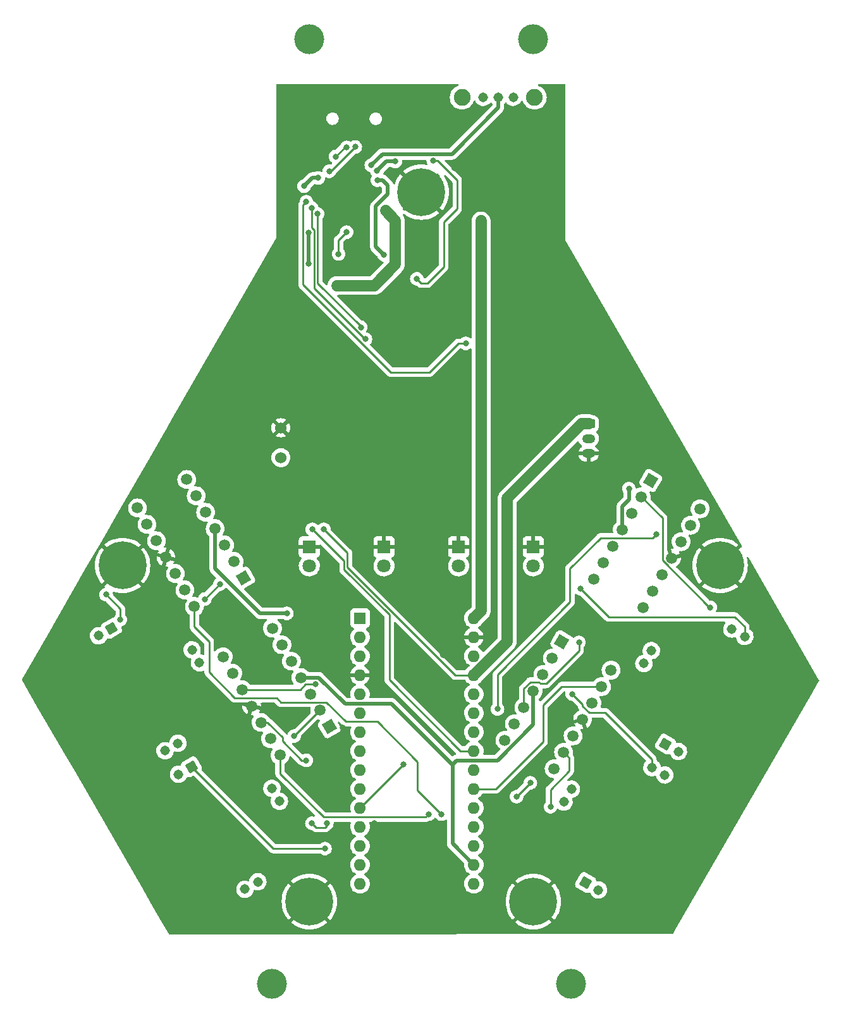
<source format=gbl>
%TF.GenerationSoftware,KiCad,Pcbnew,6.0.9-8da3e8f707~116~ubuntu20.04.1*%
%TF.CreationDate,2023-02-25T13:57:49-05:00*%
%TF.ProjectId,free2breathe_pcb,66726565-3262-4726-9561-7468655f7063,rev?*%
%TF.SameCoordinates,Original*%
%TF.FileFunction,Copper,L2,Bot*%
%TF.FilePolarity,Positive*%
%FSLAX46Y46*%
G04 Gerber Fmt 4.6, Leading zero omitted, Abs format (unit mm)*
G04 Created by KiCad (PCBNEW 6.0.9-8da3e8f707~116~ubuntu20.04.1) date 2023-02-25 13:57:49*
%MOMM*%
%LPD*%
G01*
G04 APERTURE LIST*
G04 Aperture macros list*
%AMRoundRect*
0 Rectangle with rounded corners*
0 $1 Rounding radius*
0 $2 $3 $4 $5 $6 $7 $8 $9 X,Y pos of 4 corners*
0 Add a 4 corners polygon primitive as box body*
4,1,4,$2,$3,$4,$5,$6,$7,$8,$9,$2,$3,0*
0 Add four circle primitives for the rounded corners*
1,1,$1+$1,$2,$3*
1,1,$1+$1,$4,$5*
1,1,$1+$1,$6,$7*
1,1,$1+$1,$8,$9*
0 Add four rect primitives between the rounded corners*
20,1,$1+$1,$2,$3,$4,$5,0*
20,1,$1+$1,$4,$5,$6,$7,0*
20,1,$1+$1,$6,$7,$8,$9,0*
20,1,$1+$1,$8,$9,$2,$3,0*%
%AMRotRect*
0 Rectangle, with rotation*
0 The origin of the aperture is its center*
0 $1 length*
0 $2 width*
0 $3 Rotation angle, in degrees counterclockwise*
0 Add horizontal line*
21,1,$1,$2,0,0,$3*%
G04 Aperture macros list end*
%TA.AperFunction,ComponentPad*%
%ADD10C,4.000000*%
%TD*%
%TA.AperFunction,ComponentPad*%
%ADD11C,0.800000*%
%TD*%
%TA.AperFunction,ComponentPad*%
%ADD12C,6.400000*%
%TD*%
%TA.AperFunction,ComponentPad*%
%ADD13C,1.308000*%
%TD*%
%TA.AperFunction,ComponentPad*%
%ADD14C,2.250000*%
%TD*%
%TA.AperFunction,ComponentPad*%
%ADD15RotRect,1.498600X1.498600X330.000000*%
%TD*%
%TA.AperFunction,ComponentPad*%
%ADD16C,1.498600*%
%TD*%
%TA.AperFunction,ComponentPad*%
%ADD17RotRect,1.308000X1.308000X210.000000*%
%TD*%
%TA.AperFunction,ComponentPad*%
%ADD18RotRect,1.308000X1.308000X330.000000*%
%TD*%
%TA.AperFunction,ComponentPad*%
%ADD19R,1.800000X1.800000*%
%TD*%
%TA.AperFunction,ComponentPad*%
%ADD20C,1.800000*%
%TD*%
%TA.AperFunction,ComponentPad*%
%ADD21RotRect,1.498600X1.498600X210.000000*%
%TD*%
%TA.AperFunction,ComponentPad*%
%ADD22RoundRect,0.250000X-0.625000X0.350000X-0.625000X-0.350000X0.625000X-0.350000X0.625000X0.350000X0*%
%TD*%
%TA.AperFunction,ComponentPad*%
%ADD23O,1.750000X1.200000*%
%TD*%
%TA.AperFunction,ComponentPad*%
%ADD24R,1.600000X1.600000*%
%TD*%
%TA.AperFunction,ComponentPad*%
%ADD25O,1.600000X1.600000*%
%TD*%
%TA.AperFunction,ComponentPad*%
%ADD26C,1.524000*%
%TD*%
%TA.AperFunction,ViaPad*%
%ADD27C,1.500000*%
%TD*%
%TA.AperFunction,ViaPad*%
%ADD28C,0.800000*%
%TD*%
%TA.AperFunction,Conductor*%
%ADD29C,0.250000*%
%TD*%
%TA.AperFunction,Conductor*%
%ADD30C,0.500000*%
%TD*%
%TA.AperFunction,Conductor*%
%ADD31C,1.500000*%
%TD*%
G04 APERTURE END LIST*
D10*
%TO.P,REF\u002A\u002A,1*%
%TO.N,N/C*%
X140000000Y-171000000D03*
%TD*%
%TO.P,REF\u002A\u002A,1*%
%TO.N,N/C*%
X135000000Y-44500000D03*
%TD*%
D11*
%TO.P,H5,1,1*%
%TO.N,GND*%
X158302944Y-113302944D03*
X161697056Y-113302944D03*
X160000000Y-117400000D03*
X157600000Y-115000000D03*
D12*
X160000000Y-115000000D03*
D11*
X160000000Y-112600000D03*
X162400000Y-115000000D03*
X161697056Y-116697056D03*
X158302944Y-116697056D03*
%TD*%
D13*
%TO.P,S1,1*%
%TO.N,unconnected-(S1-Pad1)*%
X132300000Y-52300000D03*
%TO.P,S1,2*%
%TO.N,Net-(S1-Pad2)*%
X130300000Y-52300000D03*
%TO.P,S1,3*%
%TO.N,/VOUT*%
X128300000Y-52300000D03*
D14*
%TO.P,S1,P$4*%
%TO.N,N/C*%
X135150000Y-52300000D03*
%TO.P,S1,P$5*%
X125450000Y-52300000D03*
%TD*%
D15*
%TO.P,U7,1,VOUTA*%
%TO.N,Net-(R35-Pad1)*%
X150720886Y-103591773D03*
D16*
%TO.P,U7,2,VINA-*%
%TO.N,Net-(C29-Pad1)*%
X149450886Y-105791477D03*
%TO.P,U7,3,VINA+*%
%TO.N,Net-(R30-Pad2)*%
X148180886Y-107991182D03*
%TO.P,U7,4,VDD*%
%TO.N,/Arduino_3V3*%
X146910886Y-110190886D03*
%TO.P,U7,5,VINB+*%
%TO.N,Net-(C25-Pad1)*%
X145640886Y-112390591D03*
%TO.P,U7,6,VINB-*%
%TO.N,Net-(R38-Pad1)*%
X144370886Y-114590295D03*
%TO.P,U7,7,VOUTB*%
X143100886Y-116790000D03*
%TO.P,U7,8,VOUTC*%
%TO.N,Net-(C27-Pad2)*%
X149700000Y-120600000D03*
%TO.P,U7,9,VINC-*%
%TO.N,Net-(C27-Pad1)*%
X150970000Y-118400295D03*
%TO.P,U7,10,VINC+*%
%TO.N,Net-(R29-Pad2)*%
X152240000Y-116200591D03*
%TO.P,U7,11,VSS*%
%TO.N,GND*%
X153510000Y-114000886D03*
%TO.P,U7,12,VIND+*%
%TO.N,Net-(C33-Pad1)*%
X154780000Y-111801182D03*
%TO.P,U7,13,VIND-*%
%TO.N,/Arduino_A3*%
X156050000Y-109601477D03*
%TO.P,U7,14,VOUTD*%
X157320000Y-107401773D03*
%TD*%
D17*
%TO.P,U8,1,WORKING*%
%TO.N,Net-(C26-Pad1)*%
X89221025Y-141951034D03*
D13*
%TO.P,U8,2,NC_2*%
%TO.N,unconnected-(U8-Pad2)*%
X99998966Y-144838975D03*
%TO.P,U8,3,NC_3*%
%TO.N,unconnected-(U8-Pad3)*%
X100998966Y-146571025D03*
%TO.P,U8,4,REFERENCE*%
%TO.N,Net-(C28-Pad1)*%
X98111025Y-157348966D03*
%TO.P,U8,5,COUNTER*%
%TO.N,Net-(C28-Pad2)*%
X96378975Y-158348966D03*
%TO.P,U8,6,WORKING*%
%TO.N,Net-(C26-Pad1)*%
X87488975Y-142951034D03*
%TD*%
D11*
%TO.P,H1,1,1*%
%TO.N,GND*%
X103302944Y-161697056D03*
D12*
X105000000Y-160000000D03*
D11*
X106697056Y-161697056D03*
X103302944Y-158302944D03*
X105000000Y-162400000D03*
X102600000Y-160000000D03*
X105000000Y-157600000D03*
X106697056Y-158302944D03*
X107400000Y-160000000D03*
%TD*%
%TO.P,H2,1,1*%
%TO.N,GND*%
X136697056Y-161697056D03*
X136697056Y-158302944D03*
X132600000Y-160000000D03*
X135000000Y-162400000D03*
X135000000Y-157600000D03*
X133302944Y-158302944D03*
X137400000Y-160000000D03*
D12*
X135000000Y-160000000D03*
D11*
X133302944Y-161697056D03*
%TD*%
D18*
%TO.P,U9,1,WORKING*%
%TO.N,Net-(C27-Pad1)*%
X152688975Y-138898966D03*
D13*
%TO.P,U9,2,NC_2*%
%TO.N,unconnected-(U9-Pad2)*%
X149801034Y-128121025D03*
%TO.P,U9,3,NC_3*%
%TO.N,unconnected-(U9-Pad3)*%
X150801034Y-126388975D03*
%TO.P,U9,4,REFERENCE*%
%TO.N,Net-(C29-Pad1)*%
X161578975Y-123501034D03*
%TO.P,U9,5,COUNTER*%
%TO.N,Net-(C29-Pad2)*%
X163311025Y-124501034D03*
%TO.P,U9,6,WORKING*%
%TO.N,Net-(C27-Pad1)*%
X154421025Y-139898966D03*
%TD*%
D11*
%TO.P,H3,1,1*%
%TO.N,GND*%
X121697056Y-66697056D03*
X118302944Y-63302944D03*
X122400000Y-65000000D03*
X117600000Y-65000000D03*
X121697056Y-63302944D03*
X118302944Y-66697056D03*
X120000000Y-62600000D03*
D12*
X120000000Y-65000000D03*
D11*
X120000000Y-67400000D03*
%TD*%
D19*
%TO.P,D3,1,K*%
%TO.N,GND*%
X125000000Y-112500000D03*
D20*
%TO.P,D3,2,A*%
%TO.N,Net-(D3-Pad2)*%
X125000000Y-115040000D03*
%TD*%
D10*
%TO.P,REF\u002A\u002A,1*%
%TO.N,N/C*%
X105000000Y-44500000D03*
%TD*%
D21*
%TO.P,U3,1,VOUTA*%
%TO.N,Net-(R20-Pad1)*%
X96218210Y-116667947D03*
D16*
%TO.P,U3,2,VINA-*%
%TO.N,Net-(C22-Pad1)*%
X94948210Y-114468243D03*
%TO.P,U3,3,VINA+*%
%TO.N,Net-(R12-Pad1)*%
X93678210Y-112268538D03*
%TO.P,U3,4,VDD*%
%TO.N,/Arduino_3V3*%
X92408210Y-110068834D03*
%TO.P,U3,5,VINB+*%
%TO.N,Net-(C19-Pad1)*%
X91138210Y-107869129D03*
%TO.P,U3,6,VINB-*%
%TO.N,Net-(R22-Pad1)*%
X89868210Y-105669425D03*
%TO.P,U3,7,VOUTB*%
X88598210Y-103469720D03*
%TO.P,U3,8,VOUTC*%
%TO.N,Net-(C20-Pad2)*%
X81999096Y-107279720D03*
%TO.P,U3,9,VINC-*%
%TO.N,Net-(C20-Pad1)*%
X83269096Y-109479425D03*
%TO.P,U3,10,VINC+*%
%TO.N,Net-(R12-Pad2)*%
X84539096Y-111679129D03*
%TO.P,U3,11,VSS*%
%TO.N,GND*%
X85809096Y-113878834D03*
%TO.P,U3,12,VIND+*%
%TO.N,Net-(C31-Pad1)*%
X87079096Y-116078538D03*
%TO.P,U3,13,VIND-*%
%TO.N,/Arduino_A0*%
X88349096Y-118278243D03*
%TO.P,U3,14,VOUTD*%
X89619096Y-120477947D03*
%TD*%
D17*
%TO.P,U5,1,WORKING*%
%TO.N,Net-(C20-Pad1)*%
X78521025Y-123401034D03*
D13*
%TO.P,U5,2,NC_2*%
%TO.N,unconnected-(U5-Pad2)*%
X89298966Y-126288975D03*
%TO.P,U5,3,NC_3*%
%TO.N,unconnected-(U5-Pad3)*%
X90298966Y-128021025D03*
%TO.P,U5,4,REFERENCE*%
%TO.N,Net-(C22-Pad1)*%
X87411025Y-138798966D03*
%TO.P,U5,5,COUNTER*%
%TO.N,Net-(C22-Pad2)*%
X85678975Y-139798966D03*
%TO.P,U5,6,WORKING*%
%TO.N,Net-(C20-Pad1)*%
X76788975Y-124401034D03*
%TD*%
D22*
%TO.P,J2,1,Pin_1*%
%TO.N,/Arduino_5V*%
X142400000Y-96000000D03*
D23*
%TO.P,J2,2,Pin_2*%
%TO.N,/Arduino_D8*%
X142400000Y-98000000D03*
%TO.P,J2,3,Pin_3*%
%TO.N,GND*%
X142400000Y-100000000D03*
%TD*%
D19*
%TO.P,D4,1,K*%
%TO.N,GND*%
X135000000Y-112500000D03*
D20*
%TO.P,D4,2,A*%
%TO.N,Net-(D4-Pad2)*%
X135000000Y-115040000D03*
%TD*%
D10*
%TO.P,REF\u002A\u002A,1*%
%TO.N,N/C*%
X100000000Y-171000000D03*
%TD*%
D19*
%TO.P,D2,1,K*%
%TO.N,GND*%
X115000000Y-112500000D03*
D20*
%TO.P,D2,2,A*%
%TO.N,Net-(D2-Pad2)*%
X115000000Y-115040000D03*
%TD*%
D24*
%TO.P,A1,1,D1/TX*%
%TO.N,unconnected-(A1-Pad1)*%
X111790000Y-122050000D03*
D25*
%TO.P,A1,2,D0/RX*%
%TO.N,unconnected-(A1-Pad2)*%
X111790000Y-124590000D03*
%TO.P,A1,3,~{RESET}*%
%TO.N,unconnected-(A1-Pad3)*%
X111790000Y-127130000D03*
%TO.P,A1,4,GND*%
%TO.N,GND*%
X111790000Y-129670000D03*
%TO.P,A1,5,D2*%
%TO.N,unconnected-(A1-Pad5)*%
X111790000Y-132210000D03*
%TO.P,A1,6,D3*%
%TO.N,unconnected-(A1-Pad6)*%
X111790000Y-134750000D03*
%TO.P,A1,7,D4*%
%TO.N,unconnected-(A1-Pad7)*%
X111790000Y-137290000D03*
%TO.P,A1,8,D5*%
%TO.N,unconnected-(A1-Pad8)*%
X111790000Y-139830000D03*
%TO.P,A1,9,D6*%
%TO.N,unconnected-(A1-Pad9)*%
X111790000Y-142370000D03*
%TO.P,A1,10,D7*%
%TO.N,unconnected-(A1-Pad10)*%
X111790000Y-144910000D03*
%TO.P,A1,11,D8*%
%TO.N,/Arduino_D8*%
X111790000Y-147450000D03*
%TO.P,A1,12,D9*%
%TO.N,/Arduino_D9*%
X111790000Y-149990000D03*
%TO.P,A1,13,D10*%
%TO.N,/Arduino_D10*%
X111790000Y-152530000D03*
%TO.P,A1,14,D11*%
%TO.N,/Arduino_D11*%
X111790000Y-155070000D03*
%TO.P,A1,15,D12*%
%TO.N,/Arduino_D12*%
X111790000Y-157610000D03*
%TO.P,A1,16,D13*%
%TO.N,/Arduino_D13*%
X127030000Y-157610000D03*
%TO.P,A1,17,3V3*%
%TO.N,/Arduino_3V3*%
X127030000Y-155070000D03*
%TO.P,A1,18,AREF*%
%TO.N,unconnected-(A1-Pad18)*%
X127030000Y-152530000D03*
%TO.P,A1,19,A0*%
%TO.N,/Arduino_A0*%
X127030000Y-149990000D03*
%TO.P,A1,20,A1*%
%TO.N,/Arduino_A1*%
X127030000Y-147450000D03*
%TO.P,A1,21,A2*%
%TO.N,/Arduino_A2*%
X127030000Y-144910000D03*
%TO.P,A1,22,A3*%
%TO.N,/Arduino_A3*%
X127030000Y-142370000D03*
%TO.P,A1,23,A4*%
%TO.N,/Arduino_A4*%
X127030000Y-139830000D03*
%TO.P,A1,24,A5*%
%TO.N,unconnected-(A1-Pad24)*%
X127030000Y-137290000D03*
%TO.P,A1,25,A6*%
%TO.N,unconnected-(A1-Pad25)*%
X127030000Y-134750000D03*
%TO.P,A1,26,A7*%
%TO.N,unconnected-(A1-Pad26)*%
X127030000Y-132210000D03*
%TO.P,A1,27,+5V*%
%TO.N,/Arduino_5V*%
X127030000Y-129670000D03*
%TO.P,A1,28,~{RESET}*%
%TO.N,unconnected-(A1-Pad28)*%
X127030000Y-127130000D03*
%TO.P,A1,29,GND*%
%TO.N,GND*%
X127030000Y-124590000D03*
%TO.P,A1,30,VIN*%
%TO.N,/VOUT*%
X127030000Y-122050000D03*
%TD*%
D15*
%TO.P,U2,1,VOUTA*%
%TO.N,Net-(R21-Pad1)*%
X138810443Y-125195887D03*
D16*
%TO.P,U2,2,VINA-*%
%TO.N,Net-(C23-Pad1)*%
X137540443Y-127395591D03*
%TO.P,U2,3,VINA+*%
%TO.N,Net-(R15-Pad2)*%
X136270443Y-129595296D03*
%TO.P,U2,4,VDD*%
%TO.N,/Arduino_3V3*%
X135000443Y-131795000D03*
%TO.P,U2,5,VINB+*%
%TO.N,Net-(C24-Pad1)*%
X133730443Y-133994705D03*
%TO.P,U2,6,VINB-*%
%TO.N,Net-(R23-Pad1)*%
X132460443Y-136194409D03*
%TO.P,U2,7,VOUTB*%
X131190443Y-138394114D03*
%TO.P,U2,8,VOUTC*%
%TO.N,Net-(C21-Pad2)*%
X137789557Y-142204114D03*
%TO.P,U2,9,VINC-*%
%TO.N,Net-(C21-Pad1)*%
X139059557Y-140004409D03*
%TO.P,U2,10,VINC+*%
%TO.N,Net-(R14-Pad2)*%
X140329557Y-137804705D03*
%TO.P,U2,11,VSS*%
%TO.N,GND*%
X141599557Y-135605000D03*
%TO.P,U2,12,VIND+*%
%TO.N,Net-(C32-Pad1)*%
X142869557Y-133405296D03*
%TO.P,U2,13,VIND-*%
%TO.N,/Arduino_A2*%
X144139557Y-131205591D03*
%TO.P,U2,14,VOUTD*%
X145409557Y-129005887D03*
%TD*%
D26*
%TO.P,J3,1,Pin_1*%
%TO.N,Net-(J3-Pad1)*%
X101200000Y-100550000D03*
%TO.P,J3,2,Pin_2*%
%TO.N,GND*%
X101200000Y-96550000D03*
%TD*%
D11*
%TO.P,H4,1,1*%
%TO.N,GND*%
X81697056Y-116697056D03*
D12*
X80000000Y-115000000D03*
D11*
X77600000Y-115000000D03*
X78302944Y-116697056D03*
X80000000Y-117400000D03*
X78302944Y-113302944D03*
X80000000Y-112600000D03*
X81697056Y-113302944D03*
X82400000Y-115000000D03*
%TD*%
D18*
%TO.P,U4,1,WORKING*%
%TO.N,Net-(C21-Pad1)*%
X141988975Y-157448966D03*
D13*
%TO.P,U4,2,NC_2*%
%TO.N,unconnected-(U4-Pad2)*%
X139101034Y-146671025D03*
%TO.P,U4,3,NC_3*%
%TO.N,unconnected-(U4-Pad3)*%
X140101034Y-144938975D03*
%TO.P,U4,4,REFERENCE*%
%TO.N,Net-(C23-Pad1)*%
X150878975Y-142051034D03*
%TO.P,U4,5,COUNTER*%
%TO.N,Net-(C23-Pad2)*%
X152611025Y-143051034D03*
%TO.P,U4,6,WORKING*%
%TO.N,Net-(C21-Pad1)*%
X143721025Y-158448966D03*
%TD*%
D21*
%TO.P,U6,1,VOUTA*%
%TO.N,Net-(R34-Pad1)*%
X107684691Y-136594114D03*
D16*
%TO.P,U6,2,VINA-*%
%TO.N,Net-(C28-Pad1)*%
X106414691Y-134394410D03*
%TO.P,U6,3,VINA+*%
%TO.N,Net-(R26-Pad2)*%
X105144691Y-132194705D03*
%TO.P,U6,4,VDD*%
%TO.N,/Arduino_3V3*%
X103874691Y-129995001D03*
%TO.P,U6,5,VINB+*%
%TO.N,Net-(C18-Pad1)*%
X102604691Y-127795296D03*
%TO.P,U6,6,VINB-*%
%TO.N,Net-(R37-Pad1)*%
X101334691Y-125595592D03*
%TO.P,U6,7,VOUTB*%
X100064691Y-123395887D03*
%TO.P,U6,8,VOUTC*%
%TO.N,Net-(C26-Pad2)*%
X93465577Y-127205887D03*
%TO.P,U6,9,VINC-*%
%TO.N,Net-(C26-Pad1)*%
X94735577Y-129405592D03*
%TO.P,U6,10,VINC+*%
%TO.N,Net-(R27-Pad2)*%
X96005577Y-131605296D03*
%TO.P,U6,11,VSS*%
%TO.N,GND*%
X97275577Y-133805001D03*
%TO.P,U6,12,VIND+*%
%TO.N,Net-(C30-Pad1)*%
X98545577Y-136004705D03*
%TO.P,U6,13,VIND-*%
%TO.N,/Arduino_A1*%
X99815577Y-138204410D03*
%TO.P,U6,14,VOUTD*%
X101085577Y-140404114D03*
%TD*%
D19*
%TO.P,D1,1,K*%
%TO.N,GND*%
X105000000Y-112500000D03*
D20*
%TO.P,D1,2,A*%
%TO.N,Net-(D1-Pad2)*%
X105000000Y-115040000D03*
%TD*%
D27*
%TO.N,GND*%
X112900000Y-80400000D03*
D28*
X134000000Y-129000000D03*
X124900000Y-160300000D03*
D27*
X123200000Y-106400000D03*
D28*
X166000000Y-136400000D03*
D27*
X143700000Y-138800000D03*
D28*
X84000000Y-154900000D03*
D27*
X99600000Y-116200000D03*
X107900000Y-120200000D03*
D28*
X129900000Y-104400000D03*
D27*
X131950000Y-70000000D03*
D28*
X90800000Y-118000000D03*
D27*
X79300000Y-141900000D03*
X134300000Y-99300000D03*
X85000000Y-122300000D03*
D28*
X72200000Y-123500000D03*
X110750000Y-75450000D03*
X130000000Y-151000000D03*
X96800000Y-129800000D03*
X73800000Y-136900000D03*
D27*
X97200000Y-124700000D03*
D28*
X100400000Y-119100000D03*
X86000000Y-120400000D03*
D27*
X138200000Y-135200000D03*
X137700000Y-107600000D03*
X147500000Y-95000000D03*
D28*
X129700000Y-109300000D03*
D27*
X87100000Y-108500000D03*
D28*
X104300000Y-134600000D03*
X129300000Y-146300000D03*
X110400000Y-66800000D03*
D27*
X116800000Y-109100000D03*
D28*
X141800000Y-162400000D03*
D27*
X101400000Y-73700000D03*
X168500000Y-128900000D03*
X110100000Y-162700000D03*
D28*
X82800000Y-105000000D03*
D27*
X124400000Y-80000000D03*
X124700000Y-61500000D03*
X142900000Y-127600000D03*
D28*
X116200000Y-57800000D03*
D27*
X124600000Y-70000000D03*
X146500000Y-132700000D03*
X110400000Y-109150000D03*
X120900000Y-52100000D03*
D28*
X123200000Y-89300000D03*
D27*
X131900000Y-80100000D03*
X82400000Y-148000000D03*
X108600000Y-126900000D03*
X108100000Y-101900000D03*
D28*
X110400000Y-64000000D03*
D27*
X98250000Y-106600000D03*
D28*
X109500000Y-136700000D03*
D27*
X137700000Y-54600000D03*
X119400000Y-160400000D03*
D28*
X136900000Y-140000000D03*
D27*
X123200000Y-126700000D03*
D28*
X105800000Y-136700000D03*
D27*
X96400000Y-139800000D03*
X86600000Y-99000000D03*
D28*
X93100000Y-85800000D03*
D27*
X90300000Y-159900000D03*
X99600000Y-128100000D03*
X154100000Y-100300000D03*
X141000000Y-90900000D03*
D28*
X113700000Y-149500000D03*
D27*
X122500000Y-100000000D03*
X102500000Y-52500000D03*
X137500000Y-83200000D03*
D28*
X112100000Y-65300000D03*
D27*
X95200000Y-94800000D03*
D28*
X110000000Y-88700000D03*
D27*
X110900000Y-52200000D03*
D28*
X101700000Y-136700000D03*
X99100000Y-134200000D03*
D27*
X160900000Y-141900000D03*
X147500000Y-100000000D03*
D28*
X97700000Y-88300000D03*
D27*
X120400000Y-123100000D03*
X107950000Y-95200000D03*
D28*
X119200000Y-71600000D03*
D27*
X98200000Y-79000000D03*
D28*
X158600000Y-106100000D03*
D27*
X119450000Y-80300000D03*
D28*
X105800000Y-57800000D03*
X118800000Y-84500000D03*
X109050000Y-146450000D03*
D27*
X131050000Y-62700000D03*
X72300000Y-129200000D03*
D28*
X114200000Y-131400000D03*
X123000000Y-130700000D03*
X114300000Y-123500000D03*
X114000000Y-160200000D03*
D27*
X108400000Y-155700000D03*
X129900000Y-162600000D03*
X154000000Y-105400000D03*
X157500000Y-148400000D03*
D28*
X129800000Y-118300000D03*
D27*
X123550000Y-133700000D03*
D28*
X132400000Y-152300000D03*
X141000000Y-110250000D03*
D27*
X136200000Y-68250000D03*
D28*
X129500000Y-124100000D03*
D27*
X130500000Y-155700000D03*
X107750000Y-83350000D03*
D28*
X106100000Y-144700000D03*
D27*
X149800000Y-159800000D03*
D28*
X133600000Y-119100000D03*
X123250000Y-83800000D03*
X155500000Y-154800000D03*
D27*
X95050000Y-99350000D03*
D28*
X88300000Y-113300000D03*
D27*
X119500000Y-152600000D03*
X134300000Y-94900000D03*
D28*
X86800000Y-105400000D03*
X108600000Y-65400000D03*
D27*
X122500000Y-95000000D03*
D28*
X141600000Y-141200000D03*
X129800000Y-115200000D03*
D27*
X131150000Y-56850000D03*
D28*
%TO.N,/Arduino_D8*%
X117600000Y-141600000D03*
%TO.N,/Arduino_3V3*%
X102000000Y-121400000D03*
X147800000Y-104700000D03*
%TO.N,/Arduino_A0*%
X122700000Y-148300000D03*
%TO.N,/Arduino_A1*%
X121000000Y-148300000D03*
%TO.N,/Arduino_A3*%
X130200000Y-134200000D03*
X151437750Y-110837750D03*
%TO.N,/Arduino_A4*%
X105400000Y-110150000D03*
%TO.N,/Arduino_5V*%
X106950000Y-110150000D03*
D27*
%TO.N,/VOUT*%
X128000000Y-68850000D03*
%TO.N,/VBAT+*%
X108700000Y-77500000D03*
D28*
X115200000Y-67500000D03*
%TO.N,/VMID*%
X121600000Y-60749500D03*
X119400000Y-76600000D03*
%TO.N,/VSYS*%
X106200000Y-63100000D03*
X104300000Y-64200000D03*
%TO.N,Net-(C12-Pad2)*%
X104900000Y-70400000D03*
X104900000Y-74600000D03*
%TO.N,Net-(C20-Pad1)*%
X79700000Y-122250000D03*
X77800000Y-118900000D03*
%TO.N,Net-(C21-Pad1)*%
X137300000Y-147300000D03*
%TO.N,Net-(C22-Pad1)*%
X93010029Y-117500000D03*
X91000000Y-119500000D03*
%TO.N,Net-(C23-Pad1)*%
X140200000Y-132200000D03*
%TO.N,Net-(C21-Pad2)*%
X134600000Y-144100000D03*
X132750000Y-145950000D03*
%TO.N,Net-(C24-Pad1)*%
X141100000Y-125300000D03*
%TO.N,Net-(C26-Pad1)*%
X107100000Y-152900000D03*
%TO.N,Net-(C28-Pad1)*%
X102975500Y-137833601D03*
%TO.N,Net-(C29-Pad1)*%
X158677941Y-120600000D03*
%TO.N,Net-(C26-Pad2)*%
X107350000Y-149550000D03*
X105350000Y-149500000D03*
%TO.N,Net-(C30-Pad1)*%
X104600000Y-141100000D03*
%TO.N,Net-(C29-Pad2)*%
X141300000Y-118100000D03*
%TO.N,Net-(D5-Pad1)*%
X111900000Y-83100000D03*
X106100000Y-67900000D03*
%TO.N,/DPC*%
X107671169Y-62201077D03*
X111150608Y-58950608D03*
%TO.N,/DMC*%
X108525500Y-60234503D03*
X110000000Y-59000000D03*
%TO.N,/VOUTG*%
X116500000Y-60900000D03*
X114049312Y-62150688D03*
%TO.N,/VBUSG*%
X114100000Y-63400000D03*
X115000000Y-73400000D03*
%TO.N,Net-(R3-Pad1)*%
X108920074Y-73288408D03*
X110000000Y-70350500D03*
%TO.N,Net-(R7-Pad1)*%
X105300000Y-67100000D03*
X112512299Y-84687701D03*
%TO.N,Net-(R9-Pad1)*%
X125950000Y-85250000D03*
X104600000Y-66300000D03*
%TO.N,Net-(R27-Pad2)*%
X105869191Y-130900000D03*
%TO.N,Net-(S1-Pad2)*%
X113299312Y-61400688D03*
%TD*%
D29*
%TO.N,/Arduino_D8*%
X117600000Y-141640000D02*
X111790000Y-147450000D01*
X117600000Y-141600000D02*
X117600000Y-141640000D01*
D30*
%TO.N,/Arduino_3V3*%
X130200000Y-141100000D02*
X135000443Y-136299557D01*
X124200000Y-152240000D02*
X127030000Y-155070000D01*
X124700000Y-141100000D02*
X130200000Y-141100000D01*
X98400000Y-121400000D02*
X102000000Y-121400000D01*
X109800000Y-133500000D02*
X116000000Y-133500000D01*
X147800000Y-106200000D02*
X146910886Y-107089114D01*
X147800000Y-104700000D02*
X147800000Y-106200000D01*
X135000443Y-136299557D02*
X135000443Y-131795000D01*
X98300000Y-121300000D02*
X98400000Y-121400000D01*
X106295001Y-129995001D02*
X109800000Y-133500000D01*
X124200000Y-141600000D02*
X124700000Y-141100000D01*
X124200000Y-141700000D02*
X124200000Y-152240000D01*
X92408210Y-110068834D02*
X92408210Y-115408210D01*
X116000000Y-133500000D02*
X124200000Y-141700000D01*
X92408210Y-115408210D02*
X98300000Y-121300000D01*
X124200000Y-141700000D02*
X124200000Y-141600000D01*
X103874691Y-129995001D02*
X106295001Y-129995001D01*
X146910886Y-107089114D02*
X146910886Y-110190886D01*
D29*
%TO.N,/Arduino_A0*%
X100630701Y-132730701D02*
X95030701Y-132730701D01*
X114100000Y-135900000D02*
X109900000Y-135900000D01*
X109900000Y-135900000D02*
X107300000Y-133300000D01*
X91600000Y-129300000D02*
X91600000Y-125200000D01*
X101200000Y-133300000D02*
X100630701Y-132730701D01*
X107300000Y-133300000D02*
X101200000Y-133300000D01*
X119500000Y-141300000D02*
X114100000Y-135900000D01*
X122700000Y-148300000D02*
X119500000Y-145100000D01*
X89619096Y-123219096D02*
X89619096Y-120477947D01*
X91600000Y-125200000D02*
X89619096Y-123219096D01*
X119500000Y-145100000D02*
X119500000Y-141300000D01*
X95030701Y-132730701D02*
X91600000Y-129300000D01*
%TO.N,/Arduino_A1*%
X101085577Y-142885577D02*
X101085577Y-140404114D01*
X121000000Y-148300000D02*
X120600000Y-148700000D01*
X120600000Y-148700000D02*
X106900000Y-148700000D01*
X106900000Y-148700000D02*
X101085577Y-142885577D01*
%TO.N,/Arduino_A2*%
X136300000Y-133700000D02*
X136300000Y-138600000D01*
X144139557Y-131205591D02*
X138794409Y-131205591D01*
X138794409Y-131205591D02*
X136300000Y-133700000D01*
X129990000Y-144910000D02*
X127030000Y-144910000D01*
X136300000Y-138600000D02*
X129990000Y-144910000D01*
%TO.N,/Arduino_A3*%
X143983709Y-111316291D02*
X139900000Y-115400000D01*
X130200000Y-129600000D02*
X130200000Y-134200000D01*
X139900000Y-115400000D02*
X139900000Y-119900000D01*
X151437750Y-110837750D02*
X150959209Y-111316291D01*
X150959209Y-111316291D02*
X143983709Y-111316291D01*
X139900000Y-119900000D02*
X130200000Y-129600000D01*
%TO.N,/Arduino_A4*%
X115700000Y-121600000D02*
X115700000Y-130300000D01*
X109650000Y-115550000D02*
X115700000Y-121600000D01*
X125230000Y-139830000D02*
X127030000Y-139830000D01*
X105400000Y-110150000D02*
X109650000Y-114400000D01*
X109650000Y-114400000D02*
X109650000Y-115550000D01*
X115700000Y-130300000D02*
X125230000Y-139830000D01*
D31*
%TO.N,/Arduino_5V*%
X141500000Y-96000000D02*
X131500000Y-106000000D01*
D29*
X110100000Y-113300000D02*
X110100000Y-115250000D01*
D31*
X142400000Y-96000000D02*
X141500000Y-96000000D01*
X131500000Y-125200000D02*
X127030000Y-129670000D01*
D29*
X110100000Y-115250000D02*
X124520000Y-129670000D01*
X106950000Y-110150000D02*
X110100000Y-113300000D01*
D31*
X131500000Y-106000000D02*
X131500000Y-125200000D01*
D29*
X124520000Y-129670000D02*
X127030000Y-129670000D01*
D31*
%TO.N,/VOUT*%
X128000000Y-68850000D02*
X128000000Y-121080000D01*
X128000000Y-121080000D02*
X127030000Y-122050000D01*
%TO.N,/VBAT+*%
X116500000Y-74700000D02*
X116500000Y-68800000D01*
X108700000Y-77500000D02*
X113700000Y-77500000D01*
X116500000Y-68800000D02*
X115200000Y-67500000D01*
X113700000Y-77500000D02*
X116500000Y-74700000D01*
D29*
%TO.N,/VMID*%
X123000000Y-69000000D02*
X123000000Y-75000000D01*
X124800000Y-63400000D02*
X124800000Y-67200000D01*
X121600000Y-60749500D02*
X122149500Y-60749500D01*
X124800000Y-67200000D02*
X123000000Y-69000000D01*
X123000000Y-75000000D02*
X120800000Y-77200000D01*
X122149500Y-60749500D02*
X124800000Y-63400000D01*
X120800000Y-77200000D02*
X120000000Y-77200000D01*
X120000000Y-77200000D02*
X119400000Y-76600000D01*
D30*
%TO.N,/VSYS*%
X105400000Y-63100000D02*
X106200000Y-63100000D01*
X104300000Y-64200000D02*
X105400000Y-63100000D01*
%TO.N,Net-(C12-Pad2)*%
X104900000Y-70400000D02*
X104900000Y-74600000D01*
D29*
%TO.N,Net-(C20-Pad1)*%
X79700000Y-120800000D02*
X77800000Y-118900000D01*
X79700000Y-122250000D02*
X79700000Y-120800000D01*
%TO.N,Net-(C21-Pad1)*%
X137300000Y-145000000D02*
X139800000Y-142500000D01*
X139800000Y-140744852D02*
X139059557Y-140004409D01*
X137300000Y-147300000D02*
X137300000Y-145000000D01*
X139800000Y-142500000D02*
X139800000Y-140744852D01*
%TO.N,Net-(C22-Pad1)*%
X93000000Y-117500000D02*
X93010029Y-117500000D01*
X91000000Y-119500000D02*
X93000000Y-117500000D01*
%TO.N,Net-(C23-Pad1)*%
X144600000Y-134700000D02*
X150878975Y-140978975D01*
X142472485Y-134700000D02*
X144600000Y-134700000D01*
X150878975Y-140978975D02*
X150878975Y-142051034D01*
X140200000Y-132200000D02*
X141600000Y-133600000D01*
X141600000Y-133827515D02*
X142472485Y-134700000D01*
X141600000Y-133600000D02*
X141600000Y-133827515D01*
%TO.N,Net-(C21-Pad2)*%
X134600000Y-144100000D02*
X132750000Y-145950000D01*
%TO.N,Net-(C24-Pad1)*%
X133730443Y-131469557D02*
X133730443Y-133994705D01*
X141100000Y-126400000D02*
X136700000Y-130800000D01*
X135955857Y-130800000D02*
X135755857Y-130600000D01*
X134600000Y-130600000D02*
X133730443Y-131469557D01*
X135755857Y-130600000D02*
X134600000Y-130600000D01*
X141100000Y-125300000D02*
X141100000Y-126400000D01*
X136700000Y-130800000D02*
X135955857Y-130800000D01*
%TO.N,Net-(C26-Pad1)*%
X107100000Y-152900000D02*
X100169991Y-152900000D01*
X100169991Y-152900000D02*
X89221025Y-141951034D01*
%TO.N,Net-(C28-Pad1)*%
X102975500Y-137833601D02*
X106414691Y-134394410D01*
%TO.N,Net-(C29-Pad1)*%
X158677941Y-120600000D02*
X158589824Y-120600000D01*
X152300000Y-114310176D02*
X152300000Y-108640591D01*
X158589824Y-120600000D02*
X152300000Y-114310176D01*
X152300000Y-108640591D02*
X149450886Y-105791477D01*
%TO.N,Net-(C26-Pad2)*%
X107350000Y-149850000D02*
X107100000Y-150100000D01*
X107350000Y-149550000D02*
X107350000Y-149850000D01*
X107100000Y-150100000D02*
X105950000Y-150100000D01*
X105950000Y-150100000D02*
X105350000Y-149500000D01*
%TO.N,Net-(C30-Pad1)*%
X104600000Y-141100000D02*
X103974695Y-141100000D01*
X103974695Y-141100000D02*
X101400000Y-138525305D01*
X99404705Y-136004705D02*
X98545577Y-136004705D01*
X101400000Y-138525305D02*
X101400000Y-138000000D01*
X101400000Y-138000000D02*
X99404705Y-136004705D01*
%TO.N,Net-(C29-Pad2)*%
X141300000Y-118100000D02*
X145100000Y-121900000D01*
X162000000Y-121900000D02*
X163311025Y-123211025D01*
X145100000Y-121900000D02*
X162000000Y-121900000D01*
X163311025Y-123211025D02*
X163311025Y-124501034D01*
%TO.N,Net-(D5-Pad1)*%
X106100000Y-67900000D02*
X106100000Y-77200000D01*
X106100000Y-77200000D02*
X111900000Y-83000000D01*
X111900000Y-83000000D02*
X111900000Y-83100000D01*
%TO.N,/DPC*%
X107898923Y-62201077D02*
X107671169Y-62201077D01*
X111149392Y-58950608D02*
X107898923Y-62201077D01*
X111150608Y-58950608D02*
X111149392Y-58950608D01*
%TO.N,/DMC*%
X110000000Y-59000000D02*
X109760003Y-59000000D01*
X109760003Y-59000000D02*
X108525500Y-60234503D01*
D30*
%TO.N,/VOUTG*%
X116500000Y-60900000D02*
X115300000Y-60900000D01*
X115300000Y-60900000D02*
X114049312Y-62150688D01*
%TO.N,/VBUSG*%
X115000000Y-73400000D02*
X113903145Y-72303145D01*
X115500000Y-65300000D02*
X115500000Y-64100000D01*
X115500000Y-64100000D02*
X114800000Y-63400000D01*
X113903145Y-66896855D02*
X115500000Y-65300000D01*
X114800000Y-63400000D02*
X114100000Y-63400000D01*
X113903145Y-72303145D02*
X113903145Y-66896855D01*
D29*
%TO.N,Net-(R3-Pad1)*%
X108920074Y-71430426D02*
X108920074Y-73288408D01*
X110000000Y-70350500D02*
X108920074Y-71430426D01*
%TO.N,Net-(R7-Pad1)*%
X105650000Y-77875305D02*
X105650000Y-70124695D01*
X112512299Y-84687701D02*
X112462396Y-84687701D01*
X112462396Y-84687701D02*
X105650000Y-77875305D01*
X105650000Y-70124695D02*
X105300000Y-69774695D01*
X105300000Y-69774695D02*
X105300000Y-67100000D01*
%TO.N,Net-(R9-Pad1)*%
X124950000Y-85250000D02*
X121100000Y-89100000D01*
X125950000Y-85250000D02*
X124950000Y-85250000D01*
X104175000Y-77375000D02*
X104175000Y-66725000D01*
X104175000Y-66725000D02*
X104600000Y-66300000D01*
X121100000Y-89100000D02*
X115900000Y-89100000D01*
X115900000Y-89100000D02*
X104175000Y-77375000D01*
%TO.N,Net-(R27-Pad2)*%
X104488982Y-130900000D02*
X103783686Y-131605296D01*
X105869191Y-130900000D02*
X104488982Y-130900000D01*
X103783686Y-131605296D02*
X96005577Y-131605296D01*
D30*
%TO.N,Net-(S1-Pad2)*%
X130300000Y-53700000D02*
X130300000Y-52300000D01*
X114800000Y-59900000D02*
X124100000Y-59900000D01*
X113299312Y-61400688D02*
X114800000Y-59900000D01*
X124100000Y-59900000D02*
X130300000Y-53700000D01*
%TD*%
%TA.AperFunction,Conductor*%
%TO.N,GND*%
G36*
X111414691Y-50505283D02*
G01*
X111415466Y-50505515D01*
X111415472Y-50505516D01*
X111424066Y-50508086D01*
X111433037Y-50508141D01*
X111433038Y-50508141D01*
X111443097Y-50508202D01*
X111458506Y-50508296D01*
X111459289Y-50508329D01*
X111460386Y-50508500D01*
X111491377Y-50508500D01*
X111492147Y-50508502D01*
X111565785Y-50508952D01*
X111565786Y-50508952D01*
X111569721Y-50508976D01*
X111571065Y-50508592D01*
X111572410Y-50508500D01*
X124873077Y-50508500D01*
X124941198Y-50528502D01*
X124987691Y-50582158D01*
X124997795Y-50652432D01*
X124968301Y-50717012D01*
X124921295Y-50750909D01*
X124710687Y-50838145D01*
X124710683Y-50838147D01*
X124706113Y-50840040D01*
X124486884Y-50974384D01*
X124291369Y-51141369D01*
X124124384Y-51336884D01*
X123990040Y-51556113D01*
X123988147Y-51560683D01*
X123988145Y-51560687D01*
X123934585Y-51689993D01*
X123891645Y-51793660D01*
X123831622Y-52043674D01*
X123811449Y-52300000D01*
X123831622Y-52556326D01*
X123891645Y-52806340D01*
X123893538Y-52810911D01*
X123893539Y-52810913D01*
X123986149Y-53034493D01*
X123990040Y-53043887D01*
X124124384Y-53263116D01*
X124291369Y-53458631D01*
X124486884Y-53625616D01*
X124706113Y-53759960D01*
X124710683Y-53761853D01*
X124710687Y-53761855D01*
X124939087Y-53856461D01*
X124943660Y-53858355D01*
X124990449Y-53869588D01*
X125188861Y-53917223D01*
X125188867Y-53917224D01*
X125193674Y-53918378D01*
X125450000Y-53938551D01*
X125706326Y-53918378D01*
X125711133Y-53917224D01*
X125711139Y-53917223D01*
X125909551Y-53869588D01*
X125956340Y-53858355D01*
X125960913Y-53856461D01*
X126189313Y-53761855D01*
X126189317Y-53761853D01*
X126193887Y-53759960D01*
X126413116Y-53625616D01*
X126608631Y-53458631D01*
X126775616Y-53263116D01*
X126909960Y-53043887D01*
X126913852Y-53034493D01*
X127006459Y-52810918D01*
X127006461Y-52810912D01*
X127008355Y-52806340D01*
X127009512Y-52801520D01*
X127009879Y-52800391D01*
X127049952Y-52741785D01*
X127115349Y-52714147D01*
X127185306Y-52726253D01*
X127237612Y-52774259D01*
X127244139Y-52786575D01*
X127252886Y-52805549D01*
X127288933Y-52883740D01*
X127412241Y-53058218D01*
X127565281Y-53207302D01*
X127742927Y-53326001D01*
X127748230Y-53328279D01*
X127748233Y-53328281D01*
X127933922Y-53408059D01*
X127939229Y-53410339D01*
X128040993Y-53433366D01*
X128141977Y-53456217D01*
X128141980Y-53456217D01*
X128147613Y-53457492D01*
X128153384Y-53457719D01*
X128153386Y-53457719D01*
X128218363Y-53460272D01*
X128361101Y-53465880D01*
X128466822Y-53450551D01*
X128566829Y-53436051D01*
X128566834Y-53436050D01*
X128572543Y-53435222D01*
X128578007Y-53433367D01*
X128578012Y-53433366D01*
X128769389Y-53368402D01*
X128774857Y-53366546D01*
X128961268Y-53262151D01*
X129125533Y-53125533D01*
X129201251Y-53034493D01*
X129260187Y-52994909D01*
X129331169Y-52993473D01*
X129391660Y-53030640D01*
X129401021Y-53042342D01*
X129412241Y-53058218D01*
X129416383Y-53062253D01*
X129503421Y-53147041D01*
X129538259Y-53208902D01*
X129541500Y-53237295D01*
X129541500Y-53333629D01*
X129521498Y-53401750D01*
X129504595Y-53422724D01*
X123822724Y-59104595D01*
X123760412Y-59138621D01*
X123733629Y-59141500D01*
X114867069Y-59141500D01*
X114848121Y-59140067D01*
X114840780Y-59138950D01*
X114833883Y-59137901D01*
X114833881Y-59137901D01*
X114826651Y-59136801D01*
X114819359Y-59137394D01*
X114819356Y-59137394D01*
X114773982Y-59141085D01*
X114763767Y-59141500D01*
X114755707Y-59141500D01*
X114742417Y-59143049D01*
X114727493Y-59144789D01*
X114723118Y-59145222D01*
X114657661Y-59150546D01*
X114657658Y-59150547D01*
X114650363Y-59151140D01*
X114643399Y-59153396D01*
X114637440Y-59154587D01*
X114631585Y-59155971D01*
X114624319Y-59156818D01*
X114555673Y-59181735D01*
X114551545Y-59183152D01*
X114489064Y-59203393D01*
X114489062Y-59203394D01*
X114482101Y-59205649D01*
X114475846Y-59209445D01*
X114470372Y-59211951D01*
X114464942Y-59214670D01*
X114458063Y-59217167D01*
X114397016Y-59257191D01*
X114393327Y-59259518D01*
X114373135Y-59271771D01*
X114335693Y-59294491D01*
X114335688Y-59294495D01*
X114330892Y-59297405D01*
X114322516Y-59304803D01*
X114322493Y-59304777D01*
X114319503Y-59307426D01*
X114316264Y-59310134D01*
X114310148Y-59314144D01*
X114305121Y-59319451D01*
X114305117Y-59319454D01*
X114256872Y-59370383D01*
X114254494Y-59372825D01*
X113142981Y-60484338D01*
X113080084Y-60518489D01*
X113023488Y-60530519D01*
X113023479Y-60530522D01*
X113017024Y-60531894D01*
X113010994Y-60534579D01*
X113010993Y-60534579D01*
X112848590Y-60606885D01*
X112848588Y-60606886D01*
X112842560Y-60609570D01*
X112837219Y-60613450D01*
X112837218Y-60613451D01*
X112830577Y-60618276D01*
X112688059Y-60721822D01*
X112683638Y-60726732D01*
X112683637Y-60726733D01*
X112682648Y-60727832D01*
X112560272Y-60863744D01*
X112464785Y-61029132D01*
X112405770Y-61210760D01*
X112405080Y-61217321D01*
X112405080Y-61217323D01*
X112392715Y-61334968D01*
X112385808Y-61400688D01*
X112386498Y-61407253D01*
X112399097Y-61527122D01*
X112405770Y-61590616D01*
X112464785Y-61772244D01*
X112468088Y-61777966D01*
X112468089Y-61777967D01*
X112480263Y-61799053D01*
X112560272Y-61937632D01*
X112688059Y-62079554D01*
X112842560Y-62191806D01*
X112848588Y-62194490D01*
X112848590Y-62194491D01*
X113010993Y-62266797D01*
X113017024Y-62269482D01*
X113023479Y-62270854D01*
X113023482Y-62270855D01*
X113047326Y-62275923D01*
X113070080Y-62280759D01*
X113132553Y-62314487D01*
X113163715Y-62365069D01*
X113214785Y-62522244D01*
X113218088Y-62527966D01*
X113218089Y-62527967D01*
X113241063Y-62567759D01*
X113310272Y-62687632D01*
X113341613Y-62722439D01*
X113372330Y-62786445D01*
X113363567Y-62856899D01*
X113357097Y-62869746D01*
X113348243Y-62885082D01*
X113271747Y-63017578D01*
X113265473Y-63028444D01*
X113206458Y-63210072D01*
X113205768Y-63216633D01*
X113205768Y-63216635D01*
X113198725Y-63283650D01*
X113186496Y-63400000D01*
X113187186Y-63406565D01*
X113199228Y-63521134D01*
X113206458Y-63589928D01*
X113265473Y-63771556D01*
X113360960Y-63936944D01*
X113365378Y-63941851D01*
X113365379Y-63941852D01*
X113475173Y-64063791D01*
X113488747Y-64078866D01*
X113643248Y-64191118D01*
X113649276Y-64193802D01*
X113649278Y-64193803D01*
X113811679Y-64266108D01*
X113817712Y-64268794D01*
X113911113Y-64288647D01*
X113998056Y-64307128D01*
X113998061Y-64307128D01*
X114004513Y-64308500D01*
X114195487Y-64308500D01*
X114201939Y-64307128D01*
X114201944Y-64307128D01*
X114340660Y-64277642D01*
X114382288Y-64268794D01*
X114451133Y-64238143D01*
X114521497Y-64228709D01*
X114585794Y-64258815D01*
X114591474Y-64264155D01*
X114704595Y-64377276D01*
X114738621Y-64439588D01*
X114741500Y-64466371D01*
X114741500Y-64933629D01*
X114721498Y-65001750D01*
X114704595Y-65022724D01*
X113414234Y-66313085D01*
X113399822Y-66325471D01*
X113388227Y-66334004D01*
X113388222Y-66334009D01*
X113382327Y-66338347D01*
X113377588Y-66343925D01*
X113377585Y-66343928D01*
X113348110Y-66378623D01*
X113341180Y-66386139D01*
X113335485Y-66391834D01*
X113333205Y-66394716D01*
X113317864Y-66414106D01*
X113315073Y-66417510D01*
X113272554Y-66467558D01*
X113267812Y-66473140D01*
X113264484Y-66479656D01*
X113261117Y-66484705D01*
X113257950Y-66489834D01*
X113253411Y-66495571D01*
X113222490Y-66561730D01*
X113220587Y-66565624D01*
X113187376Y-66630663D01*
X113185637Y-66637771D01*
X113183538Y-66643414D01*
X113181621Y-66649177D01*
X113178523Y-66655805D01*
X113164605Y-66722721D01*
X113163659Y-66727267D01*
X113162689Y-66731551D01*
X113145337Y-66802465D01*
X113144645Y-66813619D01*
X113144609Y-66813617D01*
X113144370Y-66817610D01*
X113143996Y-66821802D01*
X113142505Y-66828970D01*
X113142703Y-66836287D01*
X113144599Y-66906376D01*
X113144645Y-66909783D01*
X113144645Y-72236075D01*
X113143212Y-72255025D01*
X113139946Y-72276494D01*
X113140539Y-72283786D01*
X113140539Y-72283789D01*
X113144230Y-72329163D01*
X113144645Y-72339378D01*
X113144645Y-72347438D01*
X113145070Y-72351082D01*
X113147934Y-72375652D01*
X113148367Y-72380027D01*
X113154285Y-72452782D01*
X113156541Y-72459746D01*
X113157732Y-72465705D01*
X113159116Y-72471560D01*
X113159963Y-72478826D01*
X113184880Y-72547472D01*
X113186297Y-72551600D01*
X113197404Y-72585884D01*
X113208794Y-72621044D01*
X113212590Y-72627299D01*
X113215096Y-72632773D01*
X113217815Y-72638203D01*
X113220312Y-72645082D01*
X113224325Y-72651202D01*
X113224325Y-72651203D01*
X113260331Y-72706121D01*
X113262668Y-72709825D01*
X113300550Y-72772252D01*
X113304266Y-72776460D01*
X113304267Y-72776461D01*
X113307948Y-72780629D01*
X113307921Y-72780653D01*
X113310574Y-72783645D01*
X113313277Y-72786878D01*
X113317289Y-72792997D01*
X113322601Y-72798029D01*
X113373528Y-72846273D01*
X113375970Y-72848651D01*
X114079875Y-73552556D01*
X114110613Y-73602714D01*
X114165473Y-73771556D01*
X114260960Y-73936944D01*
X114388747Y-74078866D01*
X114543248Y-74191118D01*
X114549276Y-74193802D01*
X114549278Y-74193803D01*
X114711681Y-74266109D01*
X114717712Y-74268794D01*
X114805839Y-74287526D01*
X114848400Y-74296573D01*
X114910874Y-74330302D01*
X114945195Y-74392451D01*
X114940467Y-74463290D01*
X114911298Y-74508915D01*
X114062646Y-75357566D01*
X113215617Y-76204595D01*
X113153305Y-76238621D01*
X113126522Y-76241500D01*
X108760452Y-76241500D01*
X108749471Y-76241021D01*
X108705475Y-76237172D01*
X108700000Y-76236693D01*
X108694525Y-76237172D01*
X108694523Y-76237172D01*
X108646946Y-76241334D01*
X108644433Y-76241500D01*
X108643001Y-76241500D01*
X108640200Y-76241750D01*
X108541146Y-76250590D01*
X108540927Y-76250610D01*
X108480629Y-76255885D01*
X108480035Y-76256044D01*
X108476238Y-76256383D01*
X108470825Y-76257864D01*
X108470824Y-76257864D01*
X108355921Y-76289298D01*
X108355285Y-76289470D01*
X108273250Y-76311452D01*
X108273241Y-76311455D01*
X108267924Y-76312880D01*
X108265795Y-76313873D01*
X108264966Y-76314181D01*
X108259549Y-76315663D01*
X108154695Y-76365675D01*
X108153921Y-76366040D01*
X108068347Y-76405944D01*
X108065361Y-76408035D01*
X108063053Y-76409250D01*
X108061854Y-76409959D01*
X108056782Y-76412378D01*
X107966793Y-76477042D01*
X107965538Y-76477932D01*
X107887962Y-76532251D01*
X107884291Y-76535922D01*
X107879914Y-76539323D01*
X107878898Y-76540200D01*
X107874346Y-76543471D01*
X107813204Y-76606565D01*
X107799937Y-76620255D01*
X107798548Y-76621665D01*
X107732251Y-76687962D01*
X107729095Y-76692470D01*
X107726427Y-76695649D01*
X107722840Y-76699626D01*
X107721918Y-76700764D01*
X107718008Y-76704799D01*
X107714879Y-76709455D01*
X107714872Y-76709464D01*
X107660278Y-76790708D01*
X107658910Y-76792702D01*
X107609104Y-76863833D01*
X107609101Y-76863839D01*
X107605944Y-76868347D01*
X107603618Y-76873334D01*
X107600868Y-76878098D01*
X107600666Y-76877981D01*
X107597435Y-76883702D01*
X107595838Y-76886607D01*
X107592710Y-76891262D01*
X107556172Y-76974500D01*
X107552361Y-76983181D01*
X107551191Y-76985766D01*
X107512880Y-77067924D01*
X107511457Y-77073235D01*
X107509576Y-77078403D01*
X107509544Y-77078391D01*
X107505454Y-77090036D01*
X107502412Y-77096967D01*
X107479649Y-77191779D01*
X107478861Y-77194883D01*
X107455885Y-77280629D01*
X107455406Y-77286106D01*
X107455405Y-77286111D01*
X107455306Y-77287245D01*
X107452303Y-77305684D01*
X107449968Y-77315411D01*
X107449645Y-77321016D01*
X107447683Y-77355048D01*
X107423794Y-77421905D01*
X107367552Y-77465233D01*
X107296813Y-77471276D01*
X107232797Y-77436892D01*
X106770405Y-76974500D01*
X106736379Y-76912188D01*
X106733500Y-76885405D01*
X106733500Y-73288408D01*
X108006570Y-73288408D01*
X108026532Y-73478336D01*
X108085547Y-73659964D01*
X108181034Y-73825352D01*
X108308821Y-73967274D01*
X108463322Y-74079526D01*
X108469350Y-74082210D01*
X108469352Y-74082211D01*
X108631755Y-74154517D01*
X108637786Y-74157202D01*
X108731186Y-74177055D01*
X108818130Y-74195536D01*
X108818135Y-74195536D01*
X108824587Y-74196908D01*
X109015561Y-74196908D01*
X109022013Y-74195536D01*
X109022018Y-74195536D01*
X109108962Y-74177055D01*
X109202362Y-74157202D01*
X109208393Y-74154517D01*
X109370796Y-74082211D01*
X109370798Y-74082210D01*
X109376826Y-74079526D01*
X109531327Y-73967274D01*
X109659114Y-73825352D01*
X109754601Y-73659964D01*
X109813616Y-73478336D01*
X109833578Y-73288408D01*
X109813616Y-73098480D01*
X109754601Y-72916852D01*
X109659114Y-72751464D01*
X109585937Y-72670193D01*
X109555221Y-72606187D01*
X109553574Y-72585884D01*
X109553574Y-71745021D01*
X109573576Y-71676900D01*
X109590479Y-71655925D01*
X109950501Y-71295904D01*
X110012813Y-71261879D01*
X110039596Y-71259000D01*
X110095487Y-71259000D01*
X110101939Y-71257628D01*
X110101944Y-71257628D01*
X110207513Y-71235188D01*
X110282288Y-71219294D01*
X110288319Y-71216609D01*
X110450722Y-71144303D01*
X110450724Y-71144302D01*
X110456752Y-71141618D01*
X110484221Y-71121661D01*
X110515238Y-71099125D01*
X110611253Y-71029366D01*
X110664330Y-70970418D01*
X110734621Y-70892352D01*
X110734622Y-70892351D01*
X110739040Y-70887444D01*
X110834527Y-70722056D01*
X110893542Y-70540428D01*
X110913504Y-70350500D01*
X110893542Y-70160572D01*
X110834527Y-69978944D01*
X110739040Y-69813556D01*
X110611253Y-69671634D01*
X110456752Y-69559382D01*
X110450724Y-69556698D01*
X110450722Y-69556697D01*
X110288319Y-69484391D01*
X110288318Y-69484391D01*
X110282288Y-69481706D01*
X110188888Y-69461853D01*
X110101944Y-69443372D01*
X110101939Y-69443372D01*
X110095487Y-69442000D01*
X109904513Y-69442000D01*
X109898061Y-69443372D01*
X109898056Y-69443372D01*
X109811112Y-69461853D01*
X109717712Y-69481706D01*
X109711682Y-69484391D01*
X109711681Y-69484391D01*
X109549278Y-69556697D01*
X109549276Y-69556698D01*
X109543248Y-69559382D01*
X109388747Y-69671634D01*
X109260960Y-69813556D01*
X109165473Y-69978944D01*
X109106458Y-70160572D01*
X109105768Y-70167133D01*
X109105768Y-70167135D01*
X109089093Y-70325792D01*
X109062080Y-70391449D01*
X109052878Y-70401718D01*
X108527816Y-70926779D01*
X108519537Y-70934313D01*
X108513056Y-70938426D01*
X108483014Y-70970418D01*
X108466431Y-70988077D01*
X108463676Y-70990919D01*
X108443939Y-71010656D01*
X108441459Y-71013853D01*
X108433756Y-71022873D01*
X108403488Y-71055105D01*
X108399669Y-71062051D01*
X108399667Y-71062054D01*
X108393726Y-71072860D01*
X108382875Y-71089379D01*
X108370460Y-71105385D01*
X108367315Y-71112654D01*
X108367312Y-71112658D01*
X108352900Y-71145963D01*
X108347683Y-71156613D01*
X108326379Y-71195366D01*
X108324408Y-71203041D01*
X108324408Y-71203042D01*
X108321341Y-71214988D01*
X108314937Y-71233692D01*
X108306893Y-71252281D01*
X108305654Y-71260104D01*
X108305651Y-71260114D01*
X108299975Y-71295950D01*
X108297569Y-71307570D01*
X108286574Y-71350396D01*
X108286574Y-71370650D01*
X108285023Y-71390360D01*
X108281854Y-71410369D01*
X108282600Y-71418261D01*
X108286015Y-71454387D01*
X108286574Y-71466245D01*
X108286574Y-72585884D01*
X108266572Y-72654005D01*
X108254216Y-72670187D01*
X108181034Y-72751464D01*
X108085547Y-72916852D01*
X108026532Y-73098480D01*
X108006570Y-73288408D01*
X106733500Y-73288408D01*
X106733500Y-68602524D01*
X106753502Y-68534403D01*
X106765858Y-68518221D01*
X106839040Y-68436944D01*
X106915863Y-68303883D01*
X106931223Y-68277279D01*
X106931224Y-68277278D01*
X106934527Y-68271556D01*
X106993542Y-68089928D01*
X106994388Y-68081885D01*
X107012814Y-67906565D01*
X107013504Y-67900000D01*
X107006941Y-67837553D01*
X106994232Y-67716635D01*
X106994232Y-67716633D01*
X106993542Y-67710072D01*
X106934527Y-67528444D01*
X106928362Y-67517765D01*
X106851950Y-67385417D01*
X106839040Y-67363056D01*
X106802848Y-67322860D01*
X106715675Y-67226045D01*
X106715674Y-67226044D01*
X106711253Y-67221134D01*
X106556752Y-67108882D01*
X106550724Y-67106198D01*
X106550722Y-67106197D01*
X106388319Y-67033891D01*
X106388318Y-67033891D01*
X106382288Y-67031206D01*
X106375833Y-67029834D01*
X106375830Y-67029833D01*
X106323819Y-67018778D01*
X106290875Y-67011776D01*
X106228402Y-66978048D01*
X106194080Y-66915193D01*
X106193542Y-66910072D01*
X106134527Y-66728444D01*
X106039040Y-66563056D01*
X106031506Y-66554688D01*
X105915675Y-66426045D01*
X105915674Y-66426044D01*
X105911253Y-66421134D01*
X105812157Y-66349136D01*
X105762094Y-66312763D01*
X105762093Y-66312762D01*
X105756752Y-66308882D01*
X105750724Y-66306198D01*
X105750722Y-66306197D01*
X105669520Y-66270044D01*
X105582288Y-66231206D01*
X105580140Y-66230749D01*
X105522882Y-66191600D01*
X105495112Y-66125009D01*
X105494232Y-66116636D01*
X105494232Y-66116634D01*
X105493542Y-66110072D01*
X105434527Y-65928444D01*
X105422290Y-65907248D01*
X105368647Y-65814337D01*
X105339040Y-65763056D01*
X105308643Y-65729296D01*
X105215675Y-65626045D01*
X105215674Y-65626044D01*
X105211253Y-65621134D01*
X105056752Y-65508882D01*
X105050724Y-65506198D01*
X105050722Y-65506197D01*
X104888319Y-65433891D01*
X104888318Y-65433891D01*
X104882288Y-65431206D01*
X104788887Y-65411353D01*
X104701944Y-65392872D01*
X104701939Y-65392872D01*
X104695487Y-65391500D01*
X104504513Y-65391500D01*
X104498061Y-65392872D01*
X104498056Y-65392872D01*
X104411113Y-65411353D01*
X104317712Y-65431206D01*
X104311682Y-65433891D01*
X104311681Y-65433891D01*
X104149278Y-65506197D01*
X104149276Y-65506198D01*
X104143248Y-65508882D01*
X103988747Y-65621134D01*
X103984326Y-65626044D01*
X103984325Y-65626045D01*
X103891358Y-65729296D01*
X103860960Y-65763056D01*
X103831353Y-65814337D01*
X103777711Y-65907248D01*
X103765473Y-65928444D01*
X103706458Y-66110072D01*
X103705769Y-66116631D01*
X103705768Y-66116634D01*
X103688462Y-66281292D01*
X103665088Y-66342182D01*
X103663836Y-66343905D01*
X103658414Y-66349679D01*
X103654598Y-66356619D01*
X103654595Y-66356624D01*
X103648652Y-66367434D01*
X103637801Y-66383953D01*
X103625386Y-66399959D01*
X103622241Y-66407228D01*
X103622238Y-66407232D01*
X103607826Y-66440537D01*
X103602609Y-66451187D01*
X103581305Y-66489940D01*
X103579334Y-66497615D01*
X103579334Y-66497616D01*
X103576267Y-66509562D01*
X103569863Y-66528266D01*
X103561819Y-66546855D01*
X103560580Y-66554678D01*
X103560577Y-66554688D01*
X103554901Y-66590524D01*
X103552495Y-66602144D01*
X103541500Y-66644970D01*
X103541500Y-66665224D01*
X103539949Y-66684934D01*
X103536780Y-66704943D01*
X103537526Y-66712835D01*
X103540941Y-66748961D01*
X103541500Y-66760819D01*
X103541500Y-77296233D01*
X103540973Y-77307416D01*
X103539298Y-77314909D01*
X103539547Y-77322835D01*
X103539547Y-77322836D01*
X103541438Y-77382986D01*
X103541500Y-77386945D01*
X103541500Y-77414856D01*
X103541997Y-77418790D01*
X103541997Y-77418791D01*
X103542005Y-77418856D01*
X103542938Y-77430693D01*
X103544327Y-77474889D01*
X103549978Y-77494339D01*
X103553987Y-77513700D01*
X103556526Y-77533797D01*
X103559445Y-77541168D01*
X103559445Y-77541170D01*
X103572804Y-77574912D01*
X103576649Y-77586142D01*
X103588982Y-77628593D01*
X103593015Y-77635412D01*
X103593017Y-77635417D01*
X103599293Y-77646028D01*
X103607988Y-77663776D01*
X103615448Y-77682617D01*
X103620110Y-77689033D01*
X103620110Y-77689034D01*
X103641436Y-77718387D01*
X103647952Y-77728307D01*
X103660553Y-77749613D01*
X103670458Y-77766362D01*
X103684779Y-77780683D01*
X103697619Y-77795716D01*
X103709528Y-77812107D01*
X103737748Y-77835453D01*
X103743605Y-77840298D01*
X103752384Y-77848288D01*
X115396348Y-89492253D01*
X115403888Y-89500539D01*
X115408000Y-89507018D01*
X115413777Y-89512443D01*
X115457651Y-89553643D01*
X115460493Y-89556398D01*
X115480230Y-89576135D01*
X115483427Y-89578615D01*
X115492447Y-89586318D01*
X115524679Y-89616586D01*
X115531625Y-89620405D01*
X115531628Y-89620407D01*
X115542434Y-89626348D01*
X115558953Y-89637199D01*
X115574959Y-89649614D01*
X115582228Y-89652759D01*
X115582232Y-89652762D01*
X115615537Y-89667174D01*
X115626187Y-89672391D01*
X115664940Y-89693695D01*
X115672615Y-89695666D01*
X115672616Y-89695666D01*
X115684562Y-89698733D01*
X115703267Y-89705137D01*
X115721855Y-89713181D01*
X115729678Y-89714420D01*
X115729688Y-89714423D01*
X115765524Y-89720099D01*
X115777144Y-89722505D01*
X115808959Y-89730673D01*
X115819970Y-89733500D01*
X115840224Y-89733500D01*
X115859934Y-89735051D01*
X115879943Y-89738220D01*
X115887835Y-89737474D01*
X115906580Y-89735702D01*
X115923962Y-89734059D01*
X115935819Y-89733500D01*
X121021233Y-89733500D01*
X121032416Y-89734027D01*
X121039909Y-89735702D01*
X121047835Y-89735453D01*
X121047836Y-89735453D01*
X121107986Y-89733562D01*
X121111945Y-89733500D01*
X121139856Y-89733500D01*
X121143791Y-89733003D01*
X121143856Y-89732995D01*
X121155693Y-89732062D01*
X121187951Y-89731048D01*
X121191970Y-89730922D01*
X121199889Y-89730673D01*
X121219343Y-89725021D01*
X121238700Y-89721013D01*
X121250930Y-89719468D01*
X121250931Y-89719468D01*
X121258797Y-89718474D01*
X121266168Y-89715555D01*
X121266170Y-89715555D01*
X121299912Y-89702196D01*
X121311142Y-89698351D01*
X121345983Y-89688229D01*
X121345984Y-89688229D01*
X121353593Y-89686018D01*
X121360412Y-89681985D01*
X121360417Y-89681983D01*
X121371028Y-89675707D01*
X121388776Y-89667012D01*
X121407617Y-89659552D01*
X121443387Y-89633564D01*
X121453307Y-89627048D01*
X121484535Y-89608580D01*
X121484538Y-89608578D01*
X121491362Y-89604542D01*
X121505683Y-89590221D01*
X121520717Y-89577380D01*
X121530694Y-89570131D01*
X121537107Y-89565472D01*
X121565298Y-89531395D01*
X121573288Y-89522616D01*
X125164333Y-85931571D01*
X125226645Y-85897545D01*
X125297460Y-85902610D01*
X125336317Y-85926167D01*
X125338747Y-85928866D01*
X125493248Y-86041118D01*
X125499276Y-86043802D01*
X125499278Y-86043803D01*
X125661681Y-86116109D01*
X125667712Y-86118794D01*
X125761112Y-86138647D01*
X125848056Y-86157128D01*
X125848061Y-86157128D01*
X125854513Y-86158500D01*
X126045487Y-86158500D01*
X126051939Y-86157128D01*
X126051944Y-86157128D01*
X126138888Y-86138647D01*
X126232288Y-86118794D01*
X126238319Y-86116109D01*
X126400722Y-86043803D01*
X126400724Y-86043802D01*
X126406752Y-86041118D01*
X126412094Y-86037237D01*
X126541439Y-85943262D01*
X126608307Y-85919403D01*
X126677458Y-85935484D01*
X126726939Y-85986398D01*
X126741500Y-86045198D01*
X126741500Y-120506523D01*
X126721498Y-120574644D01*
X126704595Y-120595618D01*
X126416104Y-120884109D01*
X126382957Y-120907320D01*
X126383003Y-120907400D01*
X126382086Y-120907930D01*
X126380260Y-120909208D01*
X126378240Y-120910150D01*
X126378234Y-120910154D01*
X126373251Y-120912477D01*
X126368747Y-120915631D01*
X126190211Y-121040643D01*
X126190208Y-121040645D01*
X126185700Y-121043802D01*
X126023802Y-121205700D01*
X126020645Y-121210208D01*
X126020643Y-121210211D01*
X126010125Y-121225233D01*
X125892477Y-121393251D01*
X125890154Y-121398233D01*
X125890151Y-121398238D01*
X125798039Y-121595775D01*
X125795716Y-121600757D01*
X125794294Y-121606065D01*
X125794293Y-121606067D01*
X125740868Y-121805451D01*
X125736457Y-121821913D01*
X125716502Y-122050000D01*
X125736457Y-122278087D01*
X125737881Y-122283400D01*
X125737881Y-122283402D01*
X125787755Y-122469531D01*
X125795716Y-122499243D01*
X125798039Y-122504224D01*
X125798039Y-122504225D01*
X125890151Y-122701762D01*
X125890154Y-122701767D01*
X125892477Y-122706749D01*
X125948630Y-122786944D01*
X126001771Y-122862836D01*
X126023802Y-122894300D01*
X126185700Y-123056198D01*
X126190208Y-123059355D01*
X126190211Y-123059357D01*
X126243550Y-123096705D01*
X126373251Y-123187523D01*
X126378233Y-123189846D01*
X126378238Y-123189849D01*
X126413049Y-123206081D01*
X126466334Y-123252998D01*
X126485795Y-123321275D01*
X126465253Y-123389235D01*
X126413049Y-123434471D01*
X126378489Y-123450586D01*
X126368993Y-123456069D01*
X126190533Y-123581028D01*
X126182125Y-123588084D01*
X126028084Y-123742125D01*
X126021028Y-123750533D01*
X125896069Y-123928993D01*
X125890586Y-123938489D01*
X125798510Y-124135947D01*
X125794764Y-124146239D01*
X125748606Y-124318503D01*
X125748942Y-124332599D01*
X125756884Y-124336000D01*
X128297967Y-124336000D01*
X128311498Y-124332027D01*
X128312727Y-124323478D01*
X128265236Y-124146239D01*
X128261490Y-124135947D01*
X128169414Y-123938489D01*
X128163931Y-123928993D01*
X128038972Y-123750533D01*
X128031916Y-123742125D01*
X127877875Y-123588084D01*
X127869467Y-123581028D01*
X127691007Y-123456069D01*
X127681511Y-123450586D01*
X127646951Y-123434471D01*
X127593666Y-123387554D01*
X127574205Y-123319277D01*
X127594747Y-123251317D01*
X127646951Y-123206081D01*
X127681762Y-123189849D01*
X127681767Y-123189846D01*
X127686749Y-123187523D01*
X127816450Y-123096705D01*
X127869789Y-123059357D01*
X127869792Y-123059355D01*
X127874300Y-123056198D01*
X128036198Y-122894300D01*
X128058230Y-122862836D01*
X128111370Y-122786944D01*
X128167523Y-122706749D01*
X128170790Y-122699743D01*
X128172066Y-122697921D01*
X128172597Y-122697001D01*
X128172677Y-122697047D01*
X128195889Y-122663899D01*
X128825263Y-122034525D01*
X128837654Y-122023657D01*
X128845064Y-122017971D01*
X128855292Y-122010123D01*
X128859065Y-122005977D01*
X128859070Y-122005972D01*
X128910149Y-121949836D01*
X128914247Y-121945541D01*
X128930198Y-121929590D01*
X128942736Y-121914595D01*
X128946932Y-121909577D01*
X128950400Y-121905602D01*
X129002712Y-121848112D01*
X129002719Y-121848103D01*
X129006485Y-121843964D01*
X129016014Y-121828773D01*
X129026089Y-121814907D01*
X129033996Y-121805451D01*
X129034003Y-121805441D01*
X129037594Y-121801146D01*
X129078887Y-121728752D01*
X129081592Y-121724232D01*
X129122886Y-121658404D01*
X129122888Y-121658401D01*
X129125864Y-121653656D01*
X129132552Y-121637021D01*
X129140012Y-121621589D01*
X129146120Y-121610881D01*
X129146124Y-121610872D01*
X129148899Y-121606007D01*
X129150768Y-121600730D01*
X129150770Y-121600725D01*
X129176715Y-121527458D01*
X129178580Y-121522522D01*
X129207566Y-121450416D01*
X129209656Y-121445217D01*
X129213294Y-121427650D01*
X129217899Y-121411156D01*
X129223889Y-121394241D01*
X129237359Y-121311990D01*
X129238319Y-121306811D01*
X129254276Y-121229758D01*
X129254276Y-121229757D01*
X129255213Y-121225233D01*
X129255709Y-121216635D01*
X129256815Y-121197452D01*
X129258262Y-121184347D01*
X129259286Y-121178090D01*
X129259286Y-121178086D01*
X129260194Y-121172543D01*
X129258516Y-121065736D01*
X129258500Y-121063757D01*
X129258500Y-68910452D01*
X129258979Y-68899471D01*
X129262828Y-68855475D01*
X129263307Y-68850000D01*
X129260845Y-68821855D01*
X129258666Y-68796946D01*
X129258500Y-68794433D01*
X129258500Y-68793001D01*
X129256581Y-68771504D01*
X129249410Y-68691146D01*
X129249390Y-68690927D01*
X129244318Y-68632949D01*
X129244115Y-68630629D01*
X129243956Y-68630035D01*
X129243617Y-68626238D01*
X129231466Y-68581821D01*
X129210702Y-68505921D01*
X129210530Y-68505285D01*
X129188548Y-68423250D01*
X129188545Y-68423241D01*
X129187120Y-68417924D01*
X129186127Y-68415795D01*
X129185819Y-68414966D01*
X129184337Y-68409549D01*
X129134325Y-68304695D01*
X129133942Y-68303883D01*
X129124831Y-68284343D01*
X129094056Y-68218347D01*
X129091965Y-68215361D01*
X129090750Y-68213053D01*
X129090041Y-68211854D01*
X129087622Y-68206782D01*
X129022938Y-68116765D01*
X129022068Y-68115538D01*
X129016674Y-68107835D01*
X128967749Y-68037962D01*
X128964078Y-68034291D01*
X128960677Y-68029914D01*
X128959800Y-68028898D01*
X128956529Y-68024346D01*
X128879745Y-67949937D01*
X128878335Y-67948548D01*
X128812038Y-67882251D01*
X128807530Y-67879095D01*
X128804351Y-67876427D01*
X128800371Y-67872837D01*
X128799234Y-67871916D01*
X128795201Y-67868008D01*
X128709319Y-67810299D01*
X128707358Y-67808953D01*
X128636164Y-67759101D01*
X128636156Y-67759096D01*
X128631654Y-67755944D01*
X128626669Y-67753620D01*
X128621906Y-67750870D01*
X128622024Y-67750666D01*
X128616409Y-67747496D01*
X128613392Y-67745837D01*
X128608738Y-67742710D01*
X128516806Y-67702355D01*
X128514240Y-67701194D01*
X128432076Y-67662880D01*
X128426765Y-67661457D01*
X128421597Y-67659576D01*
X128421609Y-67659544D01*
X128409964Y-67655454D01*
X128408173Y-67654668D01*
X128408170Y-67654667D01*
X128403033Y-67652412D01*
X128308221Y-67629649D01*
X128305117Y-67628861D01*
X128271191Y-67619770D01*
X128224683Y-67607308D01*
X128224679Y-67607307D01*
X128219371Y-67605885D01*
X128213894Y-67605406D01*
X128213889Y-67605405D01*
X128212755Y-67605306D01*
X128194316Y-67602303D01*
X128184589Y-67599968D01*
X128090098Y-67594520D01*
X128086436Y-67594255D01*
X128022332Y-67588647D01*
X128005477Y-67587172D01*
X128005475Y-67587172D01*
X128000000Y-67586693D01*
X127990970Y-67587483D01*
X127972741Y-67587754D01*
X127967322Y-67587441D01*
X127965913Y-67587360D01*
X127965912Y-67587360D01*
X127960310Y-67587037D01*
X127869081Y-67598077D01*
X127864941Y-67598509D01*
X127780629Y-67605885D01*
X127769538Y-67608857D01*
X127752083Y-67612234D01*
X127737285Y-67614025D01*
X127658230Y-67638346D01*
X127651945Y-67640279D01*
X127647508Y-67641555D01*
X127573241Y-67661455D01*
X127573238Y-67661456D01*
X127567924Y-67662880D01*
X127555336Y-67668750D01*
X127539142Y-67674982D01*
X127527934Y-67678430D01*
X127527931Y-67678431D01*
X127522565Y-67680082D01*
X127445535Y-67719841D01*
X127441030Y-67722052D01*
X127368347Y-67755944D01*
X127354996Y-67765293D01*
X127340518Y-67774043D01*
X127327921Y-67780545D01*
X127322936Y-67783118D01*
X127318491Y-67786529D01*
X127318489Y-67786530D01*
X127256230Y-67834303D01*
X127251797Y-67837553D01*
X127192473Y-67879092D01*
X127192470Y-67879094D01*
X127187962Y-67882251D01*
X127174741Y-67895472D01*
X127162349Y-67906340D01*
X127149157Y-67916462D01*
X127149149Y-67916469D01*
X127144708Y-67919877D01*
X127117356Y-67949937D01*
X127089832Y-67980185D01*
X127085733Y-67984480D01*
X127032251Y-68037962D01*
X127020136Y-68055264D01*
X127010120Y-68067788D01*
X126993515Y-68086036D01*
X126990534Y-68090788D01*
X126990528Y-68090796D01*
X126951551Y-68152931D01*
X126948027Y-68158245D01*
X126909101Y-68213837D01*
X126909097Y-68213845D01*
X126905944Y-68218347D01*
X126896004Y-68239665D01*
X126888544Y-68253376D01*
X126877140Y-68271556D01*
X126874136Y-68276344D01*
X126872042Y-68281553D01*
X126845632Y-68347249D01*
X126842921Y-68353500D01*
X126812880Y-68417924D01*
X126806164Y-68442988D01*
X126801372Y-68457349D01*
X126790344Y-68484783D01*
X126789207Y-68490272D01*
X126789206Y-68490276D01*
X126775357Y-68557151D01*
X126773681Y-68564212D01*
X126757311Y-68625304D01*
X126757309Y-68625313D01*
X126755885Y-68630629D01*
X126755405Y-68636117D01*
X126753415Y-68658859D01*
X126751277Y-68673426D01*
X126747608Y-68691146D01*
X126744787Y-68704767D01*
X126741500Y-68761775D01*
X126741500Y-68789548D01*
X126741021Y-68800529D01*
X126736693Y-68850000D01*
X126737172Y-68855475D01*
X126741021Y-68899471D01*
X126741500Y-68910452D01*
X126741500Y-84454802D01*
X126721498Y-84522923D01*
X126667842Y-84569416D01*
X126597568Y-84579520D01*
X126541439Y-84556738D01*
X126412094Y-84462763D01*
X126412093Y-84462762D01*
X126406752Y-84458882D01*
X126400724Y-84456198D01*
X126400722Y-84456197D01*
X126238319Y-84383891D01*
X126238318Y-84383891D01*
X126232288Y-84381206D01*
X126138888Y-84361353D01*
X126051944Y-84342872D01*
X126051939Y-84342872D01*
X126045487Y-84341500D01*
X125854513Y-84341500D01*
X125848061Y-84342872D01*
X125848056Y-84342872D01*
X125761112Y-84361353D01*
X125667712Y-84381206D01*
X125661682Y-84383891D01*
X125661681Y-84383891D01*
X125499278Y-84456197D01*
X125499276Y-84456198D01*
X125493248Y-84458882D01*
X125338747Y-84571134D01*
X125334332Y-84576037D01*
X125329420Y-84580460D01*
X125328295Y-84579211D01*
X125274986Y-84612051D01*
X125241800Y-84616500D01*
X125028767Y-84616500D01*
X125017584Y-84615973D01*
X125010091Y-84614298D01*
X125002165Y-84614547D01*
X125002164Y-84614547D01*
X124942014Y-84616438D01*
X124938055Y-84616500D01*
X124910144Y-84616500D01*
X124906210Y-84616997D01*
X124906209Y-84616997D01*
X124906144Y-84617005D01*
X124894307Y-84617938D01*
X124862490Y-84618938D01*
X124858029Y-84619078D01*
X124850110Y-84619327D01*
X124832454Y-84624456D01*
X124830658Y-84624978D01*
X124811306Y-84628986D01*
X124804235Y-84629880D01*
X124791203Y-84631526D01*
X124783834Y-84634443D01*
X124783832Y-84634444D01*
X124750097Y-84647800D01*
X124738869Y-84651645D01*
X124696407Y-84663982D01*
X124689585Y-84668016D01*
X124689579Y-84668019D01*
X124678968Y-84674294D01*
X124661218Y-84682990D01*
X124649756Y-84687528D01*
X124649751Y-84687531D01*
X124642383Y-84690448D01*
X124635968Y-84695109D01*
X124606625Y-84716427D01*
X124596707Y-84722943D01*
X124578019Y-84733995D01*
X124558637Y-84745458D01*
X124544313Y-84759782D01*
X124529281Y-84772621D01*
X124512893Y-84784528D01*
X124484712Y-84818593D01*
X124476722Y-84827373D01*
X120874500Y-88429595D01*
X120812188Y-88463621D01*
X120785405Y-88466500D01*
X116214594Y-88466500D01*
X116146473Y-88446498D01*
X116125499Y-88429595D01*
X113179161Y-85483256D01*
X113145135Y-85420944D01*
X113150200Y-85350128D01*
X113174619Y-85309851D01*
X113251339Y-85224645D01*
X113346826Y-85059257D01*
X113405841Y-84877629D01*
X113420157Y-84741425D01*
X113425113Y-84694266D01*
X113425803Y-84687701D01*
X113419899Y-84631526D01*
X113406531Y-84504336D01*
X113406531Y-84504334D01*
X113405841Y-84497773D01*
X113346826Y-84316145D01*
X113251339Y-84150757D01*
X113123552Y-84008835D01*
X112969051Y-83896583D01*
X112963023Y-83893899D01*
X112963021Y-83893898D01*
X112800618Y-83821592D01*
X112800617Y-83821592D01*
X112794587Y-83818907D01*
X112788132Y-83817535D01*
X112788129Y-83817534D01*
X112757240Y-83810969D01*
X112732103Y-83805626D01*
X112669630Y-83771898D01*
X112635309Y-83709749D01*
X112640036Y-83638910D01*
X112649181Y-83619379D01*
X112731223Y-83477279D01*
X112731224Y-83477278D01*
X112734527Y-83471556D01*
X112793542Y-83289928D01*
X112813504Y-83100000D01*
X112793542Y-82910072D01*
X112734527Y-82728444D01*
X112639040Y-82563056D01*
X112511253Y-82421134D01*
X112356752Y-82308882D01*
X112350724Y-82306198D01*
X112350722Y-82306197D01*
X112188319Y-82233891D01*
X112188318Y-82233891D01*
X112182288Y-82231206D01*
X112021727Y-82197078D01*
X111958830Y-82162926D01*
X108769500Y-78973595D01*
X108735474Y-78911283D01*
X108740539Y-78840467D01*
X108783086Y-78783632D01*
X108849606Y-78758821D01*
X108858595Y-78758500D01*
X113608604Y-78758500D01*
X113625051Y-78759578D01*
X113641516Y-78761746D01*
X113641520Y-78761746D01*
X113647086Y-78762479D01*
X113728489Y-78758640D01*
X113734424Y-78758500D01*
X113756999Y-78758500D01*
X113782989Y-78756181D01*
X113788248Y-78755822D01*
X113871488Y-78751896D01*
X113876947Y-78750646D01*
X113876952Y-78750645D01*
X113888970Y-78747892D01*
X113905899Y-78745211D01*
X113923762Y-78743617D01*
X113929178Y-78742135D01*
X113929180Y-78742135D01*
X114004133Y-78721630D01*
X114009251Y-78720344D01*
X114085000Y-78702995D01*
X114085002Y-78702994D01*
X114090470Y-78701742D01*
X114100970Y-78697263D01*
X114106967Y-78694706D01*
X114123142Y-78689073D01*
X114135039Y-78685818D01*
X114135043Y-78685817D01*
X114140451Y-78684337D01*
X114215667Y-78648461D01*
X114220476Y-78646290D01*
X114291949Y-78615804D01*
X114291950Y-78615804D01*
X114297109Y-78613603D01*
X114312110Y-78603749D01*
X114327025Y-78595346D01*
X114343218Y-78587622D01*
X114347769Y-78584352D01*
X114347772Y-78584350D01*
X114410881Y-78539001D01*
X114415232Y-78536011D01*
X114481010Y-78492804D01*
X114481018Y-78492798D01*
X114484874Y-78490265D01*
X114505662Y-78471743D01*
X114515939Y-78463510D01*
X114525654Y-78456529D01*
X114600063Y-78379745D01*
X114601452Y-78378335D01*
X117325259Y-75654528D01*
X117337651Y-75643660D01*
X117350843Y-75633538D01*
X117350851Y-75633531D01*
X117355292Y-75630123D01*
X117410168Y-75569815D01*
X117414267Y-75565520D01*
X117430198Y-75549589D01*
X117446934Y-75529573D01*
X117450379Y-75525624D01*
X117502703Y-75468121D01*
X117502706Y-75468117D01*
X117506485Y-75463964D01*
X117516013Y-75448775D01*
X117526091Y-75434903D01*
X117533992Y-75425455D01*
X117533997Y-75425448D01*
X117537594Y-75421146D01*
X117578887Y-75348752D01*
X117581592Y-75344232D01*
X117622886Y-75278404D01*
X117622888Y-75278401D01*
X117625864Y-75273656D01*
X117632552Y-75257021D01*
X117640012Y-75241589D01*
X117646120Y-75230881D01*
X117646124Y-75230872D01*
X117648899Y-75226007D01*
X117650768Y-75220730D01*
X117650770Y-75220725D01*
X117676715Y-75147458D01*
X117678580Y-75142522D01*
X117707566Y-75070416D01*
X117709656Y-75065217D01*
X117713294Y-75047650D01*
X117717899Y-75031156D01*
X117723889Y-75014241D01*
X117737359Y-74931990D01*
X117738319Y-74926811D01*
X117754276Y-74849758D01*
X117754276Y-74849757D01*
X117755213Y-74845233D01*
X117756815Y-74817452D01*
X117758262Y-74804347D01*
X117759286Y-74798090D01*
X117759286Y-74798086D01*
X117760194Y-74792543D01*
X117758516Y-74685736D01*
X117758500Y-74683757D01*
X117758500Y-68891396D01*
X117759578Y-68874949D01*
X117761747Y-68858472D01*
X117762479Y-68852914D01*
X117762084Y-68844525D01*
X117758640Y-68771504D01*
X117758500Y-68765569D01*
X117758500Y-68743001D01*
X117758252Y-68740218D01*
X117758251Y-68740204D01*
X117756182Y-68717023D01*
X117755823Y-68711760D01*
X117753675Y-68666208D01*
X117751897Y-68628512D01*
X117747892Y-68611023D01*
X117745212Y-68594104D01*
X117744115Y-68581821D01*
X117743617Y-68576238D01*
X117738532Y-68557651D01*
X117721631Y-68495870D01*
X117720345Y-68490752D01*
X117704824Y-68422986D01*
X117701742Y-68409530D01*
X117694707Y-68393037D01*
X117689072Y-68376855D01*
X117685820Y-68364967D01*
X117685817Y-68364958D01*
X117684337Y-68359549D01*
X117681922Y-68354486D01*
X117681918Y-68354475D01*
X117648466Y-68284343D01*
X117646293Y-68279532D01*
X117640211Y-68265271D01*
X117613604Y-68202892D01*
X117603756Y-68187900D01*
X117595344Y-68172971D01*
X117587622Y-68156782D01*
X117552450Y-68107835D01*
X117528942Y-68040843D01*
X117545384Y-67971776D01*
X117596556Y-67922563D01*
X117666211Y-67908828D01*
X117734066Y-67936387D01*
X117814941Y-68001878D01*
X117820273Y-68005752D01*
X118140685Y-68213830D01*
X118146394Y-68217127D01*
X118486811Y-68390578D01*
X118492836Y-68393260D01*
X118849502Y-68530171D01*
X118855784Y-68532212D01*
X119224816Y-68631094D01*
X119231266Y-68632465D01*
X119608629Y-68692234D01*
X119615167Y-68692920D01*
X119996699Y-68712916D01*
X120003301Y-68712916D01*
X120384833Y-68692920D01*
X120391371Y-68692234D01*
X120768734Y-68632465D01*
X120775184Y-68631094D01*
X121144216Y-68532212D01*
X121150498Y-68530171D01*
X121507164Y-68393260D01*
X121513189Y-68390578D01*
X121853606Y-68217127D01*
X121859315Y-68213830D01*
X122179728Y-68005751D01*
X122185065Y-68001874D01*
X122423835Y-67808522D01*
X122432300Y-67796267D01*
X122425966Y-67785176D01*
X117215690Y-62574900D01*
X117202614Y-62567759D01*
X117192247Y-62575216D01*
X116998123Y-62814939D01*
X116994253Y-62820265D01*
X116786169Y-63140687D01*
X116782872Y-63146397D01*
X116609422Y-63486811D01*
X116606740Y-63492836D01*
X116469829Y-63849502D01*
X116467788Y-63855783D01*
X116465424Y-63864607D01*
X116428475Y-63925231D01*
X116364615Y-63956255D01*
X116294120Y-63947829D01*
X116239372Y-63902628D01*
X116225278Y-63874994D01*
X116221708Y-63865160D01*
X116218270Y-63855689D01*
X116216848Y-63851545D01*
X116196607Y-63789064D01*
X116196606Y-63789062D01*
X116194351Y-63782101D01*
X116190555Y-63775846D01*
X116188049Y-63770372D01*
X116185330Y-63764942D01*
X116182833Y-63758063D01*
X116142809Y-63697016D01*
X116140472Y-63693312D01*
X116105509Y-63635693D01*
X116105505Y-63635688D01*
X116102595Y-63630892D01*
X116095197Y-63622516D01*
X116095223Y-63622493D01*
X116092574Y-63619503D01*
X116089866Y-63616264D01*
X116085856Y-63610148D01*
X116080549Y-63605121D01*
X116080546Y-63605117D01*
X116029617Y-63556872D01*
X116027175Y-63554494D01*
X115383770Y-62911089D01*
X115371384Y-62896677D01*
X115362851Y-62885082D01*
X115362846Y-62885077D01*
X115358508Y-62879182D01*
X115352930Y-62874443D01*
X115352927Y-62874440D01*
X115318232Y-62844965D01*
X115310716Y-62838035D01*
X115305021Y-62832340D01*
X115298880Y-62827482D01*
X115282749Y-62814719D01*
X115279345Y-62811928D01*
X115229297Y-62769409D01*
X115229295Y-62769408D01*
X115223715Y-62764667D01*
X115217199Y-62761339D01*
X115212150Y-62757972D01*
X115207021Y-62754805D01*
X115201284Y-62750266D01*
X115135125Y-62719345D01*
X115131225Y-62717439D01*
X115066192Y-62684231D01*
X115059084Y-62682492D01*
X115053441Y-62680393D01*
X115047677Y-62678475D01*
X115041050Y-62675378D01*
X115033890Y-62673889D01*
X115033888Y-62673888D01*
X114984791Y-62663676D01*
X114922172Y-62630220D01*
X114887580Y-62568221D01*
X114890618Y-62501380D01*
X114904215Y-62459533D01*
X114938699Y-62353402D01*
X114969437Y-62303244D01*
X115577276Y-61695405D01*
X115639588Y-61661379D01*
X115666371Y-61658500D01*
X115957413Y-61658500D01*
X116031472Y-61682563D01*
X116037902Y-61687235D01*
X116037909Y-61687239D01*
X116043248Y-61691118D01*
X116049276Y-61693802D01*
X116049278Y-61693803D01*
X116145719Y-61736741D01*
X116217712Y-61768794D01*
X116311112Y-61788647D01*
X116398056Y-61807128D01*
X116398061Y-61807128D01*
X116404513Y-61808500D01*
X116595487Y-61808500D01*
X116601939Y-61807128D01*
X116601944Y-61807128D01*
X116688888Y-61788647D01*
X116782288Y-61768794D01*
X116854281Y-61736741D01*
X116950722Y-61693803D01*
X116950724Y-61693802D01*
X116956752Y-61691118D01*
X116962097Y-61687235D01*
X117072888Y-61606740D01*
X117111253Y-61578866D01*
X117115675Y-61573955D01*
X117234621Y-61441852D01*
X117234622Y-61441851D01*
X117239040Y-61436944D01*
X117314017Y-61307080D01*
X117331223Y-61277279D01*
X117331224Y-61277278D01*
X117334527Y-61271556D01*
X117393542Y-61089928D01*
X117413504Y-60900000D01*
X117402749Y-60797670D01*
X117415521Y-60727832D01*
X117464023Y-60675985D01*
X117528059Y-60658500D01*
X120563480Y-60658500D01*
X120631601Y-60678502D01*
X120678094Y-60732158D01*
X120688790Y-60771329D01*
X120698503Y-60863744D01*
X120706458Y-60939428D01*
X120765473Y-61121056D01*
X120789458Y-61162600D01*
X120789690Y-61163001D01*
X120806427Y-61231996D01*
X120783206Y-61299088D01*
X120727399Y-61342975D01*
X120660859Y-61350449D01*
X120391371Y-61307766D01*
X120384833Y-61307080D01*
X120003301Y-61287084D01*
X119996699Y-61287084D01*
X119615167Y-61307080D01*
X119608629Y-61307766D01*
X119231266Y-61367535D01*
X119224816Y-61368906D01*
X118855784Y-61467788D01*
X118849502Y-61469829D01*
X118492836Y-61606740D01*
X118486811Y-61609422D01*
X118146397Y-61782872D01*
X118140687Y-61786169D01*
X117820265Y-61994253D01*
X117814939Y-61998123D01*
X117576165Y-62191478D01*
X117567700Y-62203733D01*
X117574034Y-62214824D01*
X122784310Y-67425100D01*
X122797386Y-67432241D01*
X122807753Y-67424784D01*
X123001877Y-67185061D01*
X123005747Y-67179735D01*
X123213831Y-66859313D01*
X123217128Y-66853603D01*
X123390578Y-66513189D01*
X123393260Y-66507164D01*
X123530171Y-66150498D01*
X123532212Y-66144216D01*
X123631094Y-65775184D01*
X123632465Y-65768734D01*
X123692234Y-65391371D01*
X123692920Y-65384833D01*
X123712916Y-65003301D01*
X123712916Y-64996699D01*
X123692920Y-64615167D01*
X123692234Y-64608629D01*
X123632465Y-64231266D01*
X123631094Y-64224816D01*
X123532212Y-63855784D01*
X123530171Y-63849502D01*
X123393260Y-63492836D01*
X123390578Y-63486811D01*
X123217128Y-63146397D01*
X123213831Y-63140687D01*
X123068492Y-62916884D01*
X123048166Y-62848860D01*
X123067844Y-62780644D01*
X123121278Y-62733897D01*
X123191503Y-62723459D01*
X123256223Y-62752644D01*
X123263260Y-62759165D01*
X124129595Y-63625500D01*
X124163621Y-63687812D01*
X124166500Y-63714595D01*
X124166500Y-66885405D01*
X124146498Y-66953526D01*
X124129595Y-66974500D01*
X122607747Y-68496348D01*
X122599461Y-68503888D01*
X122592982Y-68508000D01*
X122546827Y-68557151D01*
X122546357Y-68557651D01*
X122543602Y-68560493D01*
X122523865Y-68580230D01*
X122521385Y-68583427D01*
X122513682Y-68592447D01*
X122483414Y-68624679D01*
X122479595Y-68631625D01*
X122479593Y-68631628D01*
X122473652Y-68642434D01*
X122462801Y-68658953D01*
X122450386Y-68674959D01*
X122447241Y-68682228D01*
X122447238Y-68682232D01*
X122432826Y-68715537D01*
X122427609Y-68726187D01*
X122406305Y-68764940D01*
X122404334Y-68772615D01*
X122404334Y-68772616D01*
X122401267Y-68784562D01*
X122394863Y-68803266D01*
X122386819Y-68821855D01*
X122385580Y-68829678D01*
X122385577Y-68829688D01*
X122379901Y-68865524D01*
X122377495Y-68877144D01*
X122373836Y-68891396D01*
X122366500Y-68919970D01*
X122366500Y-68940224D01*
X122364949Y-68959934D01*
X122361780Y-68979943D01*
X122362526Y-68987835D01*
X122365941Y-69023961D01*
X122366500Y-69035819D01*
X122366500Y-74685406D01*
X122346498Y-74753527D01*
X122329595Y-74774501D01*
X120574500Y-76529595D01*
X120512188Y-76563621D01*
X120485405Y-76566500D01*
X120423434Y-76566500D01*
X120355313Y-76546498D01*
X120308820Y-76492842D01*
X120298124Y-76453670D01*
X120294232Y-76416635D01*
X120294232Y-76416633D01*
X120293542Y-76410072D01*
X120234527Y-76228444D01*
X120139040Y-76063056D01*
X120011253Y-75921134D01*
X119856752Y-75808882D01*
X119850724Y-75806198D01*
X119850722Y-75806197D01*
X119688319Y-75733891D01*
X119688318Y-75733891D01*
X119682288Y-75731206D01*
X119588888Y-75711353D01*
X119501944Y-75692872D01*
X119501939Y-75692872D01*
X119495487Y-75691500D01*
X119304513Y-75691500D01*
X119298061Y-75692872D01*
X119298056Y-75692872D01*
X119211112Y-75711353D01*
X119117712Y-75731206D01*
X119111682Y-75733891D01*
X119111681Y-75733891D01*
X118949278Y-75806197D01*
X118949276Y-75806198D01*
X118943248Y-75808882D01*
X118788747Y-75921134D01*
X118660960Y-76063056D01*
X118565473Y-76228444D01*
X118506458Y-76410072D01*
X118486496Y-76600000D01*
X118487186Y-76606565D01*
X118496552Y-76695673D01*
X118506458Y-76789928D01*
X118565473Y-76971556D01*
X118660960Y-77136944D01*
X118665378Y-77141851D01*
X118665379Y-77141852D01*
X118713137Y-77194893D01*
X118788747Y-77278866D01*
X118831537Y-77309955D01*
X118934770Y-77384958D01*
X118943248Y-77391118D01*
X118949276Y-77393802D01*
X118949278Y-77393803D01*
X119111681Y-77466109D01*
X119117712Y-77468794D01*
X119211112Y-77488647D01*
X119298056Y-77507128D01*
X119298061Y-77507128D01*
X119304513Y-77508500D01*
X119360406Y-77508500D01*
X119428527Y-77528502D01*
X119449501Y-77545405D01*
X119496343Y-77592247D01*
X119503887Y-77600537D01*
X119508000Y-77607018D01*
X119513777Y-77612443D01*
X119557667Y-77653658D01*
X119560509Y-77656413D01*
X119580230Y-77676134D01*
X119583425Y-77678612D01*
X119592447Y-77686318D01*
X119624679Y-77716586D01*
X119631628Y-77720406D01*
X119642432Y-77726346D01*
X119658956Y-77737199D01*
X119674959Y-77749613D01*
X119715543Y-77767176D01*
X119726173Y-77772383D01*
X119764940Y-77793695D01*
X119772617Y-77795666D01*
X119772622Y-77795668D01*
X119784558Y-77798732D01*
X119803266Y-77805137D01*
X119821855Y-77813181D01*
X119829683Y-77814421D01*
X119829690Y-77814423D01*
X119865524Y-77820099D01*
X119877144Y-77822505D01*
X119908959Y-77830673D01*
X119919970Y-77833500D01*
X119940224Y-77833500D01*
X119959934Y-77835051D01*
X119979943Y-77838220D01*
X119987835Y-77837474D01*
X120006580Y-77835702D01*
X120023962Y-77834059D01*
X120035819Y-77833500D01*
X120721233Y-77833500D01*
X120732416Y-77834027D01*
X120739909Y-77835702D01*
X120747835Y-77835453D01*
X120747836Y-77835453D01*
X120807986Y-77833562D01*
X120811945Y-77833500D01*
X120839856Y-77833500D01*
X120843791Y-77833003D01*
X120843856Y-77832995D01*
X120855693Y-77832062D01*
X120887951Y-77831048D01*
X120891970Y-77830922D01*
X120899889Y-77830673D01*
X120919343Y-77825021D01*
X120938700Y-77821013D01*
X120950930Y-77819468D01*
X120950931Y-77819468D01*
X120958797Y-77818474D01*
X120966168Y-77815555D01*
X120966170Y-77815555D01*
X120999912Y-77802196D01*
X121011142Y-77798351D01*
X121045983Y-77788229D01*
X121045984Y-77788229D01*
X121053593Y-77786018D01*
X121060412Y-77781985D01*
X121060417Y-77781983D01*
X121071028Y-77775707D01*
X121088776Y-77767012D01*
X121107617Y-77759552D01*
X121127987Y-77744753D01*
X121143387Y-77733564D01*
X121153307Y-77727048D01*
X121184535Y-77708580D01*
X121184538Y-77708578D01*
X121191362Y-77704542D01*
X121205683Y-77690221D01*
X121220717Y-77677380D01*
X121223654Y-77675246D01*
X121237107Y-77665472D01*
X121265298Y-77631395D01*
X121273288Y-77622616D01*
X123392253Y-75503652D01*
X123400539Y-75496112D01*
X123407018Y-75492000D01*
X123453644Y-75442348D01*
X123456398Y-75439507D01*
X123476135Y-75419770D01*
X123478615Y-75416573D01*
X123486320Y-75407551D01*
X123511159Y-75381100D01*
X123516586Y-75375321D01*
X123520405Y-75368375D01*
X123520407Y-75368372D01*
X123526348Y-75357566D01*
X123537199Y-75341047D01*
X123544758Y-75331301D01*
X123549614Y-75325041D01*
X123552759Y-75317772D01*
X123552762Y-75317768D01*
X123567174Y-75284463D01*
X123572391Y-75273813D01*
X123593695Y-75235060D01*
X123596020Y-75226007D01*
X123598733Y-75215438D01*
X123605137Y-75196734D01*
X123610033Y-75185420D01*
X123610033Y-75185419D01*
X123613181Y-75178145D01*
X123614420Y-75170322D01*
X123614423Y-75170312D01*
X123620099Y-75134476D01*
X123622505Y-75122856D01*
X123631528Y-75087711D01*
X123631528Y-75087710D01*
X123633500Y-75080030D01*
X123633500Y-75059776D01*
X123635051Y-75040065D01*
X123636980Y-75027886D01*
X123638220Y-75020057D01*
X123634059Y-74976038D01*
X123633500Y-74964181D01*
X123633500Y-69314594D01*
X123653502Y-69246473D01*
X123670405Y-69225499D01*
X125192247Y-67703657D01*
X125200537Y-67696113D01*
X125207018Y-67692000D01*
X125253659Y-67642332D01*
X125256413Y-67639491D01*
X125276134Y-67619770D01*
X125278612Y-67616575D01*
X125286318Y-67607553D01*
X125294979Y-67598330D01*
X125316586Y-67575321D01*
X125326346Y-67557568D01*
X125337199Y-67541045D01*
X125344753Y-67531306D01*
X125349613Y-67525041D01*
X125367176Y-67484457D01*
X125372383Y-67473827D01*
X125393695Y-67435060D01*
X125395666Y-67427383D01*
X125395668Y-67427378D01*
X125398732Y-67415442D01*
X125405138Y-67396730D01*
X125410034Y-67385417D01*
X125413181Y-67378145D01*
X125414666Y-67368774D01*
X125420097Y-67334481D01*
X125422504Y-67322860D01*
X125431528Y-67287711D01*
X125431528Y-67287710D01*
X125433500Y-67280030D01*
X125433500Y-67259769D01*
X125435051Y-67240058D01*
X125436979Y-67227885D01*
X125438219Y-67220057D01*
X125434059Y-67176046D01*
X125433500Y-67164189D01*
X125433500Y-63478767D01*
X125434027Y-63467584D01*
X125435702Y-63460091D01*
X125433562Y-63392014D01*
X125433500Y-63388055D01*
X125433500Y-63360144D01*
X125432995Y-63356144D01*
X125432062Y-63344301D01*
X125431651Y-63331206D01*
X125430673Y-63300111D01*
X125425021Y-63280657D01*
X125421013Y-63261300D01*
X125419468Y-63249070D01*
X125419468Y-63249069D01*
X125418474Y-63241203D01*
X125408747Y-63216635D01*
X125402196Y-63200088D01*
X125398351Y-63188858D01*
X125388229Y-63154017D01*
X125388229Y-63154016D01*
X125386018Y-63146407D01*
X125381985Y-63139588D01*
X125381983Y-63139583D01*
X125375707Y-63128972D01*
X125367012Y-63111224D01*
X125359552Y-63092383D01*
X125333564Y-63056613D01*
X125327048Y-63046693D01*
X125308580Y-63015465D01*
X125308578Y-63015462D01*
X125304542Y-63008638D01*
X125290221Y-62994317D01*
X125277380Y-62979283D01*
X125270131Y-62969306D01*
X125265472Y-62962893D01*
X125231395Y-62934702D01*
X125222616Y-62926712D01*
X123169500Y-60873595D01*
X123135474Y-60811283D01*
X123140539Y-60740467D01*
X123183086Y-60683632D01*
X123249606Y-60658821D01*
X123258595Y-60658500D01*
X124032930Y-60658500D01*
X124051880Y-60659933D01*
X124066115Y-60662099D01*
X124066119Y-60662099D01*
X124073349Y-60663199D01*
X124080641Y-60662606D01*
X124080644Y-60662606D01*
X124126018Y-60658915D01*
X124136233Y-60658500D01*
X124144293Y-60658500D01*
X124157583Y-60656951D01*
X124172507Y-60655211D01*
X124176882Y-60654778D01*
X124242339Y-60649454D01*
X124242342Y-60649453D01*
X124249637Y-60648860D01*
X124256601Y-60646604D01*
X124262560Y-60645413D01*
X124268415Y-60644029D01*
X124275681Y-60643182D01*
X124344327Y-60618265D01*
X124348455Y-60616848D01*
X124410936Y-60596607D01*
X124410938Y-60596606D01*
X124417899Y-60594351D01*
X124424154Y-60590555D01*
X124429628Y-60588049D01*
X124435058Y-60585330D01*
X124441937Y-60582833D01*
X124502976Y-60542814D01*
X124506680Y-60540477D01*
X124569107Y-60502595D01*
X124577484Y-60495197D01*
X124577508Y-60495224D01*
X124580500Y-60492571D01*
X124583733Y-60489868D01*
X124589852Y-60485856D01*
X124643128Y-60429617D01*
X124645506Y-60427175D01*
X130788911Y-54283770D01*
X130803323Y-54271384D01*
X130814918Y-54262851D01*
X130814923Y-54262846D01*
X130820818Y-54258508D01*
X130825557Y-54252930D01*
X130825560Y-54252927D01*
X130855035Y-54218232D01*
X130861965Y-54210716D01*
X130867660Y-54205021D01*
X130885281Y-54182749D01*
X130888072Y-54179345D01*
X130930591Y-54129297D01*
X130930592Y-54129295D01*
X130935333Y-54123715D01*
X130938661Y-54117199D01*
X130942028Y-54112150D01*
X130945195Y-54107021D01*
X130949734Y-54101284D01*
X130980655Y-54035125D01*
X130982561Y-54031225D01*
X131015769Y-53966192D01*
X131017508Y-53959084D01*
X131019607Y-53953441D01*
X131021524Y-53947678D01*
X131024622Y-53941050D01*
X131039487Y-53869583D01*
X131040457Y-53865299D01*
X131056473Y-53799845D01*
X131057808Y-53794390D01*
X131058500Y-53783236D01*
X131058536Y-53783238D01*
X131058775Y-53779245D01*
X131059149Y-53775053D01*
X131060640Y-53767885D01*
X131058546Y-53690479D01*
X131058500Y-53687072D01*
X131058500Y-53240374D01*
X131078502Y-53172253D01*
X131103931Y-53143500D01*
X131121088Y-53129230D01*
X131121089Y-53129229D01*
X131125533Y-53125533D01*
X131201251Y-53034493D01*
X131260187Y-52994909D01*
X131331169Y-52993473D01*
X131391660Y-53030640D01*
X131401021Y-53042342D01*
X131412241Y-53058218D01*
X131565281Y-53207302D01*
X131742927Y-53326001D01*
X131748230Y-53328279D01*
X131748233Y-53328281D01*
X131933922Y-53408059D01*
X131939229Y-53410339D01*
X132040993Y-53433366D01*
X132141977Y-53456217D01*
X132141980Y-53456217D01*
X132147613Y-53457492D01*
X132153384Y-53457719D01*
X132153386Y-53457719D01*
X132218363Y-53460272D01*
X132361101Y-53465880D01*
X132466822Y-53450551D01*
X132566829Y-53436051D01*
X132566834Y-53436050D01*
X132572543Y-53435222D01*
X132578007Y-53433367D01*
X132578012Y-53433366D01*
X132769389Y-53368402D01*
X132774857Y-53366546D01*
X132961268Y-53262151D01*
X133125533Y-53125533D01*
X133262151Y-52961268D01*
X133264975Y-52956226D01*
X133362030Y-52782923D01*
X133412766Y-52733261D01*
X133482298Y-52718914D01*
X133548549Y-52744435D01*
X133591280Y-52804820D01*
X133591645Y-52806340D01*
X133627538Y-52892993D01*
X133669753Y-52994909D01*
X133690040Y-53043887D01*
X133824384Y-53263116D01*
X133991369Y-53458631D01*
X134186884Y-53625616D01*
X134406113Y-53759960D01*
X134410683Y-53761853D01*
X134410687Y-53761855D01*
X134639087Y-53856461D01*
X134643660Y-53858355D01*
X134690449Y-53869588D01*
X134888861Y-53917223D01*
X134888867Y-53917224D01*
X134893674Y-53918378D01*
X135150000Y-53938551D01*
X135406326Y-53918378D01*
X135411133Y-53917224D01*
X135411139Y-53917223D01*
X135609551Y-53869588D01*
X135656340Y-53858355D01*
X135660913Y-53856461D01*
X135889313Y-53761855D01*
X135889317Y-53761853D01*
X135893887Y-53759960D01*
X136113116Y-53625616D01*
X136308631Y-53458631D01*
X136475616Y-53263116D01*
X136609960Y-53043887D01*
X136613852Y-53034493D01*
X136706461Y-52810913D01*
X136706462Y-52810911D01*
X136708355Y-52806340D01*
X136768378Y-52556326D01*
X136788551Y-52300000D01*
X136768378Y-52043674D01*
X136708355Y-51793660D01*
X136665415Y-51689993D01*
X136611855Y-51560687D01*
X136611853Y-51560683D01*
X136609960Y-51556113D01*
X136475616Y-51336884D01*
X136308631Y-51141369D01*
X136113116Y-50974384D01*
X135893887Y-50840040D01*
X135889317Y-50838147D01*
X135889313Y-50838145D01*
X135678705Y-50750909D01*
X135623424Y-50706361D01*
X135601003Y-50638997D01*
X135618561Y-50570206D01*
X135670523Y-50521828D01*
X135726923Y-50508500D01*
X139174000Y-50508500D01*
X139242121Y-50528502D01*
X139288614Y-50582158D01*
X139300000Y-50634500D01*
X139300000Y-71400000D01*
X139308270Y-71414351D01*
X162914725Y-112378494D01*
X162931407Y-112447503D01*
X162908132Y-112514576D01*
X162852290Y-112558418D01*
X162801356Y-112567336D01*
X162797151Y-112567196D01*
X162785176Y-112574034D01*
X160372022Y-114987188D01*
X160364408Y-115001132D01*
X160364539Y-115002965D01*
X160368790Y-115009580D01*
X162784310Y-117425100D01*
X162797386Y-117432241D01*
X162807753Y-117424784D01*
X163001877Y-117185061D01*
X163005747Y-117179735D01*
X163213831Y-116859313D01*
X163217128Y-116853603D01*
X163390578Y-116513189D01*
X163393260Y-116507164D01*
X163530171Y-116150498D01*
X163532212Y-116144216D01*
X163631094Y-115775184D01*
X163632465Y-115768734D01*
X163692234Y-115391371D01*
X163692920Y-115384833D01*
X163712916Y-115003301D01*
X163712916Y-114996699D01*
X163692920Y-114615167D01*
X163692234Y-114608629D01*
X163632465Y-114231266D01*
X163631094Y-114224816D01*
X163577483Y-114024736D01*
X163579173Y-113953760D01*
X163618967Y-113894964D01*
X163684231Y-113867016D01*
X163754245Y-113878789D01*
X163808360Y-113929213D01*
X173263686Y-130336985D01*
X173280368Y-130405994D01*
X173263596Y-130462964D01*
X172384742Y-131983023D01*
X154050997Y-163692920D01*
X153736324Y-164237175D01*
X153684912Y-164286137D01*
X153627433Y-164300108D01*
X95417594Y-164386344D01*
X86272848Y-164399892D01*
X86204697Y-164379991D01*
X86163559Y-164336922D01*
X85274150Y-162797386D01*
X102567759Y-162797386D01*
X102575216Y-162807753D01*
X102814935Y-163001874D01*
X102820272Y-163005751D01*
X103140685Y-163213830D01*
X103146394Y-163217127D01*
X103486811Y-163390578D01*
X103492836Y-163393260D01*
X103849502Y-163530171D01*
X103855784Y-163532212D01*
X104224816Y-163631094D01*
X104231266Y-163632465D01*
X104608629Y-163692234D01*
X104615167Y-163692920D01*
X104996699Y-163712916D01*
X105003301Y-163712916D01*
X105384833Y-163692920D01*
X105391371Y-163692234D01*
X105768734Y-163632465D01*
X105775184Y-163631094D01*
X106144216Y-163532212D01*
X106150498Y-163530171D01*
X106507164Y-163393260D01*
X106513189Y-163390578D01*
X106853606Y-163217127D01*
X106859315Y-163213830D01*
X107179728Y-163005751D01*
X107185065Y-163001874D01*
X107423835Y-162808522D01*
X107431527Y-162797386D01*
X132567759Y-162797386D01*
X132575216Y-162807753D01*
X132814935Y-163001874D01*
X132820272Y-163005751D01*
X133140685Y-163213830D01*
X133146394Y-163217127D01*
X133486811Y-163390578D01*
X133492836Y-163393260D01*
X133849502Y-163530171D01*
X133855784Y-163532212D01*
X134224816Y-163631094D01*
X134231266Y-163632465D01*
X134608629Y-163692234D01*
X134615167Y-163692920D01*
X134996699Y-163712916D01*
X135003301Y-163712916D01*
X135384833Y-163692920D01*
X135391371Y-163692234D01*
X135768734Y-163632465D01*
X135775184Y-163631094D01*
X136144216Y-163532212D01*
X136150498Y-163530171D01*
X136507164Y-163393260D01*
X136513189Y-163390578D01*
X136853606Y-163217127D01*
X136859315Y-163213830D01*
X137179728Y-163005751D01*
X137185065Y-163001874D01*
X137423835Y-162808522D01*
X137432300Y-162796267D01*
X137425966Y-162785176D01*
X135012812Y-160372022D01*
X134998868Y-160364408D01*
X134997035Y-160364539D01*
X134990420Y-160368790D01*
X132574900Y-162784310D01*
X132567759Y-162797386D01*
X107431527Y-162797386D01*
X107432300Y-162796267D01*
X107425966Y-162785176D01*
X105012812Y-160372022D01*
X104998868Y-160364408D01*
X104997035Y-160364539D01*
X104990420Y-160368790D01*
X102574900Y-162784310D01*
X102567759Y-162797386D01*
X85274150Y-162797386D01*
X85266596Y-162784310D01*
X83659971Y-160003301D01*
X101287084Y-160003301D01*
X101307080Y-160384833D01*
X101307766Y-160391371D01*
X101367535Y-160768734D01*
X101368906Y-160775184D01*
X101467788Y-161144216D01*
X101469829Y-161150498D01*
X101606740Y-161507164D01*
X101609422Y-161513189D01*
X101782872Y-161853603D01*
X101786169Y-161859313D01*
X101994253Y-162179735D01*
X101998123Y-162185061D01*
X102191478Y-162423835D01*
X102203733Y-162432300D01*
X102214824Y-162425966D01*
X104627978Y-160012812D01*
X104634356Y-160001132D01*
X105364408Y-160001132D01*
X105364539Y-160002965D01*
X105368790Y-160009580D01*
X107784310Y-162425100D01*
X107797386Y-162432241D01*
X107807753Y-162424784D01*
X108001877Y-162185061D01*
X108005747Y-162179735D01*
X108213831Y-161859313D01*
X108217128Y-161853603D01*
X108390578Y-161513189D01*
X108393260Y-161507164D01*
X108530171Y-161150498D01*
X108532212Y-161144216D01*
X108631094Y-160775184D01*
X108632465Y-160768734D01*
X108692234Y-160391371D01*
X108692920Y-160384833D01*
X108712916Y-160003301D01*
X131287084Y-160003301D01*
X131307080Y-160384833D01*
X131307766Y-160391371D01*
X131367535Y-160768734D01*
X131368906Y-160775184D01*
X131467788Y-161144216D01*
X131469829Y-161150498D01*
X131606740Y-161507164D01*
X131609422Y-161513189D01*
X131782872Y-161853603D01*
X131786169Y-161859313D01*
X131994253Y-162179735D01*
X131998123Y-162185061D01*
X132191478Y-162423835D01*
X132203733Y-162432300D01*
X132214824Y-162425966D01*
X134627978Y-160012812D01*
X134634356Y-160001132D01*
X135364408Y-160001132D01*
X135364539Y-160002965D01*
X135368790Y-160009580D01*
X137784310Y-162425100D01*
X137797386Y-162432241D01*
X137807753Y-162424784D01*
X138001877Y-162185061D01*
X138005747Y-162179735D01*
X138213831Y-161859313D01*
X138217128Y-161853603D01*
X138390578Y-161513189D01*
X138393260Y-161507164D01*
X138530171Y-161150498D01*
X138532212Y-161144216D01*
X138631094Y-160775184D01*
X138632465Y-160768734D01*
X138692234Y-160391371D01*
X138692920Y-160384833D01*
X138712916Y-160003301D01*
X138712916Y-159996699D01*
X138692920Y-159615167D01*
X138692234Y-159608629D01*
X138632465Y-159231266D01*
X138631094Y-159224816D01*
X138532212Y-158855784D01*
X138530171Y-158849502D01*
X138393260Y-158492836D01*
X138390578Y-158486811D01*
X138217128Y-158146397D01*
X138213831Y-158140687D01*
X138005747Y-157820265D01*
X138001877Y-157814939D01*
X137889927Y-157676692D01*
X140581998Y-157676692D01*
X140599371Y-157821309D01*
X140656634Y-157955238D01*
X140662339Y-157962171D01*
X140714367Y-158025399D01*
X140749185Y-158067713D01*
X140799659Y-158104654D01*
X142015791Y-158806788D01*
X142073020Y-158832029D01*
X142080807Y-158833325D01*
X142080810Y-158833326D01*
X142207843Y-158854469D01*
X142207845Y-158854469D01*
X142216701Y-158855943D01*
X142260956Y-158850627D01*
X142352406Y-158839641D01*
X142352409Y-158839640D01*
X142361318Y-158838570D01*
X142435651Y-158806788D01*
X142465128Y-158794185D01*
X142535627Y-158785796D01*
X142599471Y-158816854D01*
X142629089Y-158857289D01*
X142699598Y-159010234D01*
X142709958Y-159032706D01*
X142713291Y-159037422D01*
X142810167Y-159174499D01*
X142833266Y-159207184D01*
X142986306Y-159356268D01*
X143163952Y-159474967D01*
X143169255Y-159477245D01*
X143169258Y-159477247D01*
X143354947Y-159557025D01*
X143360254Y-159559305D01*
X143462018Y-159582332D01*
X143563002Y-159605183D01*
X143563005Y-159605183D01*
X143568638Y-159606458D01*
X143574409Y-159606685D01*
X143574411Y-159606685D01*
X143639388Y-159609238D01*
X143782126Y-159614846D01*
X143887847Y-159599517D01*
X143987854Y-159585017D01*
X143987859Y-159585016D01*
X143993568Y-159584188D01*
X143999032Y-159582333D01*
X143999037Y-159582332D01*
X144190414Y-159517368D01*
X144195882Y-159515512D01*
X144382293Y-159411117D01*
X144546558Y-159274499D01*
X144614867Y-159192366D01*
X144679485Y-159114672D01*
X144683176Y-159110234D01*
X144787571Y-158923823D01*
X144811113Y-158854469D01*
X144854391Y-158726978D01*
X144854392Y-158726973D01*
X144856247Y-158721509D01*
X144870747Y-158621509D01*
X144875635Y-158587792D01*
X144886905Y-158510067D01*
X144888505Y-158448966D01*
X144875499Y-158307426D01*
X144869484Y-158241964D01*
X144869483Y-158241961D01*
X144868955Y-158236210D01*
X144833914Y-158111962D01*
X144812529Y-158036138D01*
X144812528Y-158036136D01*
X144810961Y-158030579D01*
X144769738Y-157946985D01*
X144719020Y-157844140D01*
X144716465Y-157838959D01*
X144705163Y-157823823D01*
X144592085Y-157672393D01*
X144592084Y-157672392D01*
X144588632Y-157667769D01*
X144584396Y-157663853D01*
X144435982Y-157526661D01*
X144435979Y-157526659D01*
X144431742Y-157522742D01*
X144251050Y-157408734D01*
X144052607Y-157329563D01*
X144046950Y-157328438D01*
X144046944Y-157328436D01*
X143848728Y-157289009D01*
X143848724Y-157289009D01*
X143843060Y-157287882D01*
X143837285Y-157287806D01*
X143837281Y-157287806D01*
X143730022Y-157286402D01*
X143629426Y-157285085D01*
X143623729Y-157286064D01*
X143623728Y-157286064D01*
X143538819Y-157300654D01*
X143468295Y-157292477D01*
X143413387Y-157247470D01*
X143392381Y-157191503D01*
X143379651Y-157085541D01*
X143379650Y-157085536D01*
X143378579Y-157076623D01*
X143321316Y-156942694D01*
X143228765Y-156830219D01*
X143178291Y-156793278D01*
X141962159Y-156091144D01*
X141904930Y-156065903D01*
X141897143Y-156064607D01*
X141897140Y-156064606D01*
X141770107Y-156043463D01*
X141770105Y-156043463D01*
X141761249Y-156041989D01*
X141716994Y-156047305D01*
X141625544Y-156058291D01*
X141625541Y-156058292D01*
X141616632Y-156059362D01*
X141569867Y-156079357D01*
X141490956Y-156113096D01*
X141490954Y-156113097D01*
X141482703Y-156116625D01*
X141475769Y-156122330D01*
X141475770Y-156122330D01*
X141376333Y-156204152D01*
X141376331Y-156204154D01*
X141370228Y-156209176D01*
X141333287Y-156259650D01*
X140631153Y-157475782D01*
X140605912Y-157533011D01*
X140604616Y-157540798D01*
X140604615Y-157540801D01*
X140590272Y-157626978D01*
X140581998Y-157676692D01*
X137889927Y-157676692D01*
X137808522Y-157576165D01*
X137796267Y-157567700D01*
X137785176Y-157574034D01*
X135372022Y-159987188D01*
X135364408Y-160001132D01*
X134634356Y-160001132D01*
X134635592Y-159998868D01*
X134635461Y-159997035D01*
X134631210Y-159990420D01*
X132215690Y-157574900D01*
X132202614Y-157567759D01*
X132192247Y-157575216D01*
X131998123Y-157814939D01*
X131994253Y-157820265D01*
X131786169Y-158140687D01*
X131782872Y-158146397D01*
X131609422Y-158486811D01*
X131606740Y-158492836D01*
X131469829Y-158849502D01*
X131467788Y-158855784D01*
X131368906Y-159224816D01*
X131367535Y-159231266D01*
X131307766Y-159608629D01*
X131307080Y-159615167D01*
X131287084Y-159996699D01*
X131287084Y-160003301D01*
X108712916Y-160003301D01*
X108712916Y-159996699D01*
X108692920Y-159615167D01*
X108692234Y-159608629D01*
X108632465Y-159231266D01*
X108631094Y-159224816D01*
X108532212Y-158855784D01*
X108530171Y-158849502D01*
X108393260Y-158492836D01*
X108390578Y-158486811D01*
X108217128Y-158146397D01*
X108213831Y-158140687D01*
X108005747Y-157820265D01*
X108001877Y-157814939D01*
X107808522Y-157576165D01*
X107796267Y-157567700D01*
X107785176Y-157574034D01*
X105372022Y-159987188D01*
X105364408Y-160001132D01*
X104634356Y-160001132D01*
X104635592Y-159998868D01*
X104635461Y-159997035D01*
X104631210Y-159990420D01*
X102215690Y-157574900D01*
X102202614Y-157567759D01*
X102192247Y-157575216D01*
X101998123Y-157814939D01*
X101994253Y-157820265D01*
X101786169Y-158140687D01*
X101782872Y-158146397D01*
X101609422Y-158486811D01*
X101606740Y-158492836D01*
X101469829Y-158849502D01*
X101467788Y-158855784D01*
X101368906Y-159224816D01*
X101367535Y-159231266D01*
X101307766Y-159608629D01*
X101307080Y-159615167D01*
X101287084Y-159996699D01*
X101287084Y-160003301D01*
X83659971Y-160003301D01*
X83659777Y-160002965D01*
X82686585Y-158318405D01*
X95211895Y-158318405D01*
X95225869Y-158531600D01*
X95278460Y-158738679D01*
X95367908Y-158932706D01*
X95371241Y-158937422D01*
X95438581Y-159032706D01*
X95491216Y-159107184D01*
X95644256Y-159256268D01*
X95821902Y-159374967D01*
X95827205Y-159377245D01*
X95827208Y-159377247D01*
X96012897Y-159457025D01*
X96018204Y-159459305D01*
X96119968Y-159482332D01*
X96220952Y-159505183D01*
X96220955Y-159505183D01*
X96226588Y-159506458D01*
X96232359Y-159506685D01*
X96232361Y-159506685D01*
X96297338Y-159509238D01*
X96440076Y-159514846D01*
X96545797Y-159499517D01*
X96645804Y-159485017D01*
X96645809Y-159485016D01*
X96651518Y-159484188D01*
X96656982Y-159482333D01*
X96656987Y-159482332D01*
X96848364Y-159417368D01*
X96853832Y-159415512D01*
X97040243Y-159311117D01*
X97204508Y-159174499D01*
X97341126Y-159010234D01*
X97445521Y-158823823D01*
X97480252Y-158721509D01*
X97512341Y-158626978D01*
X97512342Y-158626973D01*
X97514197Y-158621509D01*
X97526617Y-158535853D01*
X97556187Y-158471308D01*
X97615959Y-158432995D01*
X97686956Y-158433080D01*
X97701050Y-158438166D01*
X97744943Y-158457024D01*
X97744950Y-158457026D01*
X97750254Y-158459305D01*
X97852018Y-158482332D01*
X97953002Y-158505183D01*
X97953005Y-158505183D01*
X97958638Y-158506458D01*
X97964409Y-158506685D01*
X97964411Y-158506685D01*
X98029388Y-158509238D01*
X98172126Y-158514846D01*
X98277847Y-158499517D01*
X98377854Y-158485017D01*
X98377859Y-158485016D01*
X98383568Y-158484188D01*
X98389032Y-158482333D01*
X98389037Y-158482332D01*
X98580414Y-158417368D01*
X98585882Y-158415512D01*
X98772293Y-158311117D01*
X98936558Y-158174499D01*
X99073176Y-158010234D01*
X99177571Y-157823823D01*
X99213417Y-157718225D01*
X99244391Y-157626978D01*
X99244392Y-157626973D01*
X99246247Y-157621509D01*
X99252960Y-157575216D01*
X99276372Y-157413741D01*
X99276905Y-157410067D01*
X99278505Y-157348966D01*
X99265160Y-157203733D01*
X102567700Y-157203733D01*
X102574034Y-157214824D01*
X104987188Y-159627978D01*
X105001132Y-159635592D01*
X105002965Y-159635461D01*
X105009580Y-159631210D01*
X107425100Y-157215690D01*
X107432241Y-157202614D01*
X107424784Y-157192247D01*
X107185065Y-156998126D01*
X107179728Y-156994249D01*
X106859315Y-156786170D01*
X106853606Y-156782873D01*
X106513189Y-156609422D01*
X106507164Y-156606740D01*
X106150498Y-156469829D01*
X106144216Y-156467788D01*
X105775184Y-156368906D01*
X105768734Y-156367535D01*
X105391371Y-156307766D01*
X105384833Y-156307080D01*
X105003301Y-156287084D01*
X104996699Y-156287084D01*
X104615167Y-156307080D01*
X104608629Y-156307766D01*
X104231266Y-156367535D01*
X104224816Y-156368906D01*
X103855784Y-156467788D01*
X103849502Y-156469829D01*
X103492836Y-156606740D01*
X103486811Y-156609422D01*
X103146397Y-156782872D01*
X103140687Y-156786169D01*
X102820265Y-156994253D01*
X102814939Y-156998123D01*
X102576165Y-157191478D01*
X102567700Y-157203733D01*
X99265160Y-157203733D01*
X99258955Y-157136210D01*
X99248946Y-157100718D01*
X99202529Y-156936138D01*
X99202528Y-156936136D01*
X99200961Y-156930579D01*
X99189687Y-156907716D01*
X99109020Y-156744140D01*
X99106465Y-156738959D01*
X99087164Y-156713111D01*
X98982085Y-156572393D01*
X98982084Y-156572392D01*
X98978632Y-156567769D01*
X98974396Y-156563853D01*
X98825982Y-156426661D01*
X98825979Y-156426659D01*
X98821742Y-156422742D01*
X98641050Y-156308734D01*
X98442607Y-156229563D01*
X98436950Y-156228438D01*
X98436944Y-156228436D01*
X98238728Y-156189009D01*
X98238724Y-156189009D01*
X98233060Y-156187882D01*
X98227285Y-156187806D01*
X98227281Y-156187806D01*
X98120022Y-156186402D01*
X98019426Y-156185085D01*
X98013729Y-156186064D01*
X98013728Y-156186064D01*
X97842095Y-156215556D01*
X97808859Y-156221267D01*
X97608412Y-156295216D01*
X97603451Y-156298168D01*
X97603450Y-156298168D01*
X97429765Y-156401499D01*
X97429762Y-156401501D01*
X97424797Y-156404455D01*
X97420457Y-156408261D01*
X97420453Y-156408264D01*
X97349885Y-156470151D01*
X97264165Y-156545326D01*
X97131894Y-156713111D01*
X97129205Y-156718222D01*
X97129203Y-156718225D01*
X97101852Y-156770211D01*
X97032414Y-156902191D01*
X97030700Y-156907712D01*
X97030698Y-156907716D01*
X96980814Y-157068370D01*
X96969057Y-157106233D01*
X96963194Y-157155775D01*
X96962763Y-157159414D01*
X96934893Y-157224711D01*
X96876145Y-157264576D01*
X96805171Y-157266351D01*
X96790946Y-157261635D01*
X96715921Y-157231703D01*
X96710557Y-157229563D01*
X96704900Y-157228438D01*
X96704894Y-157228436D01*
X96506678Y-157189009D01*
X96506674Y-157189009D01*
X96501010Y-157187882D01*
X96495235Y-157187806D01*
X96495231Y-157187806D01*
X96387972Y-157186402D01*
X96287376Y-157185085D01*
X96281679Y-157186064D01*
X96281678Y-157186064D01*
X96114305Y-157214824D01*
X96076809Y-157221267D01*
X95876362Y-157295216D01*
X95871401Y-157298168D01*
X95871400Y-157298168D01*
X95697715Y-157401499D01*
X95697712Y-157401501D01*
X95692747Y-157404455D01*
X95688407Y-157408261D01*
X95688403Y-157408264D01*
X95537275Y-157540801D01*
X95532115Y-157545326D01*
X95399844Y-157713111D01*
X95300364Y-157902191D01*
X95298650Y-157907712D01*
X95298648Y-157907716D01*
X95248968Y-158067713D01*
X95237007Y-158106233D01*
X95211895Y-158318405D01*
X82686585Y-158318405D01*
X73791006Y-142920473D01*
X86321895Y-142920473D01*
X86335869Y-143133668D01*
X86388460Y-143340747D01*
X86477908Y-143534774D01*
X86481241Y-143539490D01*
X86589026Y-143692003D01*
X86601216Y-143709252D01*
X86754256Y-143858336D01*
X86759059Y-143861546D01*
X86759060Y-143861546D01*
X86808325Y-143894464D01*
X86931902Y-143977035D01*
X86937205Y-143979313D01*
X86937208Y-143979315D01*
X87119836Y-144057778D01*
X87128204Y-144061373D01*
X87229968Y-144084400D01*
X87330952Y-144107251D01*
X87330955Y-144107251D01*
X87336588Y-144108526D01*
X87342359Y-144108753D01*
X87342361Y-144108753D01*
X87407338Y-144111306D01*
X87550076Y-144116914D01*
X87655797Y-144101585D01*
X87755804Y-144087085D01*
X87755809Y-144087084D01*
X87761518Y-144086256D01*
X87766982Y-144084401D01*
X87766987Y-144084400D01*
X87958364Y-144019436D01*
X87963832Y-144017580D01*
X88150243Y-143913185D01*
X88314508Y-143776567D01*
X88451126Y-143612302D01*
X88555521Y-143425891D01*
X88574211Y-143370832D01*
X88615048Y-143312756D01*
X88680801Y-143285977D01*
X88743059Y-143295478D01*
X88777567Y-143310232D01*
X88848682Y-143340638D01*
X88857591Y-143341708D01*
X88857594Y-143341709D01*
X88933897Y-143350875D01*
X88993299Y-143358011D01*
X89002155Y-143356537D01*
X89002157Y-143356537D01*
X89129190Y-143335394D01*
X89129193Y-143335393D01*
X89136980Y-143334097D01*
X89194209Y-143308856D01*
X89420326Y-143178308D01*
X89489319Y-143161570D01*
X89556411Y-143184790D01*
X89572419Y-143198332D01*
X99666334Y-153292247D01*
X99673878Y-153300537D01*
X99677991Y-153307018D01*
X99683768Y-153312443D01*
X99727658Y-153353658D01*
X99730500Y-153356413D01*
X99750221Y-153376134D01*
X99753416Y-153378612D01*
X99762438Y-153386318D01*
X99794670Y-153416586D01*
X99801619Y-153420406D01*
X99812423Y-153426346D01*
X99828947Y-153437199D01*
X99844950Y-153449613D01*
X99885534Y-153467176D01*
X99896164Y-153472383D01*
X99934931Y-153493695D01*
X99942608Y-153495666D01*
X99942613Y-153495668D01*
X99954549Y-153498732D01*
X99973257Y-153505137D01*
X99991846Y-153513181D01*
X99999674Y-153514421D01*
X99999681Y-153514423D01*
X100035515Y-153520099D01*
X100047135Y-153522505D01*
X100082280Y-153531528D01*
X100089961Y-153533500D01*
X100110215Y-153533500D01*
X100129925Y-153535051D01*
X100149934Y-153538220D01*
X100157826Y-153537474D01*
X100193952Y-153534059D01*
X100205810Y-153533500D01*
X106391800Y-153533500D01*
X106459921Y-153553502D01*
X106479147Y-153569843D01*
X106479420Y-153569540D01*
X106484332Y-153573963D01*
X106488747Y-153578866D01*
X106643248Y-153691118D01*
X106649276Y-153693802D01*
X106649278Y-153693803D01*
X106807582Y-153764284D01*
X106817712Y-153768794D01*
X106911112Y-153788647D01*
X106998056Y-153807128D01*
X106998061Y-153807128D01*
X107004513Y-153808500D01*
X107195487Y-153808500D01*
X107201939Y-153807128D01*
X107201944Y-153807128D01*
X107288888Y-153788647D01*
X107382288Y-153768794D01*
X107392418Y-153764284D01*
X107550722Y-153693803D01*
X107550724Y-153693802D01*
X107556752Y-153691118D01*
X107711253Y-153578866D01*
X107747851Y-153538220D01*
X107834621Y-153441852D01*
X107834622Y-153441851D01*
X107839040Y-153436944D01*
X107914053Y-153307018D01*
X107931223Y-153277279D01*
X107931224Y-153277278D01*
X107934527Y-153271556D01*
X107993542Y-153089928D01*
X108005734Y-152973933D01*
X108012814Y-152906565D01*
X108013504Y-152900000D01*
X108001470Y-152785506D01*
X107994232Y-152716635D01*
X107994232Y-152716633D01*
X107993542Y-152710072D01*
X107934527Y-152528444D01*
X107839040Y-152363056D01*
X107764824Y-152280630D01*
X107715675Y-152226045D01*
X107715674Y-152226044D01*
X107711253Y-152221134D01*
X107556752Y-152108882D01*
X107550724Y-152106198D01*
X107550722Y-152106197D01*
X107388319Y-152033891D01*
X107388318Y-152033891D01*
X107382288Y-152031206D01*
X107288888Y-152011353D01*
X107201944Y-151992872D01*
X107201939Y-151992872D01*
X107195487Y-151991500D01*
X107004513Y-151991500D01*
X106998061Y-151992872D01*
X106998056Y-151992872D01*
X106911112Y-152011353D01*
X106817712Y-152031206D01*
X106811682Y-152033891D01*
X106811681Y-152033891D01*
X106649278Y-152106197D01*
X106649276Y-152106198D01*
X106643248Y-152108882D01*
X106637907Y-152112762D01*
X106637906Y-152112763D01*
X106510329Y-152205454D01*
X106488747Y-152221134D01*
X106484332Y-152226037D01*
X106479420Y-152230460D01*
X106478295Y-152229211D01*
X106424986Y-152262051D01*
X106391800Y-152266500D01*
X100484586Y-152266500D01*
X100416465Y-152246498D01*
X100395491Y-152229595D01*
X92974310Y-144808414D01*
X98831886Y-144808414D01*
X98845860Y-145021609D01*
X98898451Y-145228688D01*
X98987899Y-145422715D01*
X99000166Y-145440073D01*
X99097957Y-145578444D01*
X99111207Y-145597193D01*
X99115349Y-145601228D01*
X99160078Y-145644801D01*
X99264247Y-145746277D01*
X99269050Y-145749487D01*
X99269051Y-145749487D01*
X99284890Y-145760070D01*
X99441893Y-145864976D01*
X99447196Y-145867254D01*
X99447199Y-145867256D01*
X99561115Y-145916198D01*
X99638195Y-145949314D01*
X99819641Y-145990371D01*
X99881667Y-146024914D01*
X99915171Y-146087507D01*
X99912165Y-146150626D01*
X99856998Y-146328292D01*
X99831886Y-146540464D01*
X99845860Y-146753659D01*
X99898451Y-146960738D01*
X99987899Y-147154765D01*
X99991232Y-147159481D01*
X100085901Y-147293435D01*
X100111207Y-147329243D01*
X100264247Y-147478327D01*
X100269050Y-147481537D01*
X100269051Y-147481537D01*
X100305957Y-147506197D01*
X100441893Y-147597026D01*
X100447196Y-147599304D01*
X100447199Y-147599306D01*
X100632888Y-147679084D01*
X100638195Y-147681364D01*
X100739959Y-147704391D01*
X100840943Y-147727242D01*
X100840946Y-147727242D01*
X100846579Y-147728517D01*
X100852350Y-147728744D01*
X100852352Y-147728744D01*
X100917329Y-147731297D01*
X101060067Y-147736905D01*
X101165788Y-147721576D01*
X101265795Y-147707076D01*
X101265800Y-147707075D01*
X101271509Y-147706247D01*
X101276973Y-147704392D01*
X101276978Y-147704391D01*
X101468355Y-147639427D01*
X101473823Y-147637571D01*
X101660234Y-147533176D01*
X101824499Y-147396558D01*
X101961117Y-147232293D01*
X102065512Y-147045882D01*
X102100243Y-146943568D01*
X102132332Y-146849037D01*
X102132333Y-146849032D01*
X102134188Y-146843568D01*
X102137582Y-146820166D01*
X102159206Y-146671025D01*
X102164846Y-146632126D01*
X102166446Y-146571025D01*
X102146896Y-146358269D01*
X102140058Y-146334021D01*
X102090470Y-146158197D01*
X102090469Y-146158195D01*
X102088902Y-146152638D01*
X102085731Y-146146206D01*
X101996961Y-145966199D01*
X101994406Y-145961018D01*
X101963297Y-145919357D01*
X101870026Y-145794452D01*
X101870025Y-145794451D01*
X101866573Y-145789828D01*
X101828139Y-145754300D01*
X101713923Y-145648720D01*
X101713920Y-145648718D01*
X101709683Y-145644801D01*
X101528991Y-145530793D01*
X101330548Y-145451622D01*
X101324888Y-145450496D01*
X101324884Y-145450495D01*
X101179375Y-145421552D01*
X101116465Y-145388645D01*
X101081333Y-145326950D01*
X101084643Y-145257474D01*
X101134188Y-145111518D01*
X101144142Y-145042872D01*
X101159206Y-144938975D01*
X101164846Y-144900076D01*
X101166446Y-144838975D01*
X101151375Y-144674959D01*
X101147425Y-144631973D01*
X101147424Y-144631970D01*
X101146896Y-144626219D01*
X101140058Y-144601971D01*
X101090470Y-144426147D01*
X101090469Y-144426145D01*
X101088902Y-144420588D01*
X101080834Y-144404226D01*
X100996961Y-144234149D01*
X100994406Y-144228968D01*
X100985236Y-144216687D01*
X100870026Y-144062402D01*
X100870025Y-144062401D01*
X100866573Y-144057778D01*
X100862337Y-144053862D01*
X100713923Y-143916670D01*
X100713920Y-143916668D01*
X100709683Y-143912751D01*
X100528991Y-143798743D01*
X100330548Y-143719572D01*
X100324891Y-143718447D01*
X100324885Y-143718445D01*
X100126669Y-143679018D01*
X100126665Y-143679018D01*
X100121001Y-143677891D01*
X100115226Y-143677815D01*
X100115222Y-143677815D01*
X100007963Y-143676411D01*
X99907367Y-143675094D01*
X99901670Y-143676073D01*
X99901669Y-143676073D01*
X99720125Y-143707268D01*
X99696800Y-143711276D01*
X99496353Y-143785225D01*
X99491392Y-143788177D01*
X99491391Y-143788177D01*
X99317706Y-143891508D01*
X99317703Y-143891510D01*
X99312738Y-143894464D01*
X99308398Y-143898270D01*
X99308394Y-143898273D01*
X99244505Y-143954303D01*
X99152106Y-144035335D01*
X99019835Y-144203120D01*
X99017146Y-144208231D01*
X99017144Y-144208234D01*
X98981228Y-144276500D01*
X98920355Y-144392200D01*
X98918641Y-144397721D01*
X98918639Y-144397725D01*
X98859520Y-144588120D01*
X98856998Y-144596242D01*
X98831886Y-144808414D01*
X92974310Y-144808414D01*
X90634547Y-142468651D01*
X90600521Y-142406339D01*
X90606759Y-142340829D01*
X90604777Y-142340298D01*
X90607099Y-142331632D01*
X90610629Y-142323377D01*
X90616506Y-142274461D01*
X90626931Y-142187674D01*
X90628002Y-142178760D01*
X90626528Y-142169902D01*
X90605385Y-142042869D01*
X90605384Y-142042866D01*
X90604088Y-142035079D01*
X90578847Y-141977850D01*
X89876713Y-140761718D01*
X89839772Y-140711244D01*
X89833669Y-140706222D01*
X89833667Y-140706220D01*
X89741925Y-140630730D01*
X89727297Y-140618693D01*
X89719046Y-140615165D01*
X89719044Y-140615164D01*
X89633720Y-140578683D01*
X89593368Y-140561430D01*
X89584459Y-140560360D01*
X89584456Y-140560359D01*
X89493006Y-140549373D01*
X89448751Y-140544057D01*
X89439895Y-140545531D01*
X89439893Y-140545531D01*
X89312860Y-140566674D01*
X89312857Y-140566675D01*
X89305070Y-140567971D01*
X89247841Y-140593212D01*
X88031709Y-141295346D01*
X87981235Y-141332287D01*
X87976213Y-141338390D01*
X87976211Y-141338392D01*
X87938130Y-141384671D01*
X87888684Y-141444762D01*
X87885156Y-141453013D01*
X87885155Y-141453015D01*
X87879915Y-141465271D01*
X87831421Y-141578691D01*
X87830351Y-141587600D01*
X87830350Y-141587603D01*
X87825561Y-141627467D01*
X87817741Y-141692571D01*
X87817720Y-141692742D01*
X87789735Y-141757991D01*
X87730917Y-141797752D01*
X87668039Y-141801293D01*
X87616681Y-141791078D01*
X87611010Y-141789950D01*
X87605235Y-141789874D01*
X87605231Y-141789874D01*
X87497972Y-141788470D01*
X87397376Y-141787153D01*
X87391679Y-141788132D01*
X87391678Y-141788132D01*
X87192506Y-141822356D01*
X87186809Y-141823335D01*
X86986362Y-141897284D01*
X86981401Y-141900236D01*
X86981400Y-141900236D01*
X86807715Y-142003567D01*
X86807712Y-142003569D01*
X86802747Y-142006523D01*
X86798407Y-142010329D01*
X86798403Y-142010332D01*
X86671381Y-142121728D01*
X86642115Y-142147394D01*
X86509844Y-142315179D01*
X86507155Y-142320290D01*
X86507153Y-142320293D01*
X86471932Y-142387237D01*
X86410364Y-142504259D01*
X86408650Y-142509780D01*
X86408648Y-142509784D01*
X86350599Y-142696734D01*
X86347007Y-142708301D01*
X86321895Y-142920473D01*
X73791006Y-142920473D01*
X71970017Y-139768405D01*
X84511895Y-139768405D01*
X84525869Y-139981600D01*
X84578460Y-140188679D01*
X84667908Y-140382706D01*
X84671241Y-140387422D01*
X84782981Y-140545531D01*
X84791216Y-140557184D01*
X84795358Y-140561219D01*
X84860214Y-140624398D01*
X84944256Y-140706268D01*
X85121902Y-140824967D01*
X85127205Y-140827245D01*
X85127208Y-140827247D01*
X85283309Y-140894313D01*
X85318204Y-140909305D01*
X85406224Y-140929222D01*
X85520952Y-140955183D01*
X85520955Y-140955183D01*
X85526588Y-140956458D01*
X85532359Y-140956685D01*
X85532361Y-140956685D01*
X85597338Y-140959238D01*
X85740076Y-140964846D01*
X85845797Y-140949517D01*
X85945804Y-140935017D01*
X85945809Y-140935016D01*
X85951518Y-140934188D01*
X85956982Y-140932333D01*
X85956987Y-140932332D01*
X86148364Y-140867368D01*
X86153832Y-140865512D01*
X86340243Y-140761117D01*
X86412519Y-140701006D01*
X86500070Y-140628190D01*
X86504508Y-140624499D01*
X86599821Y-140509898D01*
X86637435Y-140464672D01*
X86641126Y-140460234D01*
X86745521Y-140273823D01*
X86780252Y-140171509D01*
X86812341Y-140076978D01*
X86812342Y-140076973D01*
X86814197Y-140071509D01*
X86826617Y-139985853D01*
X86856187Y-139921308D01*
X86915959Y-139882995D01*
X86986956Y-139883080D01*
X87001050Y-139888166D01*
X87044943Y-139907024D01*
X87044950Y-139907026D01*
X87050254Y-139909305D01*
X87152018Y-139932332D01*
X87253002Y-139955183D01*
X87253005Y-139955183D01*
X87258638Y-139956458D01*
X87264409Y-139956685D01*
X87264411Y-139956685D01*
X87329388Y-139959238D01*
X87472126Y-139964846D01*
X87577847Y-139949517D01*
X87677854Y-139935017D01*
X87677859Y-139935016D01*
X87683568Y-139934188D01*
X87689032Y-139932333D01*
X87689037Y-139932332D01*
X87880414Y-139867368D01*
X87885882Y-139865512D01*
X88072293Y-139761117D01*
X88236558Y-139624499D01*
X88373176Y-139460234D01*
X88477571Y-139273823D01*
X88503535Y-139197334D01*
X88544391Y-139076978D01*
X88544392Y-139076973D01*
X88546247Y-139071509D01*
X88548721Y-139054450D01*
X88573366Y-138884475D01*
X88576905Y-138860067D01*
X88578505Y-138798966D01*
X88562065Y-138620057D01*
X88559484Y-138591964D01*
X88559483Y-138591961D01*
X88558955Y-138586210D01*
X88556087Y-138576039D01*
X88502529Y-138386138D01*
X88502528Y-138386136D01*
X88500961Y-138380579D01*
X88489687Y-138357716D01*
X88409020Y-138194140D01*
X88406465Y-138188959D01*
X88387164Y-138163111D01*
X88282085Y-138022393D01*
X88282084Y-138022392D01*
X88278632Y-138017769D01*
X88274396Y-138013853D01*
X88125982Y-137876661D01*
X88125979Y-137876659D01*
X88121742Y-137872742D01*
X87941050Y-137758734D01*
X87742607Y-137679563D01*
X87736950Y-137678438D01*
X87736944Y-137678436D01*
X87538728Y-137639009D01*
X87538724Y-137639009D01*
X87533060Y-137637882D01*
X87527285Y-137637806D01*
X87527281Y-137637806D01*
X87420022Y-137636402D01*
X87319426Y-137635085D01*
X87313729Y-137636064D01*
X87313728Y-137636064D01*
X87145057Y-137665047D01*
X87108859Y-137671267D01*
X86908412Y-137745216D01*
X86903451Y-137748168D01*
X86903450Y-137748168D01*
X86729765Y-137851499D01*
X86729762Y-137851501D01*
X86724797Y-137854455D01*
X86720457Y-137858261D01*
X86720453Y-137858264D01*
X86581816Y-137979846D01*
X86564165Y-137995326D01*
X86560590Y-137999861D01*
X86560589Y-137999862D01*
X86536982Y-138029807D01*
X86431894Y-138163111D01*
X86429205Y-138168222D01*
X86429203Y-138168225D01*
X86390639Y-138241523D01*
X86332414Y-138352191D01*
X86330700Y-138357712D01*
X86330698Y-138357716D01*
X86280814Y-138518370D01*
X86269057Y-138556233D01*
X86268379Y-138561963D01*
X86262763Y-138609414D01*
X86234893Y-138674711D01*
X86176145Y-138714576D01*
X86105171Y-138716351D01*
X86090946Y-138711635D01*
X86015921Y-138681703D01*
X86010557Y-138679563D01*
X86004900Y-138678438D01*
X86004894Y-138678436D01*
X85806678Y-138639009D01*
X85806674Y-138639009D01*
X85801010Y-138637882D01*
X85795235Y-138637806D01*
X85795231Y-138637806D01*
X85687972Y-138636402D01*
X85587376Y-138635085D01*
X85581679Y-138636064D01*
X85581678Y-138636064D01*
X85382506Y-138670288D01*
X85376809Y-138671267D01*
X85176362Y-138745216D01*
X85171401Y-138748168D01*
X85171400Y-138748168D01*
X84997715Y-138851499D01*
X84997712Y-138851501D01*
X84992747Y-138854455D01*
X84988407Y-138858261D01*
X84988403Y-138858264D01*
X84837275Y-138990801D01*
X84832115Y-138995326D01*
X84828540Y-138999861D01*
X84828539Y-138999862D01*
X84801597Y-139034038D01*
X84699844Y-139163111D01*
X84697155Y-139168222D01*
X84697153Y-139168225D01*
X84684212Y-139192822D01*
X84600364Y-139352191D01*
X84598650Y-139357712D01*
X84598648Y-139357716D01*
X84540495Y-139545001D01*
X84537007Y-139556233D01*
X84511895Y-139768405D01*
X71970017Y-139768405D01*
X68528047Y-133810476D01*
X96013953Y-133810476D01*
X96032169Y-134018683D01*
X96034072Y-134029478D01*
X96088165Y-134231356D01*
X96091911Y-134241648D01*
X96180241Y-134431071D01*
X96185719Y-134440557D01*
X96305591Y-134611753D01*
X96312645Y-134620160D01*
X96460416Y-134767931D01*
X96468824Y-134774987D01*
X96640016Y-134894857D01*
X96649512Y-134900340D01*
X96694973Y-134921539D01*
X96708232Y-134923552D01*
X96716343Y-134910708D01*
X96959804Y-134002103D01*
X96959426Y-133986227D01*
X96958393Y-133984701D01*
X96951408Y-133981100D01*
X96037401Y-133736192D01*
X96023993Y-133736512D01*
X96018236Y-133750568D01*
X96013953Y-133799526D01*
X96013953Y-133810476D01*
X68528047Y-133810476D01*
X66536360Y-130362937D01*
X66519603Y-130293946D01*
X66536280Y-130237016D01*
X69915488Y-124370473D01*
X75621895Y-124370473D01*
X75635869Y-124583668D01*
X75688460Y-124790747D01*
X75777908Y-124984774D01*
X75781241Y-124989490D01*
X75878999Y-125127815D01*
X75901216Y-125159252D01*
X75905358Y-125163287D01*
X75906201Y-125164108D01*
X76054256Y-125308336D01*
X76059059Y-125311546D01*
X76059060Y-125311546D01*
X76108325Y-125344464D01*
X76231902Y-125427035D01*
X76237205Y-125429313D01*
X76237208Y-125429315D01*
X76419836Y-125507778D01*
X76428204Y-125511373D01*
X76515574Y-125531143D01*
X76630952Y-125557251D01*
X76630955Y-125557251D01*
X76636588Y-125558526D01*
X76642359Y-125558753D01*
X76642361Y-125558753D01*
X76707338Y-125561306D01*
X76850076Y-125566914D01*
X76955797Y-125551585D01*
X77055804Y-125537085D01*
X77055809Y-125537084D01*
X77061518Y-125536256D01*
X77066982Y-125534401D01*
X77066987Y-125534400D01*
X77258364Y-125469436D01*
X77263832Y-125467580D01*
X77450243Y-125363185D01*
X77614508Y-125226567D01*
X77751126Y-125062302D01*
X77855521Y-124875891D01*
X77874211Y-124820832D01*
X77915048Y-124762756D01*
X77980801Y-124735977D01*
X78043059Y-124745478D01*
X78072693Y-124758148D01*
X78148682Y-124790638D01*
X78157591Y-124791708D01*
X78157594Y-124791709D01*
X78249044Y-124802695D01*
X78293299Y-124808011D01*
X78302155Y-124806537D01*
X78302157Y-124806537D01*
X78429190Y-124785394D01*
X78429193Y-124785393D01*
X78436980Y-124784097D01*
X78494209Y-124758856D01*
X79710341Y-124056722D01*
X79760815Y-124019781D01*
X79853366Y-123907306D01*
X79860327Y-123891027D01*
X79907100Y-123781630D01*
X79910629Y-123773377D01*
X79913374Y-123750533D01*
X79926931Y-123637674D01*
X79928002Y-123628760D01*
X79925890Y-123616069D01*
X79905385Y-123492869D01*
X79905384Y-123492866D01*
X79904088Y-123485079D01*
X79878847Y-123427850D01*
X79817936Y-123322349D01*
X79801198Y-123253354D01*
X79824418Y-123186262D01*
X79880226Y-123142375D01*
X79900855Y-123136103D01*
X79941877Y-123127384D01*
X79975830Y-123120167D01*
X79975833Y-123120166D01*
X79982288Y-123118794D01*
X79988319Y-123116109D01*
X80150722Y-123043803D01*
X80150724Y-123043802D01*
X80156752Y-123041118D01*
X80185216Y-123020438D01*
X80222160Y-122993596D01*
X80311253Y-122928866D01*
X80333191Y-122904501D01*
X80434621Y-122791852D01*
X80434622Y-122791851D01*
X80439040Y-122786944D01*
X80534527Y-122621556D01*
X80593542Y-122439928D01*
X80594316Y-122432570D01*
X80612814Y-122256565D01*
X80613504Y-122250000D01*
X80601991Y-122140457D01*
X80594232Y-122066635D01*
X80594232Y-122066633D01*
X80593542Y-122060072D01*
X80534527Y-121878444D01*
X80439040Y-121713056D01*
X80365863Y-121631785D01*
X80335147Y-121567779D01*
X80333500Y-121547476D01*
X80333500Y-120878768D01*
X80334027Y-120867585D01*
X80335702Y-120860092D01*
X80333562Y-120792001D01*
X80333500Y-120788044D01*
X80333500Y-120760144D01*
X80332996Y-120756153D01*
X80332063Y-120744311D01*
X80331987Y-120741869D01*
X80330674Y-120700111D01*
X80328462Y-120692497D01*
X80328461Y-120692492D01*
X80325023Y-120680659D01*
X80321012Y-120661295D01*
X80319467Y-120649064D01*
X80318474Y-120641203D01*
X80315557Y-120633836D01*
X80315556Y-120633831D01*
X80302198Y-120600092D01*
X80298354Y-120588865D01*
X80288230Y-120554022D01*
X80286018Y-120546407D01*
X80275707Y-120528972D01*
X80267012Y-120511224D01*
X80259552Y-120492383D01*
X80233564Y-120456613D01*
X80227048Y-120446693D01*
X80208580Y-120415465D01*
X80208578Y-120415462D01*
X80204542Y-120408638D01*
X80190221Y-120394317D01*
X80177380Y-120379283D01*
X80170131Y-120369306D01*
X80165472Y-120362893D01*
X80131395Y-120334702D01*
X80122616Y-120326712D01*
X78747122Y-118951217D01*
X78713096Y-118888905D01*
X78710907Y-118875292D01*
X78694232Y-118716635D01*
X78694232Y-118716633D01*
X78693542Y-118710072D01*
X78686166Y-118687371D01*
X78684138Y-118616406D01*
X78720800Y-118555608D01*
X78784512Y-118524282D01*
X78846009Y-118530294D01*
X78846379Y-118529156D01*
X78855784Y-118532212D01*
X79224816Y-118631094D01*
X79231266Y-118632465D01*
X79608629Y-118692234D01*
X79615167Y-118692920D01*
X79996699Y-118712916D01*
X80003301Y-118712916D01*
X80384833Y-118692920D01*
X80391371Y-118692234D01*
X80768734Y-118632465D01*
X80775184Y-118631094D01*
X81144216Y-118532212D01*
X81150498Y-118530171D01*
X81507164Y-118393260D01*
X81513189Y-118390578D01*
X81853606Y-118217127D01*
X81859315Y-118213830D01*
X82179728Y-118005751D01*
X82185065Y-118001874D01*
X82423835Y-117808522D01*
X82432300Y-117796267D01*
X82425966Y-117785176D01*
X80012812Y-115372022D01*
X79998868Y-115364408D01*
X79997035Y-115364539D01*
X79990420Y-115368790D01*
X77574900Y-117784310D01*
X77567759Y-117797386D01*
X77575216Y-117807753D01*
X77576536Y-117808822D01*
X77616888Y-117867237D01*
X77619252Y-117938194D01*
X77582879Y-117999166D01*
X77530051Y-118026559D01*
X77530452Y-118027792D01*
X77524168Y-118029834D01*
X77517712Y-118031206D01*
X77511682Y-118033891D01*
X77511681Y-118033891D01*
X77349278Y-118106197D01*
X77349276Y-118106198D01*
X77343248Y-118108882D01*
X77188747Y-118221134D01*
X77184326Y-118226044D01*
X77184325Y-118226045D01*
X77123316Y-118293803D01*
X77060960Y-118363056D01*
X77057659Y-118368774D01*
X76980275Y-118502807D01*
X76965473Y-118528444D01*
X76906458Y-118710072D01*
X76905768Y-118716633D01*
X76905768Y-118716635D01*
X76898200Y-118788643D01*
X76886496Y-118900000D01*
X76887186Y-118906565D01*
X76900203Y-119030411D01*
X76906458Y-119089928D01*
X76965473Y-119271556D01*
X76968776Y-119277278D01*
X76968777Y-119277279D01*
X77002686Y-119336010D01*
X77060960Y-119436944D01*
X77065378Y-119441851D01*
X77065379Y-119441852D01*
X77135962Y-119520242D01*
X77188747Y-119578866D01*
X77258616Y-119629629D01*
X77304703Y-119663113D01*
X77343248Y-119691118D01*
X77349276Y-119693802D01*
X77349278Y-119693803D01*
X77439318Y-119733891D01*
X77517712Y-119768794D01*
X77610012Y-119788413D01*
X77698056Y-119807128D01*
X77698061Y-119807128D01*
X77704513Y-119808500D01*
X77760406Y-119808500D01*
X77828527Y-119828502D01*
X77849501Y-119845405D01*
X79029595Y-121025500D01*
X79063621Y-121087812D01*
X79066500Y-121114595D01*
X79066500Y-121547476D01*
X79046498Y-121615597D01*
X79034142Y-121631779D01*
X78960960Y-121713056D01*
X78865473Y-121878444D01*
X78863431Y-121884729D01*
X78863430Y-121884731D01*
X78855699Y-121908525D01*
X78815626Y-121967131D01*
X78751214Y-121994353D01*
X78748751Y-121994057D01*
X78740443Y-121995440D01*
X78740439Y-121995440D01*
X78612860Y-122016674D01*
X78612857Y-122016675D01*
X78605070Y-122017971D01*
X78547841Y-122043212D01*
X77331709Y-122745346D01*
X77281235Y-122782287D01*
X77276213Y-122788390D01*
X77276211Y-122788392D01*
X77244869Y-122826482D01*
X77188684Y-122894762D01*
X77185156Y-122903013D01*
X77185155Y-122903015D01*
X77162205Y-122956691D01*
X77131421Y-123028691D01*
X77130351Y-123037600D01*
X77130350Y-123037603D01*
X77117720Y-123142742D01*
X77089735Y-123207991D01*
X77030917Y-123247752D01*
X76968039Y-123251293D01*
X76916681Y-123241078D01*
X76911010Y-123239950D01*
X76905235Y-123239874D01*
X76905231Y-123239874D01*
X76797972Y-123238470D01*
X76697376Y-123237153D01*
X76691679Y-123238132D01*
X76691678Y-123238132D01*
X76492506Y-123272356D01*
X76486809Y-123273335D01*
X76286362Y-123347284D01*
X76281401Y-123350236D01*
X76281400Y-123350236D01*
X76107715Y-123453567D01*
X76107712Y-123453569D01*
X76102747Y-123456523D01*
X76098407Y-123460329D01*
X76098403Y-123460332D01*
X75981923Y-123562483D01*
X75942115Y-123597394D01*
X75809844Y-123765179D01*
X75807155Y-123770290D01*
X75807153Y-123770293D01*
X75777889Y-123825915D01*
X75710364Y-123954259D01*
X75708650Y-123959780D01*
X75708648Y-123959784D01*
X75650806Y-124146067D01*
X75647007Y-124158301D01*
X75621895Y-124370473D01*
X69915488Y-124370473D01*
X75311106Y-115003301D01*
X76287084Y-115003301D01*
X76307080Y-115384833D01*
X76307766Y-115391371D01*
X76367535Y-115768734D01*
X76368906Y-115775184D01*
X76467788Y-116144216D01*
X76469829Y-116150498D01*
X76606740Y-116507164D01*
X76609422Y-116513189D01*
X76782872Y-116853603D01*
X76786169Y-116859313D01*
X76994253Y-117179735D01*
X76998123Y-117185061D01*
X77191478Y-117423835D01*
X77203733Y-117432300D01*
X77214824Y-117425966D01*
X79627978Y-115012812D01*
X79634356Y-115001132D01*
X80364408Y-115001132D01*
X80364539Y-115002965D01*
X80368790Y-115009580D01*
X82784310Y-117425100D01*
X82797386Y-117432241D01*
X82807753Y-117424784D01*
X83001877Y-117185061D01*
X83005747Y-117179735D01*
X83213831Y-116859313D01*
X83217128Y-116853603D01*
X83390578Y-116513189D01*
X83393260Y-116507164D01*
X83530171Y-116150498D01*
X83532212Y-116144216D01*
X83631094Y-115775184D01*
X83632465Y-115768734D01*
X83692234Y-115391371D01*
X83692920Y-115384833D01*
X83706957Y-115117010D01*
X85740287Y-115117010D01*
X85740607Y-115130418D01*
X85754663Y-115136175D01*
X85803621Y-115140458D01*
X85814572Y-115140458D01*
X85956459Y-115128045D01*
X86026064Y-115142034D01*
X86077056Y-115191434D01*
X86093246Y-115260560D01*
X86070654Y-115325834D01*
X85985648Y-115447236D01*
X85983327Y-115452214D01*
X85983325Y-115452217D01*
X85913426Y-115602116D01*
X85892635Y-115646702D01*
X85891213Y-115652010D01*
X85891212Y-115652012D01*
X85846300Y-115819629D01*
X85835673Y-115859289D01*
X85816491Y-116078538D01*
X85835673Y-116297787D01*
X85837097Y-116303101D01*
X85837097Y-116303102D01*
X85876960Y-116451872D01*
X85892635Y-116510374D01*
X85894957Y-116515354D01*
X85894958Y-116515356D01*
X85982364Y-116702797D01*
X85985648Y-116709840D01*
X86111884Y-116890125D01*
X86267509Y-117045750D01*
X86272017Y-117048907D01*
X86272020Y-117048909D01*
X86441819Y-117167803D01*
X86447793Y-117171986D01*
X86452775Y-117174309D01*
X86452780Y-117174312D01*
X86642278Y-117262676D01*
X86647260Y-117264999D01*
X86652568Y-117266421D01*
X86652570Y-117266422D01*
X86854532Y-117320537D01*
X86854533Y-117320537D01*
X86859847Y-117321961D01*
X87079096Y-117341143D01*
X87226084Y-117328283D01*
X87295689Y-117342272D01*
X87346681Y-117391671D01*
X87362872Y-117460797D01*
X87340281Y-117526072D01*
X87255648Y-117646941D01*
X87253327Y-117651919D01*
X87253325Y-117651922D01*
X87186016Y-117796267D01*
X87162635Y-117846407D01*
X87161213Y-117851715D01*
X87161212Y-117851717D01*
X87114364Y-118026559D01*
X87105673Y-118058994D01*
X87086491Y-118278243D01*
X87105673Y-118497492D01*
X87107097Y-118502806D01*
X87107097Y-118502807D01*
X87142221Y-118633891D01*
X87162635Y-118710079D01*
X87164957Y-118715059D01*
X87164958Y-118715061D01*
X87248136Y-118893435D01*
X87255648Y-118909545D01*
X87381884Y-119089830D01*
X87537509Y-119245455D01*
X87542017Y-119248612D01*
X87542020Y-119248614D01*
X87713284Y-119368534D01*
X87717793Y-119371691D01*
X87722775Y-119374014D01*
X87722780Y-119374017D01*
X87883115Y-119448782D01*
X87917260Y-119464704D01*
X87922568Y-119466126D01*
X87922570Y-119466127D01*
X88124532Y-119520242D01*
X88124533Y-119520242D01*
X88129847Y-119521666D01*
X88349096Y-119540848D01*
X88496084Y-119527988D01*
X88565689Y-119541977D01*
X88616681Y-119591376D01*
X88632872Y-119660502D01*
X88610279Y-119725778D01*
X88525648Y-119846645D01*
X88523327Y-119851623D01*
X88523325Y-119851626D01*
X88436910Y-120036944D01*
X88432635Y-120046111D01*
X88431213Y-120051419D01*
X88431212Y-120051421D01*
X88383779Y-120228444D01*
X88375673Y-120258698D01*
X88356491Y-120477947D01*
X88375673Y-120697196D01*
X88377097Y-120702510D01*
X88377097Y-120702511D01*
X88425019Y-120881358D01*
X88432635Y-120909783D01*
X88434957Y-120914763D01*
X88434958Y-120914765D01*
X88515652Y-121087812D01*
X88525648Y-121109249D01*
X88651884Y-121289534D01*
X88807509Y-121445159D01*
X88812017Y-121448316D01*
X88812020Y-121448318D01*
X88931867Y-121532236D01*
X88976195Y-121587693D01*
X88985596Y-121635449D01*
X88985596Y-123140329D01*
X88985069Y-123151512D01*
X88983394Y-123159005D01*
X88983643Y-123166931D01*
X88983643Y-123166932D01*
X88985534Y-123227082D01*
X88985596Y-123231041D01*
X88985596Y-123258952D01*
X88986093Y-123262886D01*
X88986093Y-123262887D01*
X88986101Y-123262952D01*
X88987034Y-123274789D01*
X88988423Y-123318985D01*
X88994074Y-123338435D01*
X88998083Y-123357796D01*
X89000622Y-123377893D01*
X89003541Y-123385264D01*
X89003541Y-123385266D01*
X89016900Y-123419008D01*
X89020745Y-123430238D01*
X89029488Y-123460332D01*
X89033078Y-123472689D01*
X89037111Y-123479508D01*
X89037113Y-123479513D01*
X89043389Y-123490124D01*
X89052084Y-123507872D01*
X89059544Y-123526713D01*
X89064206Y-123533129D01*
X89064206Y-123533130D01*
X89085532Y-123562483D01*
X89092048Y-123572403D01*
X89106828Y-123597394D01*
X89114554Y-123610458D01*
X89128875Y-123624779D01*
X89141715Y-123639812D01*
X89153624Y-123656203D01*
X89159730Y-123661254D01*
X89187701Y-123684394D01*
X89196480Y-123692384D01*
X90929595Y-125425499D01*
X90963621Y-125487811D01*
X90966500Y-125514594D01*
X90966500Y-126849727D01*
X90946498Y-126917848D01*
X90892842Y-126964341D01*
X90822568Y-126974445D01*
X90793810Y-126966757D01*
X90635912Y-126903762D01*
X90630548Y-126901622D01*
X90624888Y-126900496D01*
X90624884Y-126900495D01*
X90479375Y-126871552D01*
X90416465Y-126838645D01*
X90381333Y-126776950D01*
X90384643Y-126707474D01*
X90434188Y-126561518D01*
X90435587Y-126551873D01*
X90453576Y-126427801D01*
X90464846Y-126350076D01*
X90466446Y-126288975D01*
X90452112Y-126132986D01*
X90447425Y-126081973D01*
X90447424Y-126081970D01*
X90446896Y-126076219D01*
X90444480Y-126067650D01*
X90390470Y-125876147D01*
X90390469Y-125876145D01*
X90388902Y-125870588D01*
X90384174Y-125860999D01*
X90296961Y-125684149D01*
X90294406Y-125678968D01*
X90285236Y-125666687D01*
X90170026Y-125512402D01*
X90170025Y-125512401D01*
X90166573Y-125507778D01*
X90162337Y-125503862D01*
X90013923Y-125366670D01*
X90013920Y-125366668D01*
X90009683Y-125362751D01*
X89828991Y-125248743D01*
X89630548Y-125169572D01*
X89624891Y-125168447D01*
X89624885Y-125168445D01*
X89426669Y-125129018D01*
X89426665Y-125129018D01*
X89421001Y-125127891D01*
X89415226Y-125127815D01*
X89415222Y-125127815D01*
X89307963Y-125126411D01*
X89207367Y-125125094D01*
X89201670Y-125126073D01*
X89201669Y-125126073D01*
X89002497Y-125160297D01*
X88996800Y-125161276D01*
X88796353Y-125235225D01*
X88791392Y-125238177D01*
X88791391Y-125238177D01*
X88617706Y-125341508D01*
X88617703Y-125341510D01*
X88612738Y-125344464D01*
X88608398Y-125348270D01*
X88608394Y-125348273D01*
X88482711Y-125458495D01*
X88452106Y-125485335D01*
X88319835Y-125653120D01*
X88317146Y-125658231D01*
X88317144Y-125658234D01*
X88280027Y-125728783D01*
X88220355Y-125842200D01*
X88218641Y-125847721D01*
X88218639Y-125847725D01*
X88162173Y-126029576D01*
X88156998Y-126046242D01*
X88131886Y-126258414D01*
X88145860Y-126471609D01*
X88198451Y-126678688D01*
X88287899Y-126872715D01*
X88309841Y-126903762D01*
X88363589Y-126979814D01*
X88411207Y-127047193D01*
X88564247Y-127196277D01*
X88741893Y-127314976D01*
X88747196Y-127317254D01*
X88747199Y-127317256D01*
X88867102Y-127368770D01*
X88938195Y-127399314D01*
X89119641Y-127440371D01*
X89181667Y-127474914D01*
X89215171Y-127537507D01*
X89212165Y-127600626D01*
X89156998Y-127778292D01*
X89131886Y-127990464D01*
X89145860Y-128203659D01*
X89198451Y-128410738D01*
X89287899Y-128604765D01*
X89291232Y-128609481D01*
X89407707Y-128774290D01*
X89411207Y-128779243D01*
X89415349Y-128783278D01*
X89418798Y-128786638D01*
X89564247Y-128928327D01*
X89741893Y-129047026D01*
X89747196Y-129049304D01*
X89747199Y-129049306D01*
X89884812Y-129108429D01*
X89938195Y-129131364D01*
X90017703Y-129149355D01*
X90140943Y-129177242D01*
X90140946Y-129177242D01*
X90146579Y-129178517D01*
X90152350Y-129178744D01*
X90152352Y-129178744D01*
X90217329Y-129181297D01*
X90360067Y-129186905D01*
X90465788Y-129171576D01*
X90565795Y-129157076D01*
X90565800Y-129157075D01*
X90571509Y-129156247D01*
X90576973Y-129154392D01*
X90576978Y-129154391D01*
X90729569Y-129102593D01*
X90773823Y-129087571D01*
X90778860Y-129084750D01*
X90778867Y-129084747D01*
X90778939Y-129084707D01*
X90778977Y-129084698D01*
X90784144Y-129082398D01*
X90784596Y-129083413D01*
X90848148Y-129068876D01*
X90914929Y-129092976D01*
X90958079Y-129149355D01*
X90966500Y-129194644D01*
X90966500Y-129221233D01*
X90965973Y-129232416D01*
X90964298Y-129239909D01*
X90964547Y-129247835D01*
X90964547Y-129247836D01*
X90966438Y-129307986D01*
X90966500Y-129311945D01*
X90966500Y-129339856D01*
X90966997Y-129343790D01*
X90966997Y-129343791D01*
X90967005Y-129343856D01*
X90967938Y-129355693D01*
X90969327Y-129399889D01*
X90974008Y-129416000D01*
X90974978Y-129419339D01*
X90978987Y-129438700D01*
X90981526Y-129458797D01*
X90984445Y-129466168D01*
X90984445Y-129466170D01*
X90997804Y-129499912D01*
X91001649Y-129511142D01*
X91013982Y-129553593D01*
X91018015Y-129560412D01*
X91018017Y-129560417D01*
X91024293Y-129571028D01*
X91032988Y-129588776D01*
X91040448Y-129607617D01*
X91045110Y-129614033D01*
X91045110Y-129614034D01*
X91066436Y-129643387D01*
X91072952Y-129653307D01*
X91095458Y-129691362D01*
X91109779Y-129705683D01*
X91122619Y-129720716D01*
X91134528Y-129737107D01*
X91140634Y-129742158D01*
X91168605Y-129765298D01*
X91177384Y-129773288D01*
X94527049Y-133122954D01*
X94534589Y-133131240D01*
X94538701Y-133137719D01*
X94544478Y-133143144D01*
X94588352Y-133184344D01*
X94591194Y-133187099D01*
X94610931Y-133206836D01*
X94614128Y-133209316D01*
X94623148Y-133217019D01*
X94655380Y-133247287D01*
X94662326Y-133251106D01*
X94662329Y-133251108D01*
X94673135Y-133257049D01*
X94689654Y-133267900D01*
X94705660Y-133280315D01*
X94712929Y-133283460D01*
X94712933Y-133283463D01*
X94746238Y-133297875D01*
X94756888Y-133303092D01*
X94795641Y-133324396D01*
X94803316Y-133326367D01*
X94803317Y-133326367D01*
X94815263Y-133329434D01*
X94833968Y-133335838D01*
X94852556Y-133343882D01*
X94860379Y-133345121D01*
X94860389Y-133345124D01*
X94896225Y-133350800D01*
X94907845Y-133353206D01*
X94930016Y-133358898D01*
X94950671Y-133364201D01*
X94970925Y-133364201D01*
X94990635Y-133365752D01*
X95010644Y-133368921D01*
X95018536Y-133368175D01*
X95029964Y-133367095D01*
X95054663Y-133364760D01*
X95066520Y-133364201D01*
X96595280Y-133364201D01*
X96627891Y-133368494D01*
X97095972Y-133493916D01*
X98513753Y-133873810D01*
X98527161Y-133873490D01*
X98532918Y-133859434D01*
X98537201Y-133810476D01*
X98537201Y-133799526D01*
X98518985Y-133591319D01*
X98517082Y-133580524D01*
X98501618Y-133522812D01*
X98503308Y-133451836D01*
X98543102Y-133393040D01*
X98608366Y-133365092D01*
X98623325Y-133364201D01*
X100316107Y-133364201D01*
X100384228Y-133384203D01*
X100405202Y-133401106D01*
X100696343Y-133692247D01*
X100703887Y-133700537D01*
X100708000Y-133707018D01*
X100713777Y-133712443D01*
X100757667Y-133753658D01*
X100760509Y-133756413D01*
X100780230Y-133776134D01*
X100783425Y-133778612D01*
X100792447Y-133786318D01*
X100824679Y-133816586D01*
X100831628Y-133820406D01*
X100842432Y-133826346D01*
X100858956Y-133837199D01*
X100874959Y-133849613D01*
X100915543Y-133867176D01*
X100926173Y-133872383D01*
X100964940Y-133893695D01*
X100972617Y-133895666D01*
X100972622Y-133895668D01*
X100984558Y-133898732D01*
X101003266Y-133905137D01*
X101021855Y-133913181D01*
X101029680Y-133914420D01*
X101029682Y-133914421D01*
X101065519Y-133920097D01*
X101077140Y-133922504D01*
X101112289Y-133931528D01*
X101119970Y-133933500D01*
X101140231Y-133933500D01*
X101159940Y-133935051D01*
X101179943Y-133938219D01*
X101187835Y-133937473D01*
X101193062Y-133936979D01*
X101223954Y-133934059D01*
X101235811Y-133933500D01*
X105071814Y-133933500D01*
X105139935Y-133953502D01*
X105186428Y-134007158D01*
X105196532Y-134077432D01*
X105193521Y-134092111D01*
X105182612Y-134132826D01*
X105171268Y-134175161D01*
X105152086Y-134394410D01*
X105171268Y-134613659D01*
X105172693Y-134618976D01*
X105172693Y-134618978D01*
X105179546Y-134644553D01*
X105177858Y-134715530D01*
X105146935Y-134766261D01*
X103025000Y-136888196D01*
X102962688Y-136922222D01*
X102935905Y-136925101D01*
X102880013Y-136925101D01*
X102873561Y-136926473D01*
X102873556Y-136926473D01*
X102786613Y-136944954D01*
X102693212Y-136964807D01*
X102687182Y-136967492D01*
X102687181Y-136967492D01*
X102524778Y-137039798D01*
X102524776Y-137039799D01*
X102518748Y-137042483D01*
X102364247Y-137154735D01*
X102359826Y-137159645D01*
X102359825Y-137159646D01*
X102244384Y-137287857D01*
X102236460Y-137296657D01*
X102140973Y-137462045D01*
X102114718Y-137542851D01*
X102110579Y-137555588D01*
X102070505Y-137614193D01*
X102005108Y-137641830D01*
X101935152Y-137629723D01*
X101901651Y-137605746D01*
X101890218Y-137594313D01*
X101877376Y-137579278D01*
X101876907Y-137578632D01*
X101865472Y-137562893D01*
X101831406Y-137534711D01*
X101822627Y-137526722D01*
X99908357Y-135612452D01*
X99900817Y-135604166D01*
X99896705Y-135597687D01*
X99847053Y-135551061D01*
X99844212Y-135548307D01*
X99824475Y-135528570D01*
X99821278Y-135526090D01*
X99812256Y-135518385D01*
X99800928Y-135507747D01*
X99780026Y-135488119D01*
X99773080Y-135484300D01*
X99773077Y-135484298D01*
X99762271Y-135478357D01*
X99745752Y-135467506D01*
X99745288Y-135467146D01*
X99729746Y-135455091D01*
X99707737Y-135445567D01*
X99653163Y-135400155D01*
X99643586Y-135383184D01*
X99641350Y-135378389D01*
X99639025Y-135373403D01*
X99512789Y-135193118D01*
X99357164Y-135037493D01*
X99352656Y-135034336D01*
X99352653Y-135034334D01*
X99181389Y-134914414D01*
X99181387Y-134914413D01*
X99176880Y-134911257D01*
X99171898Y-134908934D01*
X99171893Y-134908931D01*
X98982395Y-134820567D01*
X98982394Y-134820566D01*
X98977413Y-134818244D01*
X98972105Y-134816822D01*
X98972103Y-134816821D01*
X98770141Y-134762706D01*
X98770140Y-134762706D01*
X98764826Y-134761282D01*
X98545577Y-134742100D01*
X98397938Y-134755017D01*
X98328334Y-134741028D01*
X98277342Y-134691629D01*
X98261151Y-134622503D01*
X98283743Y-134557226D01*
X98365440Y-134440549D01*
X98370913Y-134431071D01*
X98392115Y-134385604D01*
X98394128Y-134372345D01*
X98381284Y-134364234D01*
X97472679Y-134120774D01*
X97456803Y-134121152D01*
X97455277Y-134122185D01*
X97451676Y-134129170D01*
X97206768Y-135043177D01*
X97207088Y-135056585D01*
X97221144Y-135062342D01*
X97270102Y-135066625D01*
X97281053Y-135066625D01*
X97422940Y-135054212D01*
X97492545Y-135068201D01*
X97543537Y-135117601D01*
X97559727Y-135186727D01*
X97537135Y-135252001D01*
X97452129Y-135373403D01*
X97449808Y-135378381D01*
X97449806Y-135378384D01*
X97369910Y-135549721D01*
X97359116Y-135572869D01*
X97357694Y-135578177D01*
X97357693Y-135578179D01*
X97303578Y-135780141D01*
X97302154Y-135785456D01*
X97282972Y-136004705D01*
X97302154Y-136223954D01*
X97303578Y-136229268D01*
X97303578Y-136229269D01*
X97355890Y-136424500D01*
X97359116Y-136436541D01*
X97361438Y-136441521D01*
X97361439Y-136441523D01*
X97448742Y-136628743D01*
X97452129Y-136636007D01*
X97578365Y-136816292D01*
X97733990Y-136971917D01*
X97738498Y-136975074D01*
X97738501Y-136975076D01*
X97870344Y-137067393D01*
X97914274Y-137098153D01*
X97919256Y-137100476D01*
X97919261Y-137100479D01*
X98075648Y-137173403D01*
X98113741Y-137191166D01*
X98119049Y-137192588D01*
X98119051Y-137192589D01*
X98321013Y-137246704D01*
X98321014Y-137246704D01*
X98326328Y-137248128D01*
X98545577Y-137267310D01*
X98692565Y-137254450D01*
X98762170Y-137268439D01*
X98813162Y-137317838D01*
X98829353Y-137386964D01*
X98806762Y-137452239D01*
X98722129Y-137573108D01*
X98719808Y-137578086D01*
X98719806Y-137578089D01*
X98635769Y-137758307D01*
X98629116Y-137772574D01*
X98627694Y-137777882D01*
X98627693Y-137777884D01*
X98576455Y-137969110D01*
X98572154Y-137985161D01*
X98552972Y-138204410D01*
X98572154Y-138423659D01*
X98573578Y-138428973D01*
X98573578Y-138428974D01*
X98622985Y-138613363D01*
X98629116Y-138636246D01*
X98631438Y-138641226D01*
X98631439Y-138641228D01*
X98715101Y-138820640D01*
X98722129Y-138835712D01*
X98848365Y-139015997D01*
X99003990Y-139171622D01*
X99008498Y-139174779D01*
X99008501Y-139174781D01*
X99171565Y-139288959D01*
X99184274Y-139297858D01*
X99189256Y-139300181D01*
X99189261Y-139300184D01*
X99378759Y-139388548D01*
X99383741Y-139390871D01*
X99389049Y-139392293D01*
X99389051Y-139392294D01*
X99591013Y-139446409D01*
X99591014Y-139446409D01*
X99596328Y-139447833D01*
X99815577Y-139467015D01*
X99962565Y-139454155D01*
X100032170Y-139468144D01*
X100083162Y-139517543D01*
X100099353Y-139586669D01*
X100076760Y-139651945D01*
X99992129Y-139772812D01*
X99989808Y-139777790D01*
X99989806Y-139777793D01*
X99901439Y-139967296D01*
X99899116Y-139972278D01*
X99897694Y-139977586D01*
X99897693Y-139977588D01*
X99874058Y-140065796D01*
X99842154Y-140184865D01*
X99822972Y-140404114D01*
X99842154Y-140623363D01*
X99843578Y-140628677D01*
X99843578Y-140628678D01*
X99893448Y-140814795D01*
X99899116Y-140835950D01*
X99901438Y-140840930D01*
X99901439Y-140840932D01*
X99985144Y-141020436D01*
X99992129Y-141035416D01*
X100118365Y-141215701D01*
X100273990Y-141371326D01*
X100278498Y-141374483D01*
X100278501Y-141374485D01*
X100398348Y-141458403D01*
X100442676Y-141513860D01*
X100452077Y-141561616D01*
X100452077Y-142806810D01*
X100451550Y-142817993D01*
X100449875Y-142825486D01*
X100450124Y-142833412D01*
X100450124Y-142833413D01*
X100452015Y-142893563D01*
X100452077Y-142897522D01*
X100452077Y-142925433D01*
X100452574Y-142929367D01*
X100452574Y-142929368D01*
X100452582Y-142929433D01*
X100453515Y-142941270D01*
X100454904Y-142985466D01*
X100460555Y-143004916D01*
X100464564Y-143024277D01*
X100467103Y-143044374D01*
X100470022Y-143051745D01*
X100470022Y-143051747D01*
X100483381Y-143085489D01*
X100487226Y-143096719D01*
X100499559Y-143139170D01*
X100503592Y-143145989D01*
X100503594Y-143145994D01*
X100509870Y-143156605D01*
X100518565Y-143174353D01*
X100526025Y-143193194D01*
X100530687Y-143199610D01*
X100530687Y-143199611D01*
X100552013Y-143228964D01*
X100558529Y-143238884D01*
X100581035Y-143276939D01*
X100595356Y-143291260D01*
X100608196Y-143306293D01*
X100620105Y-143322684D01*
X100643102Y-143341709D01*
X100654182Y-143350875D01*
X100662961Y-143358865D01*
X105716313Y-148412218D01*
X105750339Y-148474530D01*
X105745274Y-148545345D01*
X105702727Y-148602181D01*
X105636207Y-148626992D01*
X105601021Y-148624560D01*
X105451944Y-148592872D01*
X105451939Y-148592872D01*
X105445487Y-148591500D01*
X105254513Y-148591500D01*
X105248061Y-148592872D01*
X105248056Y-148592872D01*
X105161113Y-148611353D01*
X105067712Y-148631206D01*
X105061682Y-148633891D01*
X105061681Y-148633891D01*
X104899278Y-148706197D01*
X104899276Y-148706198D01*
X104893248Y-148708882D01*
X104738747Y-148821134D01*
X104734326Y-148826044D01*
X104734325Y-148826045D01*
X104733390Y-148827084D01*
X104610960Y-148963056D01*
X104515473Y-149128444D01*
X104456458Y-149310072D01*
X104455768Y-149316633D01*
X104455768Y-149316635D01*
X104446254Y-149407158D01*
X104436496Y-149500000D01*
X104456458Y-149689928D01*
X104515473Y-149871556D01*
X104610960Y-150036944D01*
X104615378Y-150041851D01*
X104615379Y-150041852D01*
X104655980Y-150086944D01*
X104738747Y-150178866D01*
X104893248Y-150291118D01*
X104899276Y-150293802D01*
X104899278Y-150293803D01*
X104996833Y-150337237D01*
X105067712Y-150368794D01*
X105161113Y-150388647D01*
X105248056Y-150407128D01*
X105248061Y-150407128D01*
X105254513Y-150408500D01*
X105310406Y-150408500D01*
X105378527Y-150428502D01*
X105399501Y-150445405D01*
X105446343Y-150492247D01*
X105453887Y-150500537D01*
X105458000Y-150507018D01*
X105463777Y-150512443D01*
X105507667Y-150553658D01*
X105510509Y-150556413D01*
X105530230Y-150576134D01*
X105533425Y-150578612D01*
X105542447Y-150586318D01*
X105574679Y-150616586D01*
X105581628Y-150620406D01*
X105592432Y-150626346D01*
X105608956Y-150637199D01*
X105624959Y-150649613D01*
X105665543Y-150667176D01*
X105676173Y-150672383D01*
X105714940Y-150693695D01*
X105722617Y-150695666D01*
X105722622Y-150695668D01*
X105734558Y-150698732D01*
X105753266Y-150705137D01*
X105771855Y-150713181D01*
X105779683Y-150714421D01*
X105779690Y-150714423D01*
X105815524Y-150720099D01*
X105827144Y-150722505D01*
X105858959Y-150730673D01*
X105869970Y-150733500D01*
X105890224Y-150733500D01*
X105909934Y-150735051D01*
X105929943Y-150738220D01*
X105937835Y-150737474D01*
X105956580Y-150735702D01*
X105973962Y-150734059D01*
X105985819Y-150733500D01*
X107021233Y-150733500D01*
X107032416Y-150734027D01*
X107039909Y-150735702D01*
X107047835Y-150735453D01*
X107047836Y-150735453D01*
X107107986Y-150733562D01*
X107111945Y-150733500D01*
X107139856Y-150733500D01*
X107143791Y-150733003D01*
X107143856Y-150732995D01*
X107155693Y-150732062D01*
X107187951Y-150731048D01*
X107191970Y-150730922D01*
X107199889Y-150730673D01*
X107219343Y-150725021D01*
X107238700Y-150721013D01*
X107250930Y-150719468D01*
X107250931Y-150719468D01*
X107258797Y-150718474D01*
X107266168Y-150715555D01*
X107266170Y-150715555D01*
X107299912Y-150702196D01*
X107311142Y-150698351D01*
X107345983Y-150688229D01*
X107345984Y-150688229D01*
X107353593Y-150686018D01*
X107360412Y-150681985D01*
X107360417Y-150681983D01*
X107371028Y-150675707D01*
X107388776Y-150667012D01*
X107407617Y-150659552D01*
X107427987Y-150644753D01*
X107443387Y-150633564D01*
X107453307Y-150627048D01*
X107484535Y-150608580D01*
X107484538Y-150608578D01*
X107491362Y-150604542D01*
X107505683Y-150590221D01*
X107520717Y-150577380D01*
X107522432Y-150576134D01*
X107537107Y-150565472D01*
X107565298Y-150531395D01*
X107573288Y-150522616D01*
X107696566Y-150399338D01*
X107734412Y-150373326D01*
X107800722Y-150343803D01*
X107800724Y-150343802D01*
X107806752Y-150341118D01*
X107961253Y-150228866D01*
X107966173Y-150223402D01*
X108084621Y-150091852D01*
X108084622Y-150091851D01*
X108089040Y-150086944D01*
X108184527Y-149921556D01*
X108243542Y-149739928D01*
X108263504Y-149550000D01*
X108255376Y-149472669D01*
X108268148Y-149402833D01*
X108316650Y-149350986D01*
X108380686Y-149333500D01*
X110454581Y-149333500D01*
X110522702Y-149353502D01*
X110569195Y-149407158D01*
X110579299Y-149477432D01*
X110568776Y-149512749D01*
X110555716Y-149540757D01*
X110496457Y-149761913D01*
X110476502Y-149990000D01*
X110496457Y-150218087D01*
X110497881Y-150223400D01*
X110497881Y-150223402D01*
X110536120Y-150366109D01*
X110555716Y-150439243D01*
X110558039Y-150444224D01*
X110558039Y-150444225D01*
X110650151Y-150641762D01*
X110650154Y-150641767D01*
X110652477Y-150646749D01*
X110783802Y-150834300D01*
X110945700Y-150996198D01*
X110950208Y-150999355D01*
X110950211Y-150999357D01*
X111028389Y-151054098D01*
X111133251Y-151127523D01*
X111138233Y-151129846D01*
X111138238Y-151129849D01*
X111172457Y-151145805D01*
X111225742Y-151192722D01*
X111245203Y-151260999D01*
X111224661Y-151328959D01*
X111172457Y-151374195D01*
X111138238Y-151390151D01*
X111138233Y-151390154D01*
X111133251Y-151392477D01*
X111028389Y-151465902D01*
X110950211Y-151520643D01*
X110950208Y-151520645D01*
X110945700Y-151523802D01*
X110783802Y-151685700D01*
X110652477Y-151873251D01*
X110650154Y-151878233D01*
X110650151Y-151878238D01*
X110578822Y-152031206D01*
X110555716Y-152080757D01*
X110554294Y-152086065D01*
X110554293Y-152086067D01*
X110507138Y-152262051D01*
X110496457Y-152301913D01*
X110476502Y-152530000D01*
X110496457Y-152758087D01*
X110497881Y-152763400D01*
X110497881Y-152763402D01*
X110532724Y-152893435D01*
X110555716Y-152979243D01*
X110558039Y-152984224D01*
X110558039Y-152984225D01*
X110650151Y-153181762D01*
X110650154Y-153181767D01*
X110652477Y-153186749D01*
X110655634Y-153191257D01*
X110736691Y-153307018D01*
X110783802Y-153374300D01*
X110945700Y-153536198D01*
X110950208Y-153539355D01*
X110950211Y-153539357D01*
X111028389Y-153594098D01*
X111133251Y-153667523D01*
X111138233Y-153669846D01*
X111138238Y-153669849D01*
X111172457Y-153685805D01*
X111225742Y-153732722D01*
X111245203Y-153800999D01*
X111224661Y-153868959D01*
X111172457Y-153914195D01*
X111138238Y-153930151D01*
X111138233Y-153930154D01*
X111133251Y-153932477D01*
X111028389Y-154005902D01*
X110950211Y-154060643D01*
X110950208Y-154060645D01*
X110945700Y-154063802D01*
X110783802Y-154225700D01*
X110652477Y-154413251D01*
X110650154Y-154418233D01*
X110650151Y-154418238D01*
X110558039Y-154615775D01*
X110555716Y-154620757D01*
X110496457Y-154841913D01*
X110476502Y-155070000D01*
X110496457Y-155298087D01*
X110555716Y-155519243D01*
X110558039Y-155524224D01*
X110558039Y-155524225D01*
X110650151Y-155721762D01*
X110650154Y-155721767D01*
X110652477Y-155726749D01*
X110783802Y-155914300D01*
X110945700Y-156076198D01*
X110950208Y-156079355D01*
X110950211Y-156079357D01*
X111011583Y-156122330D01*
X111133251Y-156207523D01*
X111138233Y-156209846D01*
X111138238Y-156209849D01*
X111172457Y-156225805D01*
X111225742Y-156272722D01*
X111245203Y-156340999D01*
X111224661Y-156408959D01*
X111172457Y-156454195D01*
X111138238Y-156470151D01*
X111138233Y-156470154D01*
X111133251Y-156472477D01*
X111034649Y-156541519D01*
X110950211Y-156600643D01*
X110950208Y-156600645D01*
X110945700Y-156603802D01*
X110783802Y-156765700D01*
X110780645Y-156770208D01*
X110780643Y-156770211D01*
X110763076Y-156795299D01*
X110652477Y-156953251D01*
X110650154Y-156958233D01*
X110650151Y-156958238D01*
X110583712Y-157100718D01*
X110555716Y-157160757D01*
X110554294Y-157166065D01*
X110554293Y-157166067D01*
X110518230Y-157300654D01*
X110496457Y-157381913D01*
X110476502Y-157610000D01*
X110496457Y-157838087D01*
X110555716Y-158059243D01*
X110558039Y-158064224D01*
X110558039Y-158064225D01*
X110650151Y-158261762D01*
X110650154Y-158261767D01*
X110652477Y-158266749D01*
X110724492Y-158369597D01*
X110777480Y-158445271D01*
X110783802Y-158454300D01*
X110945700Y-158616198D01*
X110950208Y-158619355D01*
X110950211Y-158619357D01*
X110961095Y-158626978D01*
X111133251Y-158747523D01*
X111138233Y-158749846D01*
X111138238Y-158749849D01*
X111314476Y-158832029D01*
X111340757Y-158844284D01*
X111346065Y-158845706D01*
X111346067Y-158845707D01*
X111556598Y-158902119D01*
X111556600Y-158902119D01*
X111561913Y-158903543D01*
X111790000Y-158923498D01*
X112018087Y-158903543D01*
X112023400Y-158902119D01*
X112023402Y-158902119D01*
X112233933Y-158845707D01*
X112233935Y-158845706D01*
X112239243Y-158844284D01*
X112265524Y-158832029D01*
X112441762Y-158749849D01*
X112441767Y-158749846D01*
X112446749Y-158747523D01*
X112618905Y-158626978D01*
X112629789Y-158619357D01*
X112629792Y-158619355D01*
X112634300Y-158616198D01*
X112796198Y-158454300D01*
X112802521Y-158445271D01*
X112855508Y-158369597D01*
X112927523Y-158266749D01*
X112929846Y-158261767D01*
X112929849Y-158261762D01*
X113021961Y-158064225D01*
X113021961Y-158064224D01*
X113024284Y-158059243D01*
X113083543Y-157838087D01*
X113103498Y-157610000D01*
X113083543Y-157381913D01*
X113061770Y-157300654D01*
X113025707Y-157166067D01*
X113025706Y-157166065D01*
X113024284Y-157160757D01*
X112996288Y-157100718D01*
X112929849Y-156958238D01*
X112929846Y-156958233D01*
X112927523Y-156953251D01*
X112816924Y-156795299D01*
X112799357Y-156770211D01*
X112799355Y-156770208D01*
X112796198Y-156765700D01*
X112634300Y-156603802D01*
X112629792Y-156600645D01*
X112629789Y-156600643D01*
X112545351Y-156541519D01*
X112446749Y-156472477D01*
X112441767Y-156470154D01*
X112441762Y-156470151D01*
X112407543Y-156454195D01*
X112354258Y-156407278D01*
X112334797Y-156339001D01*
X112355339Y-156271041D01*
X112407543Y-156225805D01*
X112441762Y-156209849D01*
X112441767Y-156209846D01*
X112446749Y-156207523D01*
X112568417Y-156122330D01*
X112629789Y-156079357D01*
X112629792Y-156079355D01*
X112634300Y-156076198D01*
X112796198Y-155914300D01*
X112927523Y-155726749D01*
X112929846Y-155721767D01*
X112929849Y-155721762D01*
X113021961Y-155524225D01*
X113021961Y-155524224D01*
X113024284Y-155519243D01*
X113083543Y-155298087D01*
X113103498Y-155070000D01*
X113083543Y-154841913D01*
X113024284Y-154620757D01*
X113021961Y-154615775D01*
X112929849Y-154418238D01*
X112929846Y-154418233D01*
X112927523Y-154413251D01*
X112796198Y-154225700D01*
X112634300Y-154063802D01*
X112629792Y-154060645D01*
X112629789Y-154060643D01*
X112551611Y-154005902D01*
X112446749Y-153932477D01*
X112441767Y-153930154D01*
X112441762Y-153930151D01*
X112407543Y-153914195D01*
X112354258Y-153867278D01*
X112334797Y-153799001D01*
X112355339Y-153731041D01*
X112407543Y-153685805D01*
X112441762Y-153669849D01*
X112441767Y-153669846D01*
X112446749Y-153667523D01*
X112551611Y-153594098D01*
X112629789Y-153539357D01*
X112629792Y-153539355D01*
X112634300Y-153536198D01*
X112796198Y-153374300D01*
X112843310Y-153307018D01*
X112924366Y-153191257D01*
X112927523Y-153186749D01*
X112929846Y-153181767D01*
X112929849Y-153181762D01*
X113021961Y-152984225D01*
X113021961Y-152984224D01*
X113024284Y-152979243D01*
X113047277Y-152893435D01*
X113082119Y-152763402D01*
X113082119Y-152763400D01*
X113083543Y-152758087D01*
X113103498Y-152530000D01*
X113083543Y-152301913D01*
X113072862Y-152262051D01*
X113025707Y-152086067D01*
X113025706Y-152086065D01*
X113024284Y-152080757D01*
X113001178Y-152031206D01*
X112929849Y-151878238D01*
X112929846Y-151878233D01*
X112927523Y-151873251D01*
X112796198Y-151685700D01*
X112634300Y-151523802D01*
X112629792Y-151520645D01*
X112629789Y-151520643D01*
X112551611Y-151465902D01*
X112446749Y-151392477D01*
X112441767Y-151390154D01*
X112441762Y-151390151D01*
X112407543Y-151374195D01*
X112354258Y-151327278D01*
X112334797Y-151259001D01*
X112355339Y-151191041D01*
X112407543Y-151145805D01*
X112441762Y-151129849D01*
X112441767Y-151129846D01*
X112446749Y-151127523D01*
X112551611Y-151054098D01*
X112629789Y-150999357D01*
X112629792Y-150999355D01*
X112634300Y-150996198D01*
X112796198Y-150834300D01*
X112927523Y-150646749D01*
X112929846Y-150641767D01*
X112929849Y-150641762D01*
X113021961Y-150444225D01*
X113021961Y-150444224D01*
X113024284Y-150439243D01*
X113043881Y-150366109D01*
X113082119Y-150223402D01*
X113082119Y-150223400D01*
X113083543Y-150218087D01*
X113103498Y-149990000D01*
X113083543Y-149761913D01*
X113024284Y-149540757D01*
X113011224Y-149512749D01*
X113000563Y-149442559D01*
X113029543Y-149377746D01*
X113088962Y-149338889D01*
X113125419Y-149333500D01*
X120521233Y-149333500D01*
X120532416Y-149334027D01*
X120539909Y-149335702D01*
X120547835Y-149335453D01*
X120547836Y-149335453D01*
X120607986Y-149333562D01*
X120611945Y-149333500D01*
X120639856Y-149333500D01*
X120643791Y-149333003D01*
X120643856Y-149332995D01*
X120655693Y-149332062D01*
X120687951Y-149331048D01*
X120691970Y-149330922D01*
X120699889Y-149330673D01*
X120719343Y-149325021D01*
X120738700Y-149321013D01*
X120750930Y-149319468D01*
X120750931Y-149319468D01*
X120758797Y-149318474D01*
X120766168Y-149315555D01*
X120766170Y-149315555D01*
X120799912Y-149302196D01*
X120811142Y-149298351D01*
X120845983Y-149288229D01*
X120845984Y-149288229D01*
X120853593Y-149286018D01*
X120860412Y-149281985D01*
X120860417Y-149281983D01*
X120871028Y-149275707D01*
X120888776Y-149267012D01*
X120907617Y-149259552D01*
X120943387Y-149233564D01*
X120953285Y-149227061D01*
X120954985Y-149226055D01*
X121019139Y-149208500D01*
X121095487Y-149208500D01*
X121101939Y-149207128D01*
X121101944Y-149207128D01*
X121218959Y-149182255D01*
X121282288Y-149168794D01*
X121313306Y-149154984D01*
X121450722Y-149093803D01*
X121450724Y-149093802D01*
X121456752Y-149091118D01*
X121611253Y-148978866D01*
X121629908Y-148958148D01*
X121734621Y-148841852D01*
X121734622Y-148841851D01*
X121739040Y-148836944D01*
X121742341Y-148831226D01*
X121746224Y-148825882D01*
X121747878Y-148827084D01*
X121792259Y-148784764D01*
X121861972Y-148771325D01*
X121927884Y-148797709D01*
X121952868Y-148826542D01*
X121953776Y-148825882D01*
X121957659Y-148831226D01*
X121960960Y-148836944D01*
X121965378Y-148841851D01*
X121965379Y-148841852D01*
X122070092Y-148958148D01*
X122088747Y-148978866D01*
X122243248Y-149091118D01*
X122249276Y-149093802D01*
X122249278Y-149093803D01*
X122386694Y-149154984D01*
X122417712Y-149168794D01*
X122481041Y-149182255D01*
X122598056Y-149207128D01*
X122598061Y-149207128D01*
X122604513Y-149208500D01*
X122795487Y-149208500D01*
X122801939Y-149207128D01*
X122801944Y-149207128D01*
X122918959Y-149182255D01*
X122982288Y-149168794D01*
X123013306Y-149154984D01*
X123150722Y-149093803D01*
X123150724Y-149093802D01*
X123156752Y-149091118D01*
X123241439Y-149029589D01*
X123308307Y-149005731D01*
X123377458Y-149021811D01*
X123426938Y-149072725D01*
X123441500Y-149131525D01*
X123441500Y-152172930D01*
X123440067Y-152191880D01*
X123436801Y-152213349D01*
X123437394Y-152220641D01*
X123437394Y-152220644D01*
X123441085Y-152266018D01*
X123441500Y-152276233D01*
X123441500Y-152284293D01*
X123441925Y-152287937D01*
X123444789Y-152312507D01*
X123445222Y-152316882D01*
X123448579Y-152358148D01*
X123451140Y-152389637D01*
X123453396Y-152396601D01*
X123454587Y-152402560D01*
X123455971Y-152408415D01*
X123456818Y-152415681D01*
X123481735Y-152484327D01*
X123483152Y-152488455D01*
X123498385Y-152535475D01*
X123505649Y-152557899D01*
X123509445Y-152564154D01*
X123511951Y-152569628D01*
X123514670Y-152575058D01*
X123517167Y-152581937D01*
X123521180Y-152588057D01*
X123521180Y-152588058D01*
X123557186Y-152642976D01*
X123559523Y-152646680D01*
X123597405Y-152709107D01*
X123601121Y-152713315D01*
X123601122Y-152713316D01*
X123604803Y-152717484D01*
X123604776Y-152717508D01*
X123607429Y-152720500D01*
X123610132Y-152723733D01*
X123614144Y-152729852D01*
X123619456Y-152734884D01*
X123670383Y-152783128D01*
X123672825Y-152785506D01*
X125694329Y-154807010D01*
X125728355Y-154869322D01*
X125730755Y-154907087D01*
X125716502Y-155070000D01*
X125736457Y-155298087D01*
X125795716Y-155519243D01*
X125798039Y-155524224D01*
X125798039Y-155524225D01*
X125890151Y-155721762D01*
X125890154Y-155721767D01*
X125892477Y-155726749D01*
X126023802Y-155914300D01*
X126185700Y-156076198D01*
X126190208Y-156079355D01*
X126190211Y-156079357D01*
X126251583Y-156122330D01*
X126373251Y-156207523D01*
X126378233Y-156209846D01*
X126378238Y-156209849D01*
X126412457Y-156225805D01*
X126465742Y-156272722D01*
X126485203Y-156340999D01*
X126464661Y-156408959D01*
X126412457Y-156454195D01*
X126378238Y-156470151D01*
X126378233Y-156470154D01*
X126373251Y-156472477D01*
X126274649Y-156541519D01*
X126190211Y-156600643D01*
X126190208Y-156600645D01*
X126185700Y-156603802D01*
X126023802Y-156765700D01*
X126020645Y-156770208D01*
X126020643Y-156770211D01*
X126003076Y-156795299D01*
X125892477Y-156953251D01*
X125890154Y-156958233D01*
X125890151Y-156958238D01*
X125823712Y-157100718D01*
X125795716Y-157160757D01*
X125794294Y-157166065D01*
X125794293Y-157166067D01*
X125758230Y-157300654D01*
X125736457Y-157381913D01*
X125716502Y-157610000D01*
X125736457Y-157838087D01*
X125795716Y-158059243D01*
X125798039Y-158064224D01*
X125798039Y-158064225D01*
X125890151Y-158261762D01*
X125890154Y-158261767D01*
X125892477Y-158266749D01*
X125964492Y-158369597D01*
X126017480Y-158445271D01*
X126023802Y-158454300D01*
X126185700Y-158616198D01*
X126190208Y-158619355D01*
X126190211Y-158619357D01*
X126201095Y-158626978D01*
X126373251Y-158747523D01*
X126378233Y-158749846D01*
X126378238Y-158749849D01*
X126554476Y-158832029D01*
X126580757Y-158844284D01*
X126586065Y-158845706D01*
X126586067Y-158845707D01*
X126796598Y-158902119D01*
X126796600Y-158902119D01*
X126801913Y-158903543D01*
X127030000Y-158923498D01*
X127258087Y-158903543D01*
X127263400Y-158902119D01*
X127263402Y-158902119D01*
X127473933Y-158845707D01*
X127473935Y-158845706D01*
X127479243Y-158844284D01*
X127505524Y-158832029D01*
X127681762Y-158749849D01*
X127681767Y-158749846D01*
X127686749Y-158747523D01*
X127858905Y-158626978D01*
X127869789Y-158619357D01*
X127869792Y-158619355D01*
X127874300Y-158616198D01*
X128036198Y-158454300D01*
X128042521Y-158445271D01*
X128095508Y-158369597D01*
X128167523Y-158266749D01*
X128169846Y-158261767D01*
X128169849Y-158261762D01*
X128261961Y-158064225D01*
X128261961Y-158064224D01*
X128264284Y-158059243D01*
X128323543Y-157838087D01*
X128343498Y-157610000D01*
X128323543Y-157381913D01*
X128301770Y-157300654D01*
X128275800Y-157203733D01*
X132567700Y-157203733D01*
X132574034Y-157214824D01*
X134987188Y-159627978D01*
X135001132Y-159635592D01*
X135002965Y-159635461D01*
X135009580Y-159631210D01*
X137425100Y-157215690D01*
X137432241Y-157202614D01*
X137424784Y-157192247D01*
X137185065Y-156998126D01*
X137179728Y-156994249D01*
X136859315Y-156786170D01*
X136853606Y-156782873D01*
X136513189Y-156609422D01*
X136507164Y-156606740D01*
X136150498Y-156469829D01*
X136144216Y-156467788D01*
X135775184Y-156368906D01*
X135768734Y-156367535D01*
X135391371Y-156307766D01*
X135384833Y-156307080D01*
X135003301Y-156287084D01*
X134996699Y-156287084D01*
X134615167Y-156307080D01*
X134608629Y-156307766D01*
X134231266Y-156367535D01*
X134224816Y-156368906D01*
X133855784Y-156467788D01*
X133849502Y-156469829D01*
X133492836Y-156606740D01*
X133486811Y-156609422D01*
X133146397Y-156782872D01*
X133140687Y-156786169D01*
X132820265Y-156994253D01*
X132814939Y-156998123D01*
X132576165Y-157191478D01*
X132567700Y-157203733D01*
X128275800Y-157203733D01*
X128265707Y-157166067D01*
X128265706Y-157166065D01*
X128264284Y-157160757D01*
X128236288Y-157100718D01*
X128169849Y-156958238D01*
X128169846Y-156958233D01*
X128167523Y-156953251D01*
X128056924Y-156795299D01*
X128039357Y-156770211D01*
X128039355Y-156770208D01*
X128036198Y-156765700D01*
X127874300Y-156603802D01*
X127869792Y-156600645D01*
X127869789Y-156600643D01*
X127785351Y-156541519D01*
X127686749Y-156472477D01*
X127681767Y-156470154D01*
X127681762Y-156470151D01*
X127647543Y-156454195D01*
X127594258Y-156407278D01*
X127574797Y-156339001D01*
X127595339Y-156271041D01*
X127647543Y-156225805D01*
X127681762Y-156209849D01*
X127681767Y-156209846D01*
X127686749Y-156207523D01*
X127808417Y-156122330D01*
X127869789Y-156079357D01*
X127869792Y-156079355D01*
X127874300Y-156076198D01*
X128036198Y-155914300D01*
X128167523Y-155726749D01*
X128169846Y-155721767D01*
X128169849Y-155721762D01*
X128261961Y-155524225D01*
X128261961Y-155524224D01*
X128264284Y-155519243D01*
X128323543Y-155298087D01*
X128343498Y-155070000D01*
X128323543Y-154841913D01*
X128264284Y-154620757D01*
X128261961Y-154615775D01*
X128169849Y-154418238D01*
X128169846Y-154418233D01*
X128167523Y-154413251D01*
X128036198Y-154225700D01*
X127874300Y-154063802D01*
X127869792Y-154060645D01*
X127869789Y-154060643D01*
X127791611Y-154005902D01*
X127686749Y-153932477D01*
X127681767Y-153930154D01*
X127681762Y-153930151D01*
X127647543Y-153914195D01*
X127594258Y-153867278D01*
X127574797Y-153799001D01*
X127595339Y-153731041D01*
X127647543Y-153685805D01*
X127681762Y-153669849D01*
X127681767Y-153669846D01*
X127686749Y-153667523D01*
X127791611Y-153594098D01*
X127869789Y-153539357D01*
X127869792Y-153539355D01*
X127874300Y-153536198D01*
X128036198Y-153374300D01*
X128083310Y-153307018D01*
X128164366Y-153191257D01*
X128167523Y-153186749D01*
X128169846Y-153181767D01*
X128169849Y-153181762D01*
X128261961Y-152984225D01*
X128261961Y-152984224D01*
X128264284Y-152979243D01*
X128287277Y-152893435D01*
X128322119Y-152763402D01*
X128322119Y-152763400D01*
X128323543Y-152758087D01*
X128343498Y-152530000D01*
X128323543Y-152301913D01*
X128312862Y-152262051D01*
X128265707Y-152086067D01*
X128265706Y-152086065D01*
X128264284Y-152080757D01*
X128241178Y-152031206D01*
X128169849Y-151878238D01*
X128169846Y-151878233D01*
X128167523Y-151873251D01*
X128036198Y-151685700D01*
X127874300Y-151523802D01*
X127869792Y-151520645D01*
X127869789Y-151520643D01*
X127791611Y-151465902D01*
X127686749Y-151392477D01*
X127681767Y-151390154D01*
X127681762Y-151390151D01*
X127647543Y-151374195D01*
X127594258Y-151327278D01*
X127574797Y-151259001D01*
X127595339Y-151191041D01*
X127647543Y-151145805D01*
X127681762Y-151129849D01*
X127681767Y-151129846D01*
X127686749Y-151127523D01*
X127791611Y-151054098D01*
X127869789Y-150999357D01*
X127869792Y-150999355D01*
X127874300Y-150996198D01*
X128036198Y-150834300D01*
X128167523Y-150646749D01*
X128169846Y-150641767D01*
X128169849Y-150641762D01*
X128261961Y-150444225D01*
X128261961Y-150444224D01*
X128264284Y-150439243D01*
X128283881Y-150366109D01*
X128322119Y-150223402D01*
X128322119Y-150223400D01*
X128323543Y-150218087D01*
X128343498Y-149990000D01*
X128323543Y-149761913D01*
X128264284Y-149540757D01*
X128242218Y-149493435D01*
X128169849Y-149338238D01*
X128169846Y-149338233D01*
X128167523Y-149333251D01*
X128080171Y-149208500D01*
X128039357Y-149150211D01*
X128039355Y-149150208D01*
X128036198Y-149145700D01*
X127874300Y-148983802D01*
X127869792Y-148980645D01*
X127869789Y-148980643D01*
X127791611Y-148925902D01*
X127686749Y-148852477D01*
X127681767Y-148850154D01*
X127681762Y-148850151D01*
X127647543Y-148834195D01*
X127594258Y-148787278D01*
X127574797Y-148719001D01*
X127595339Y-148651041D01*
X127647543Y-148605805D01*
X127681762Y-148589849D01*
X127681767Y-148589846D01*
X127686749Y-148587523D01*
X127791611Y-148514098D01*
X127869789Y-148459357D01*
X127869792Y-148459355D01*
X127874300Y-148456198D01*
X128036198Y-148294300D01*
X128167523Y-148106749D01*
X128169846Y-148101767D01*
X128169849Y-148101762D01*
X128261961Y-147904225D01*
X128261961Y-147904224D01*
X128264284Y-147899243D01*
X128281049Y-147836678D01*
X128322119Y-147683402D01*
X128322119Y-147683400D01*
X128323543Y-147678087D01*
X128343498Y-147450000D01*
X128330375Y-147300000D01*
X136386496Y-147300000D01*
X136387186Y-147306565D01*
X136405239Y-147478327D01*
X136406458Y-147489928D01*
X136465473Y-147671556D01*
X136468776Y-147677278D01*
X136468777Y-147677279D01*
X136498491Y-147728744D01*
X136560960Y-147836944D01*
X136565378Y-147841851D01*
X136565379Y-147841852D01*
X136684325Y-147973955D01*
X136688747Y-147978866D01*
X136843248Y-148091118D01*
X136849276Y-148093802D01*
X136849278Y-148093803D01*
X136888481Y-148111257D01*
X137017712Y-148168794D01*
X137111113Y-148188647D01*
X137198056Y-148207128D01*
X137198061Y-148207128D01*
X137204513Y-148208500D01*
X137395487Y-148208500D01*
X137401939Y-148207128D01*
X137401944Y-148207128D01*
X137488887Y-148188647D01*
X137582288Y-148168794D01*
X137711519Y-148111257D01*
X137750722Y-148093803D01*
X137750724Y-148093802D01*
X137756752Y-148091118D01*
X137911253Y-147978866D01*
X137915675Y-147973955D01*
X138034621Y-147841852D01*
X138034622Y-147841851D01*
X138039040Y-147836944D01*
X138101509Y-147728744D01*
X138131223Y-147677279D01*
X138131224Y-147677278D01*
X138134527Y-147671556D01*
X138150649Y-147621938D01*
X138190723Y-147563332D01*
X138256119Y-147535695D01*
X138326076Y-147547802D01*
X138358399Y-147570615D01*
X138366315Y-147578327D01*
X138371118Y-147581537D01*
X138371119Y-147581537D01*
X138389496Y-147593816D01*
X138543961Y-147697026D01*
X138549264Y-147699304D01*
X138549267Y-147699306D01*
X138710959Y-147768774D01*
X138740263Y-147781364D01*
X138842027Y-147804391D01*
X138943011Y-147827242D01*
X138943014Y-147827242D01*
X138948647Y-147828517D01*
X138954418Y-147828744D01*
X138954420Y-147828744D01*
X139017595Y-147831226D01*
X139162135Y-147836905D01*
X139267856Y-147821576D01*
X139367863Y-147807076D01*
X139367868Y-147807075D01*
X139373577Y-147806247D01*
X139379041Y-147804392D01*
X139379046Y-147804391D01*
X139570423Y-147739427D01*
X139575891Y-147737571D01*
X139762302Y-147633176D01*
X139926567Y-147496558D01*
X139996234Y-147412793D01*
X140059494Y-147336731D01*
X140063185Y-147332293D01*
X140167580Y-147145882D01*
X140201525Y-147045882D01*
X140234400Y-146949037D01*
X140234401Y-146949032D01*
X140236256Y-146943568D01*
X140248591Y-146858500D01*
X140262429Y-146763056D01*
X140266914Y-146732126D01*
X140268514Y-146671025D01*
X140248964Y-146458269D01*
X140219193Y-146352708D01*
X140192540Y-146258203D01*
X140192538Y-146258198D01*
X140190970Y-146252638D01*
X140191406Y-146252515D01*
X140185951Y-146185217D01*
X140219383Y-146122585D01*
X140281370Y-146087970D01*
X140291229Y-146086137D01*
X140373577Y-146074197D01*
X140379041Y-146072342D01*
X140379046Y-146072341D01*
X140570423Y-146007377D01*
X140575891Y-146005521D01*
X140762302Y-145901126D01*
X140807449Y-145863578D01*
X140896123Y-145789828D01*
X140926567Y-145764508D01*
X141063185Y-145600243D01*
X141167580Y-145413832D01*
X141201525Y-145313832D01*
X141234400Y-145216987D01*
X141234401Y-145216982D01*
X141236256Y-145211518D01*
X141237943Y-145199889D01*
X141262937Y-145027506D01*
X141266914Y-145000076D01*
X141268514Y-144938975D01*
X141253802Y-144778866D01*
X141249493Y-144731973D01*
X141249492Y-144731970D01*
X141248964Y-144726219D01*
X141245952Y-144715537D01*
X141192538Y-144526147D01*
X141192537Y-144526145D01*
X141190970Y-144520588D01*
X141187612Y-144513777D01*
X141099029Y-144334149D01*
X141096474Y-144328968D01*
X141077173Y-144303120D01*
X140972094Y-144162402D01*
X140972093Y-144162401D01*
X140968641Y-144157778D01*
X140964405Y-144153862D01*
X140815991Y-144016670D01*
X140815988Y-144016668D01*
X140811751Y-144012751D01*
X140631059Y-143898743D01*
X140432616Y-143819572D01*
X140426959Y-143818447D01*
X140426953Y-143818445D01*
X140228737Y-143779018D01*
X140228733Y-143779018D01*
X140223069Y-143777891D01*
X140217294Y-143777815D01*
X140217290Y-143777815D01*
X140110031Y-143776411D01*
X140009435Y-143775094D01*
X140003738Y-143776073D01*
X140003737Y-143776073D01*
X139810647Y-143809252D01*
X139798868Y-143811276D01*
X139681249Y-143854668D01*
X139610417Y-143859480D01*
X139548226Y-143825233D01*
X139514424Y-143762800D01*
X139519741Y-143692003D01*
X139548544Y-143647361D01*
X140192253Y-143003652D01*
X140200539Y-142996112D01*
X140207018Y-142992000D01*
X140253644Y-142942348D01*
X140256398Y-142939507D01*
X140276135Y-142919770D01*
X140278615Y-142916573D01*
X140286320Y-142907551D01*
X140311159Y-142881100D01*
X140316586Y-142875321D01*
X140320405Y-142868375D01*
X140320407Y-142868372D01*
X140326348Y-142857566D01*
X140337199Y-142841047D01*
X140339347Y-142838278D01*
X140349614Y-142825041D01*
X140352759Y-142817772D01*
X140352762Y-142817768D01*
X140367174Y-142784463D01*
X140372391Y-142773813D01*
X140393695Y-142735060D01*
X140398733Y-142715437D01*
X140405137Y-142696734D01*
X140410033Y-142685420D01*
X140410033Y-142685419D01*
X140413181Y-142678145D01*
X140414420Y-142670322D01*
X140414423Y-142670312D01*
X140420099Y-142634476D01*
X140422505Y-142622856D01*
X140431528Y-142587711D01*
X140431528Y-142587710D01*
X140433500Y-142580030D01*
X140433500Y-142559776D01*
X140435051Y-142540065D01*
X140436980Y-142527886D01*
X140438220Y-142520057D01*
X140434059Y-142476038D01*
X140433500Y-142464181D01*
X140433500Y-140823620D01*
X140434027Y-140812437D01*
X140435702Y-140804944D01*
X140434716Y-140773554D01*
X140433562Y-140736854D01*
X140433500Y-140732896D01*
X140433500Y-140704996D01*
X140432996Y-140701005D01*
X140432063Y-140689163D01*
X140431736Y-140678733D01*
X140430674Y-140644963D01*
X140425021Y-140625504D01*
X140421012Y-140606145D01*
X140420846Y-140604835D01*
X140418474Y-140586055D01*
X140415558Y-140578689D01*
X140415556Y-140578683D01*
X140402200Y-140544950D01*
X140398355Y-140533720D01*
X140388230Y-140498869D01*
X140388230Y-140498868D01*
X140386019Y-140491259D01*
X140375705Y-140473818D01*
X140367008Y-140456065D01*
X140362472Y-140444610D01*
X140359552Y-140437235D01*
X140339466Y-140409589D01*
X140333563Y-140401464D01*
X140327048Y-140391545D01*
X140311977Y-140366062D01*
X140306489Y-140356782D01*
X140289028Y-140287967D01*
X140293234Y-140260031D01*
X140301556Y-140228973D01*
X140301556Y-140228972D01*
X140302980Y-140223658D01*
X140322162Y-140004409D01*
X140302980Y-139785160D01*
X140300036Y-139774171D01*
X140247441Y-139577883D01*
X140247440Y-139577881D01*
X140246018Y-139572573D01*
X140238460Y-139556364D01*
X140155328Y-139378088D01*
X140155326Y-139378085D01*
X140153005Y-139373107D01*
X140068374Y-139252240D01*
X140045686Y-139184967D01*
X140062971Y-139116107D01*
X140114741Y-139067523D01*
X140182569Y-139054450D01*
X140329557Y-139067310D01*
X140548806Y-139048128D01*
X140554120Y-139046704D01*
X140554121Y-139046704D01*
X140756083Y-138992589D01*
X140756085Y-138992588D01*
X140761393Y-138991166D01*
X140773115Y-138985700D01*
X140955873Y-138900479D01*
X140955878Y-138900476D01*
X140960860Y-138898153D01*
X140965369Y-138894996D01*
X141136633Y-138775076D01*
X141136636Y-138775074D01*
X141141144Y-138771917D01*
X141296769Y-138616292D01*
X141423005Y-138436007D01*
X141428434Y-138424366D01*
X141513695Y-138241523D01*
X141513696Y-138241521D01*
X141516018Y-138236541D01*
X141523161Y-138209885D01*
X141571556Y-138029269D01*
X141571556Y-138029268D01*
X141572980Y-138023954D01*
X141592162Y-137804705D01*
X141572980Y-137585456D01*
X141570090Y-137574671D01*
X141517441Y-137378179D01*
X141517440Y-137378177D01*
X141516018Y-137372869D01*
X141513695Y-137367887D01*
X141425328Y-137178384D01*
X141425326Y-137178381D01*
X141423005Y-137173403D01*
X141337998Y-137051999D01*
X141315311Y-136984729D01*
X141332596Y-136915868D01*
X141384366Y-136867284D01*
X141452193Y-136854211D01*
X141594081Y-136866624D01*
X141605032Y-136866624D01*
X141655010Y-136862252D01*
X141667498Y-136857367D01*
X141668101Y-136842188D01*
X141424641Y-135933583D01*
X141416374Y-135920022D01*
X141414717Y-135919217D01*
X141406870Y-135919590D01*
X140492862Y-136164497D01*
X140481409Y-136171478D01*
X140483452Y-136186530D01*
X140504221Y-136231070D01*
X140509699Y-136240556D01*
X140591391Y-136357226D01*
X140614079Y-136424500D01*
X140596794Y-136493360D01*
X140545024Y-136541944D01*
X140477196Y-136555017D01*
X140329557Y-136542100D01*
X140110308Y-136561282D01*
X140104994Y-136562706D01*
X140104993Y-136562706D01*
X139903031Y-136616821D01*
X139903029Y-136616822D01*
X139897721Y-136618244D01*
X139892741Y-136620566D01*
X139892739Y-136620567D01*
X139703236Y-136708934D01*
X139703233Y-136708936D01*
X139698255Y-136711257D01*
X139517970Y-136837493D01*
X139362345Y-136993118D01*
X139236109Y-137173403D01*
X139233788Y-137178381D01*
X139233786Y-137178384D01*
X139145419Y-137367887D01*
X139143096Y-137372869D01*
X139141674Y-137378177D01*
X139141673Y-137378179D01*
X139089024Y-137574671D01*
X139086134Y-137585456D01*
X139066952Y-137804705D01*
X139086134Y-138023954D01*
X139087558Y-138029268D01*
X139087558Y-138029269D01*
X139135954Y-138209885D01*
X139143096Y-138236541D01*
X139145418Y-138241521D01*
X139145419Y-138241523D01*
X139230681Y-138424366D01*
X139236109Y-138436007D01*
X139293780Y-138518370D01*
X139320740Y-138556873D01*
X139343428Y-138624147D01*
X139326143Y-138693007D01*
X139274373Y-138741591D01*
X139206545Y-138754664D01*
X139059557Y-138741804D01*
X138840308Y-138760986D01*
X138834994Y-138762410D01*
X138834993Y-138762410D01*
X138633031Y-138816525D01*
X138633029Y-138816526D01*
X138627721Y-138817948D01*
X138622741Y-138820270D01*
X138622739Y-138820271D01*
X138433236Y-138908638D01*
X138433233Y-138908640D01*
X138428255Y-138910961D01*
X138247970Y-139037197D01*
X138092345Y-139192822D01*
X137966109Y-139373107D01*
X137963788Y-139378085D01*
X137963786Y-139378088D01*
X137880654Y-139556364D01*
X137873096Y-139572573D01*
X137871674Y-139577881D01*
X137871673Y-139577883D01*
X137819078Y-139774171D01*
X137816134Y-139785160D01*
X137796952Y-140004409D01*
X137816134Y-140223658D01*
X137817558Y-140228972D01*
X137817558Y-140228973D01*
X137868007Y-140417251D01*
X137873096Y-140436245D01*
X137875418Y-140441225D01*
X137875419Y-140441227D01*
X137960881Y-140624499D01*
X137966109Y-140635711D01*
X138050742Y-140756580D01*
X138073428Y-140823852D01*
X138056143Y-140892712D01*
X138004373Y-140941296D01*
X137936545Y-140954369D01*
X137789557Y-140941509D01*
X137570308Y-140960691D01*
X137564994Y-140962115D01*
X137564993Y-140962115D01*
X137363031Y-141016230D01*
X137363029Y-141016231D01*
X137357721Y-141017653D01*
X137352741Y-141019975D01*
X137352739Y-141019976D01*
X137163236Y-141108343D01*
X137163233Y-141108345D01*
X137158255Y-141110666D01*
X136977970Y-141236902D01*
X136822345Y-141392527D01*
X136696109Y-141572812D01*
X136693788Y-141577790D01*
X136693786Y-141577793D01*
X136619192Y-141737760D01*
X136603096Y-141772278D01*
X136601674Y-141777586D01*
X136601673Y-141777588D01*
X136549700Y-141971556D01*
X136546134Y-141984865D01*
X136526952Y-142204114D01*
X136546134Y-142423363D01*
X136547558Y-142428677D01*
X136547558Y-142428678D01*
X136601376Y-142629529D01*
X136603096Y-142635950D01*
X136605418Y-142640930D01*
X136605419Y-142640932D01*
X136691479Y-142825486D01*
X136696109Y-142835416D01*
X136822345Y-143015701D01*
X136977970Y-143171326D01*
X136982478Y-143174483D01*
X136982481Y-143174485D01*
X137153745Y-143294405D01*
X137158254Y-143297562D01*
X137163236Y-143299885D01*
X137163241Y-143299888D01*
X137315382Y-143370832D01*
X137357721Y-143390575D01*
X137363029Y-143391997D01*
X137363031Y-143391998D01*
X137564993Y-143446113D01*
X137564994Y-143446113D01*
X137570308Y-143447537D01*
X137627561Y-143452546D01*
X137656305Y-143455061D01*
X137722423Y-143480925D01*
X137764063Y-143538428D01*
X137768003Y-143609316D01*
X137734418Y-143669677D01*
X136907747Y-144496348D01*
X136899461Y-144503888D01*
X136892982Y-144508000D01*
X136887557Y-144513777D01*
X136846357Y-144557651D01*
X136843602Y-144560493D01*
X136823865Y-144580230D01*
X136821385Y-144583427D01*
X136813682Y-144592447D01*
X136783414Y-144624679D01*
X136779595Y-144631625D01*
X136779593Y-144631628D01*
X136773652Y-144642434D01*
X136762801Y-144658953D01*
X136750386Y-144674959D01*
X136747241Y-144682228D01*
X136747238Y-144682232D01*
X136732826Y-144715537D01*
X136727609Y-144726187D01*
X136706305Y-144764940D01*
X136704334Y-144772615D01*
X136704334Y-144772616D01*
X136701267Y-144784562D01*
X136694863Y-144803266D01*
X136686819Y-144821855D01*
X136685580Y-144829678D01*
X136685577Y-144829688D01*
X136679901Y-144865524D01*
X136677495Y-144877144D01*
X136673218Y-144893803D01*
X136666500Y-144919970D01*
X136666500Y-144940224D01*
X136664949Y-144959934D01*
X136661780Y-144979943D01*
X136662526Y-144987835D01*
X136665941Y-145023961D01*
X136666500Y-145035819D01*
X136666500Y-146597476D01*
X136646498Y-146665597D01*
X136634142Y-146681779D01*
X136560960Y-146763056D01*
X136465473Y-146928444D01*
X136406458Y-147110072D01*
X136405768Y-147116633D01*
X136405768Y-147116635D01*
X136395262Y-147216598D01*
X136386496Y-147300000D01*
X128330375Y-147300000D01*
X128323543Y-147221913D01*
X128306814Y-147159481D01*
X128265707Y-147006067D01*
X128265706Y-147006065D01*
X128264284Y-147000757D01*
X128230564Y-146928444D01*
X128169849Y-146798238D01*
X128169846Y-146798233D01*
X128167523Y-146793251D01*
X128079352Y-146667330D01*
X128039357Y-146610211D01*
X128039355Y-146610208D01*
X128036198Y-146605700D01*
X127874300Y-146443802D01*
X127869792Y-146440645D01*
X127869789Y-146440643D01*
X127760364Y-146364023D01*
X127686749Y-146312477D01*
X127681767Y-146310154D01*
X127681762Y-146310151D01*
X127647543Y-146294195D01*
X127594258Y-146247278D01*
X127574797Y-146179001D01*
X127595339Y-146111041D01*
X127647543Y-146065805D01*
X127681762Y-146049849D01*
X127681767Y-146049846D01*
X127686749Y-146047523D01*
X127826026Y-145950000D01*
X131836496Y-145950000D01*
X131837186Y-145956565D01*
X131853599Y-146112722D01*
X131856458Y-146139928D01*
X131915473Y-146321556D01*
X132010960Y-146486944D01*
X132015378Y-146491851D01*
X132015379Y-146491852D01*
X132064341Y-146546230D01*
X132138747Y-146628866D01*
X132163442Y-146646808D01*
X132280872Y-146732126D01*
X132293248Y-146741118D01*
X132299276Y-146743802D01*
X132299278Y-146743803D01*
X132400216Y-146788743D01*
X132467712Y-146818794D01*
X132557382Y-146837854D01*
X132648056Y-146857128D01*
X132648061Y-146857128D01*
X132654513Y-146858500D01*
X132845487Y-146858500D01*
X132851939Y-146857128D01*
X132851944Y-146857128D01*
X132942618Y-146837854D01*
X133032288Y-146818794D01*
X133099784Y-146788743D01*
X133200722Y-146743803D01*
X133200724Y-146743802D01*
X133206752Y-146741118D01*
X133219129Y-146732126D01*
X133336558Y-146646808D01*
X133361253Y-146628866D01*
X133435659Y-146546230D01*
X133484621Y-146491852D01*
X133484622Y-146491851D01*
X133489040Y-146486944D01*
X133584527Y-146321556D01*
X133643542Y-146139928D01*
X133646402Y-146112722D01*
X133655630Y-146024914D01*
X133660907Y-145974708D01*
X133687920Y-145909051D01*
X133697122Y-145898782D01*
X134550501Y-145045404D01*
X134612813Y-145011379D01*
X134639596Y-145008500D01*
X134695487Y-145008500D01*
X134701939Y-145007128D01*
X134701944Y-145007128D01*
X134792708Y-144987835D01*
X134882288Y-144968794D01*
X134902186Y-144959935D01*
X135050722Y-144893803D01*
X135050724Y-144893802D01*
X135056752Y-144891118D01*
X135075986Y-144877144D01*
X135162097Y-144814580D01*
X135211253Y-144778866D01*
X135258657Y-144726219D01*
X135334621Y-144641852D01*
X135334622Y-144641851D01*
X135339040Y-144636944D01*
X135434527Y-144471556D01*
X135493542Y-144289928D01*
X135494954Y-144276500D01*
X135512814Y-144106565D01*
X135513504Y-144100000D01*
X135506307Y-144031528D01*
X135494232Y-143916635D01*
X135494232Y-143916633D01*
X135493542Y-143910072D01*
X135434527Y-143728444D01*
X135425208Y-143712302D01*
X135387714Y-143647361D01*
X135339040Y-143563056D01*
X135286196Y-143504366D01*
X135215675Y-143426045D01*
X135215674Y-143426044D01*
X135211253Y-143421134D01*
X135095603Y-143337109D01*
X135062094Y-143312763D01*
X135062093Y-143312762D01*
X135056752Y-143308882D01*
X135050724Y-143306198D01*
X135050722Y-143306197D01*
X134888319Y-143233891D01*
X134888318Y-143233891D01*
X134882288Y-143231206D01*
X134788887Y-143211353D01*
X134701944Y-143192872D01*
X134701939Y-143192872D01*
X134695487Y-143191500D01*
X134504513Y-143191500D01*
X134498061Y-143192872D01*
X134498056Y-143192872D01*
X134411113Y-143211353D01*
X134317712Y-143231206D01*
X134311682Y-143233891D01*
X134311681Y-143233891D01*
X134149278Y-143306197D01*
X134149276Y-143306198D01*
X134143248Y-143308882D01*
X134137907Y-143312762D01*
X134137906Y-143312763D01*
X134104397Y-143337109D01*
X133988747Y-143421134D01*
X133984326Y-143426044D01*
X133984325Y-143426045D01*
X133913805Y-143504366D01*
X133860960Y-143563056D01*
X133812286Y-143647361D01*
X133774793Y-143712302D01*
X133765473Y-143728444D01*
X133706458Y-143910072D01*
X133705768Y-143916633D01*
X133705768Y-143916635D01*
X133701809Y-143954303D01*
X133690796Y-144059093D01*
X133689093Y-144075292D01*
X133662080Y-144140949D01*
X133652878Y-144151218D01*
X132799499Y-145004596D01*
X132737187Y-145038621D01*
X132710404Y-145041500D01*
X132654513Y-145041500D01*
X132648061Y-145042872D01*
X132648056Y-145042872D01*
X132584099Y-145056467D01*
X132467712Y-145081206D01*
X132461682Y-145083891D01*
X132461681Y-145083891D01*
X132299278Y-145156197D01*
X132299276Y-145156198D01*
X132293248Y-145158882D01*
X132138747Y-145271134D01*
X132134326Y-145276044D01*
X132134325Y-145276045D01*
X132022517Y-145400221D01*
X132010960Y-145413056D01*
X131969015Y-145485707D01*
X131935940Y-145542995D01*
X131915473Y-145578444D01*
X131856458Y-145760072D01*
X131855768Y-145766633D01*
X131855768Y-145766635D01*
X131840800Y-145909051D01*
X131836496Y-145950000D01*
X127826026Y-145950000D01*
X127835402Y-145943435D01*
X127869789Y-145919357D01*
X127869792Y-145919355D01*
X127874300Y-145916198D01*
X128036198Y-145754300D01*
X128110126Y-145648720D01*
X128146181Y-145597229D01*
X128201638Y-145552901D01*
X128249394Y-145543500D01*
X129911233Y-145543500D01*
X129922416Y-145544027D01*
X129929909Y-145545702D01*
X129937835Y-145545453D01*
X129937836Y-145545453D01*
X129997986Y-145543562D01*
X130001945Y-145543500D01*
X130029856Y-145543500D01*
X130033791Y-145543003D01*
X130033856Y-145542995D01*
X130045693Y-145542062D01*
X130077951Y-145541048D01*
X130081970Y-145540922D01*
X130089889Y-145540673D01*
X130109343Y-145535021D01*
X130128700Y-145531013D01*
X130140930Y-145529468D01*
X130140931Y-145529468D01*
X130148797Y-145528474D01*
X130156168Y-145525555D01*
X130156170Y-145525555D01*
X130189912Y-145512196D01*
X130201142Y-145508351D01*
X130235983Y-145498229D01*
X130235984Y-145498229D01*
X130243593Y-145496018D01*
X130250412Y-145491985D01*
X130250417Y-145491983D01*
X130261028Y-145485707D01*
X130278776Y-145477012D01*
X130297617Y-145469552D01*
X130319351Y-145453762D01*
X130333387Y-145443564D01*
X130343307Y-145437048D01*
X130374535Y-145418580D01*
X130374538Y-145418578D01*
X130381362Y-145414542D01*
X130395683Y-145400221D01*
X130410717Y-145387380D01*
X130420694Y-145380131D01*
X130427107Y-145375472D01*
X130455298Y-145341395D01*
X130463288Y-145332616D01*
X136692247Y-139103657D01*
X136700537Y-139096113D01*
X136707018Y-139092000D01*
X136721125Y-139076978D01*
X136753658Y-139042333D01*
X136756413Y-139039491D01*
X136776135Y-139019769D01*
X136778612Y-139016576D01*
X136786317Y-139007555D01*
X136793541Y-138999862D01*
X136816586Y-138975321D01*
X136820407Y-138968371D01*
X136826346Y-138957568D01*
X136837202Y-138941041D01*
X136844757Y-138931302D01*
X136844758Y-138931300D01*
X136849614Y-138925040D01*
X136867174Y-138884460D01*
X136872391Y-138873812D01*
X136889875Y-138842009D01*
X136889876Y-138842007D01*
X136893695Y-138835060D01*
X136897398Y-138820640D01*
X136898733Y-138815438D01*
X136905137Y-138796734D01*
X136910033Y-138785420D01*
X136910033Y-138785419D01*
X136913181Y-138778145D01*
X136914420Y-138770322D01*
X136914423Y-138770312D01*
X136920099Y-138734476D01*
X136922505Y-138722856D01*
X136931528Y-138687711D01*
X136931528Y-138687710D01*
X136933500Y-138680030D01*
X136933500Y-138659776D01*
X136935051Y-138640065D01*
X136936980Y-138627886D01*
X136938220Y-138620057D01*
X136934059Y-138576038D01*
X136933500Y-138564181D01*
X136933500Y-134014594D01*
X136953502Y-133946473D01*
X136970405Y-133925499D01*
X139019909Y-131875996D01*
X139082221Y-131841970D01*
X139109004Y-131839091D01*
X139188589Y-131839091D01*
X139256710Y-131859093D01*
X139303203Y-131912749D01*
X139313307Y-131983023D01*
X139308738Y-132002668D01*
X139308500Y-132003788D01*
X139306458Y-132010072D01*
X139305768Y-132016638D01*
X139305767Y-132016642D01*
X139304885Y-132025034D01*
X139286496Y-132200000D01*
X139287186Y-132206565D01*
X139298252Y-132311848D01*
X139306458Y-132389928D01*
X139365473Y-132571556D01*
X139368776Y-132577278D01*
X139368777Y-132577279D01*
X139378263Y-132593709D01*
X139460960Y-132736944D01*
X139465378Y-132741851D01*
X139465379Y-132741852D01*
X139575962Y-132864667D01*
X139588747Y-132878866D01*
X139670186Y-132938035D01*
X139726820Y-132979182D01*
X139743248Y-132991118D01*
X139749276Y-132993802D01*
X139749278Y-132993803D01*
X139911681Y-133066109D01*
X139917712Y-133068794D01*
X140011113Y-133088647D01*
X140098056Y-133107128D01*
X140098061Y-133107128D01*
X140104513Y-133108500D01*
X140160405Y-133108500D01*
X140228526Y-133128502D01*
X140249500Y-133145405D01*
X140932034Y-133827939D01*
X140966060Y-133890251D01*
X140968877Y-133913075D01*
X140969327Y-133927404D01*
X140974867Y-133946473D01*
X140974978Y-133946854D01*
X140978987Y-133966215D01*
X140981526Y-133986312D01*
X140984445Y-133993683D01*
X140984445Y-133993685D01*
X140997804Y-134027427D01*
X141001649Y-134038657D01*
X141008727Y-134063020D01*
X141013982Y-134081108D01*
X141018015Y-134087927D01*
X141018017Y-134087932D01*
X141024293Y-134098543D01*
X141032988Y-134116291D01*
X141040448Y-134135132D01*
X141045110Y-134141548D01*
X141045110Y-134141549D01*
X141066436Y-134170902D01*
X141072952Y-134180822D01*
X141089306Y-134208474D01*
X141095458Y-134218877D01*
X141109779Y-134233198D01*
X141122620Y-134248232D01*
X141134528Y-134264622D01*
X141132634Y-134265998D01*
X141159365Y-134318853D01*
X141152069Y-134389474D01*
X141107750Y-134444939D01*
X141088711Y-134455934D01*
X140973487Y-134509664D01*
X140964001Y-134515142D01*
X140792805Y-134635014D01*
X140784398Y-134642068D01*
X140636625Y-134789841D01*
X140629571Y-134798248D01*
X140509699Y-134969444D01*
X140504221Y-134978930D01*
X140415891Y-135168353D01*
X140412145Y-135178645D01*
X140358052Y-135380523D01*
X140356149Y-135391318D01*
X140337933Y-135599525D01*
X140337933Y-135610475D01*
X140342305Y-135660453D01*
X140347190Y-135672941D01*
X140362369Y-135673544D01*
X141657456Y-135326526D01*
X141728432Y-135328216D01*
X141787228Y-135368010D01*
X141811774Y-135415622D01*
X141853908Y-135572869D01*
X142159055Y-136711695D01*
X142166036Y-136723147D01*
X142181088Y-136721105D01*
X142225622Y-136700339D01*
X142235118Y-136694856D01*
X142406310Y-136574986D01*
X142414718Y-136567930D01*
X142562489Y-136420159D01*
X142569543Y-136411752D01*
X142689415Y-136240556D01*
X142694893Y-136231070D01*
X142783223Y-136041647D01*
X142786969Y-136031355D01*
X142841062Y-135829477D01*
X142842965Y-135818682D01*
X142861181Y-135610475D01*
X142861181Y-135599525D01*
X142849891Y-135470482D01*
X142863880Y-135400877D01*
X142913279Y-135349885D01*
X142975412Y-135333500D01*
X144285406Y-135333500D01*
X144353527Y-135353502D01*
X144374501Y-135370405D01*
X150053866Y-141049770D01*
X150087892Y-141112082D01*
X150082827Y-141182897D01*
X150047848Y-141233597D01*
X150032115Y-141247394D01*
X150028548Y-141251919D01*
X150028543Y-141251924D01*
X149965191Y-141332287D01*
X149899844Y-141415179D01*
X149897155Y-141420290D01*
X149897153Y-141420293D01*
X149859296Y-141492247D01*
X149800364Y-141604259D01*
X149798650Y-141609780D01*
X149798648Y-141609784D01*
X149740283Y-141797752D01*
X149737007Y-141808301D01*
X149711895Y-142020473D01*
X149725869Y-142233668D01*
X149778460Y-142440747D01*
X149867908Y-142634774D01*
X149871241Y-142639490D01*
X149966163Y-142773802D01*
X149991216Y-142809252D01*
X149995358Y-142813287D01*
X150077764Y-142893563D01*
X150144256Y-142958336D01*
X150321902Y-143077035D01*
X150327205Y-143079313D01*
X150327208Y-143079315D01*
X150456584Y-143134899D01*
X150518204Y-143161373D01*
X150619968Y-143184400D01*
X150720952Y-143207251D01*
X150720955Y-143207251D01*
X150726588Y-143208526D01*
X150732359Y-143208753D01*
X150732361Y-143208753D01*
X150797338Y-143211306D01*
X150940076Y-143216914D01*
X151045797Y-143201585D01*
X151145804Y-143187085D01*
X151145809Y-143187084D01*
X151151518Y-143186256D01*
X151156982Y-143184401D01*
X151156987Y-143184400D01*
X151294105Y-143137855D01*
X151365040Y-143134899D01*
X151426313Y-143170763D01*
X151457273Y-143233832D01*
X151457919Y-143233668D01*
X151510510Y-143440747D01*
X151599958Y-143634774D01*
X151603291Y-143639490D01*
X151714327Y-143796603D01*
X151723266Y-143809252D01*
X151876306Y-143958336D01*
X152053952Y-144077035D01*
X152059255Y-144079313D01*
X152059258Y-144079315D01*
X152241886Y-144157778D01*
X152250254Y-144161373D01*
X152352018Y-144184400D01*
X152453002Y-144207251D01*
X152453005Y-144207251D01*
X152458638Y-144208526D01*
X152464409Y-144208753D01*
X152464411Y-144208753D01*
X152529388Y-144211306D01*
X152672126Y-144216914D01*
X152777847Y-144201585D01*
X152877854Y-144187085D01*
X152877859Y-144187084D01*
X152883568Y-144186256D01*
X152889032Y-144184401D01*
X152889037Y-144184400D01*
X153080414Y-144119436D01*
X153085882Y-144117580D01*
X153272293Y-144013185D01*
X153436558Y-143876567D01*
X153514188Y-143783227D01*
X153569485Y-143716740D01*
X153573176Y-143712302D01*
X153677571Y-143525891D01*
X153704006Y-143448016D01*
X153744391Y-143329046D01*
X153744392Y-143329041D01*
X153746247Y-143323577D01*
X153747307Y-143316271D01*
X153768888Y-143167429D01*
X153776905Y-143112135D01*
X153778505Y-143051034D01*
X153761720Y-142868372D01*
X153759484Y-142844032D01*
X153759483Y-142844029D01*
X153758955Y-142838278D01*
X153756988Y-142831301D01*
X153702529Y-142638206D01*
X153702528Y-142638204D01*
X153700961Y-142632647D01*
X153696289Y-142623172D01*
X153609020Y-142446208D01*
X153606465Y-142441027D01*
X153531248Y-142340298D01*
X153482085Y-142274461D01*
X153482084Y-142274460D01*
X153478632Y-142269837D01*
X153443754Y-142237596D01*
X153325982Y-142128729D01*
X153325979Y-142128727D01*
X153321742Y-142124810D01*
X153141050Y-142010802D01*
X152942607Y-141931631D01*
X152936950Y-141930506D01*
X152936944Y-141930504D01*
X152738728Y-141891077D01*
X152738724Y-141891077D01*
X152733060Y-141889950D01*
X152727285Y-141889874D01*
X152727281Y-141889874D01*
X152620022Y-141888470D01*
X152519426Y-141887153D01*
X152513729Y-141888132D01*
X152513728Y-141888132D01*
X152323862Y-141920757D01*
X152308859Y-141923335D01*
X152197764Y-141964320D01*
X152126933Y-141969132D01*
X152064742Y-141934885D01*
X152030940Y-141872452D01*
X152028684Y-141857638D01*
X152027434Y-141844032D01*
X152027433Y-141844029D01*
X152026905Y-141838278D01*
X152025031Y-141831631D01*
X151970479Y-141638206D01*
X151970478Y-141638204D01*
X151968911Y-141632647D01*
X151960009Y-141614594D01*
X151876970Y-141446208D01*
X151874415Y-141441027D01*
X151855114Y-141415179D01*
X151750035Y-141274461D01*
X151750034Y-141274460D01*
X151746582Y-141269837D01*
X151742346Y-141265921D01*
X151593932Y-141128729D01*
X151593929Y-141128727D01*
X151589692Y-141124810D01*
X151572511Y-141113969D01*
X151525572Y-141060705D01*
X151513806Y-141011364D01*
X151513802Y-141011218D01*
X151512537Y-140970976D01*
X151512475Y-140967019D01*
X151512475Y-140939119D01*
X151511971Y-140935128D01*
X151511038Y-140923286D01*
X151510971Y-140921134D01*
X151509649Y-140879086D01*
X151507436Y-140871468D01*
X151503996Y-140859627D01*
X151499987Y-140840268D01*
X151498807Y-140830928D01*
X151497449Y-140820178D01*
X151494533Y-140812812D01*
X151494531Y-140812806D01*
X151481175Y-140779073D01*
X151477330Y-140767843D01*
X151467205Y-140732992D01*
X151467205Y-140732991D01*
X151464994Y-140725382D01*
X151454680Y-140707941D01*
X151445983Y-140690188D01*
X151441447Y-140678733D01*
X151438527Y-140671358D01*
X151412538Y-140635587D01*
X151406022Y-140625667D01*
X151405272Y-140624398D01*
X151383517Y-140587613D01*
X151369196Y-140573292D01*
X151356355Y-140558258D01*
X151349106Y-140548281D01*
X151344447Y-140541868D01*
X151310370Y-140513677D01*
X151301591Y-140505687D01*
X149922596Y-139126692D01*
X151281998Y-139126692D01*
X151299371Y-139271309D01*
X151311717Y-139300184D01*
X151351100Y-139392294D01*
X151356634Y-139405238D01*
X151362339Y-139412171D01*
X151414367Y-139475399D01*
X151449185Y-139517713D01*
X151499659Y-139554654D01*
X152715791Y-140256788D01*
X152773020Y-140282029D01*
X152780807Y-140283325D01*
X152780810Y-140283326D01*
X152907843Y-140304469D01*
X152907845Y-140304469D01*
X152916701Y-140305943D01*
X152960956Y-140300627D01*
X153052406Y-140289641D01*
X153052409Y-140289640D01*
X153061318Y-140288570D01*
X153135651Y-140256788D01*
X153165128Y-140244185D01*
X153235627Y-140235796D01*
X153299471Y-140266854D01*
X153329089Y-140307289D01*
X153397676Y-140456065D01*
X153409958Y-140482706D01*
X153416001Y-140491257D01*
X153521269Y-140640208D01*
X153533266Y-140657184D01*
X153537408Y-140661219D01*
X153595310Y-140717624D01*
X153686306Y-140806268D01*
X153691109Y-140809478D01*
X153691110Y-140809478D01*
X153735827Y-140839357D01*
X153863952Y-140924967D01*
X153869255Y-140927245D01*
X153869258Y-140927247D01*
X154020867Y-140992383D01*
X154060254Y-141009305D01*
X154147151Y-141028968D01*
X154263002Y-141055183D01*
X154263005Y-141055183D01*
X154268638Y-141056458D01*
X154274409Y-141056685D01*
X154274411Y-141056685D01*
X154339388Y-141059238D01*
X154482126Y-141064846D01*
X154591978Y-141048918D01*
X154687854Y-141035017D01*
X154687859Y-141035016D01*
X154693568Y-141034188D01*
X154699032Y-141032333D01*
X154699037Y-141032332D01*
X154879785Y-140970976D01*
X154895882Y-140965512D01*
X155082293Y-140861117D01*
X155246558Y-140724499D01*
X155326252Y-140628678D01*
X155379485Y-140564672D01*
X155383176Y-140560234D01*
X155487571Y-140373823D01*
X155517985Y-140284225D01*
X155554391Y-140176978D01*
X155554392Y-140176973D01*
X155556247Y-140171509D01*
X155561453Y-140135609D01*
X155581269Y-139998934D01*
X155586905Y-139960067D01*
X155588505Y-139898966D01*
X155568955Y-139686210D01*
X155546727Y-139607393D01*
X155512529Y-139486138D01*
X155512528Y-139486136D01*
X155510961Y-139480579D01*
X155497931Y-139454155D01*
X155419020Y-139294140D01*
X155416465Y-139288959D01*
X155405163Y-139273823D01*
X155292085Y-139122393D01*
X155292084Y-139122392D01*
X155288632Y-139117769D01*
X155266607Y-139097409D01*
X155135982Y-138976661D01*
X155135979Y-138976659D01*
X155131742Y-138972742D01*
X154951050Y-138858734D01*
X154752607Y-138779563D01*
X154746950Y-138778438D01*
X154746944Y-138778436D01*
X154548728Y-138739009D01*
X154548724Y-138739009D01*
X154543060Y-138737882D01*
X154537285Y-138737806D01*
X154537281Y-138737806D01*
X154430022Y-138736402D01*
X154329426Y-138735085D01*
X154323729Y-138736064D01*
X154323728Y-138736064D01*
X154238819Y-138750654D01*
X154168295Y-138742477D01*
X154113387Y-138697470D01*
X154092381Y-138641503D01*
X154079651Y-138535541D01*
X154079650Y-138535536D01*
X154078579Y-138526623D01*
X154034858Y-138424366D01*
X154024845Y-138400947D01*
X154024844Y-138400945D01*
X154021316Y-138392694D01*
X153944513Y-138299357D01*
X153933789Y-138286324D01*
X153933787Y-138286322D01*
X153928765Y-138280219D01*
X153878291Y-138243278D01*
X152662159Y-137541144D01*
X152604930Y-137515903D01*
X152597143Y-137514607D01*
X152597140Y-137514606D01*
X152470107Y-137493463D01*
X152470105Y-137493463D01*
X152461249Y-137491989D01*
X152416994Y-137497305D01*
X152325544Y-137508291D01*
X152325541Y-137508292D01*
X152316632Y-137509362D01*
X152249667Y-137537994D01*
X152190956Y-137563096D01*
X152190954Y-137563097D01*
X152182703Y-137566625D01*
X152172925Y-137574671D01*
X152076333Y-137654152D01*
X152076331Y-137654154D01*
X152070228Y-137659176D01*
X152033287Y-137709650D01*
X151331153Y-138925782D01*
X151305912Y-138983011D01*
X151304616Y-138990798D01*
X151304615Y-138990801D01*
X151283483Y-139117769D01*
X151281998Y-139126692D01*
X149922596Y-139126692D01*
X145103652Y-134307747D01*
X145096112Y-134299461D01*
X145092000Y-134292982D01*
X145042348Y-134246356D01*
X145039507Y-134243602D01*
X145019770Y-134223865D01*
X145016573Y-134221385D01*
X145007551Y-134213680D01*
X144981100Y-134188841D01*
X144975321Y-134183414D01*
X144968375Y-134179595D01*
X144968372Y-134179593D01*
X144957566Y-134173652D01*
X144941047Y-134162801D01*
X144940583Y-134162441D01*
X144925041Y-134150386D01*
X144917772Y-134147241D01*
X144917768Y-134147238D01*
X144884463Y-134132826D01*
X144873813Y-134127609D01*
X144835060Y-134106305D01*
X144815437Y-134101267D01*
X144796734Y-134094863D01*
X144785420Y-134089967D01*
X144785419Y-134089967D01*
X144778145Y-134086819D01*
X144770322Y-134085580D01*
X144770312Y-134085577D01*
X144734476Y-134079901D01*
X144722856Y-134077495D01*
X144687711Y-134068472D01*
X144687710Y-134068472D01*
X144680030Y-134066500D01*
X144659776Y-134066500D01*
X144640065Y-134064949D01*
X144627886Y-134063020D01*
X144620057Y-134061780D01*
X144612165Y-134062526D01*
X144576039Y-134065941D01*
X144564181Y-134066500D01*
X144146842Y-134066500D01*
X144078721Y-134046498D01*
X144032228Y-133992842D01*
X144022124Y-133922568D01*
X144032648Y-133887249D01*
X144053693Y-133842119D01*
X144053695Y-133842114D01*
X144056018Y-133837132D01*
X144059880Y-133822721D01*
X144111556Y-133629860D01*
X144111556Y-133629859D01*
X144112980Y-133624545D01*
X144132162Y-133405296D01*
X144112980Y-133186047D01*
X144097561Y-133128502D01*
X144057441Y-132978770D01*
X144057440Y-132978768D01*
X144056018Y-132973460D01*
X144053695Y-132968478D01*
X143965328Y-132778975D01*
X143965326Y-132778972D01*
X143963005Y-132773994D01*
X143878372Y-132653125D01*
X143855686Y-132585853D01*
X143872971Y-132516993D01*
X143924741Y-132468409D01*
X143992569Y-132455336D01*
X144139557Y-132468196D01*
X144358806Y-132449014D01*
X144364120Y-132447590D01*
X144364121Y-132447590D01*
X144566083Y-132393475D01*
X144566085Y-132393474D01*
X144571393Y-132392052D01*
X144576375Y-132389729D01*
X144765873Y-132301365D01*
X144765878Y-132301362D01*
X144770860Y-132299039D01*
X144775369Y-132295882D01*
X144946633Y-132175962D01*
X144946636Y-132175960D01*
X144951144Y-132172803D01*
X145106769Y-132017178D01*
X145233005Y-131836893D01*
X145291099Y-131712312D01*
X145323695Y-131642409D01*
X145323696Y-131642407D01*
X145326018Y-131637427D01*
X145347237Y-131558238D01*
X145381556Y-131430155D01*
X145381556Y-131430154D01*
X145382980Y-131424840D01*
X145402162Y-131205591D01*
X145382980Y-130986342D01*
X145380133Y-130975716D01*
X145327441Y-130779065D01*
X145327440Y-130779063D01*
X145326018Y-130773755D01*
X145323695Y-130768773D01*
X145235328Y-130579270D01*
X145235326Y-130579267D01*
X145233005Y-130574289D01*
X145148374Y-130453422D01*
X145125686Y-130386149D01*
X145142971Y-130317289D01*
X145194741Y-130268705D01*
X145262569Y-130255632D01*
X145409557Y-130268492D01*
X145628806Y-130249310D01*
X145634120Y-130247886D01*
X145634121Y-130247886D01*
X145836083Y-130193771D01*
X145836085Y-130193770D01*
X145841393Y-130192348D01*
X145846375Y-130190025D01*
X146035873Y-130101661D01*
X146035878Y-130101658D01*
X146040860Y-130099335D01*
X146052157Y-130091425D01*
X146216633Y-129976258D01*
X146216636Y-129976256D01*
X146221144Y-129973099D01*
X146376769Y-129817474D01*
X146503005Y-129637189D01*
X146509174Y-129623961D01*
X146593695Y-129442705D01*
X146593696Y-129442703D01*
X146596018Y-129437723D01*
X146603161Y-129411067D01*
X146651556Y-129230451D01*
X146651556Y-129230450D01*
X146652980Y-129225136D01*
X146672162Y-129005887D01*
X146652980Y-128786638D01*
X146649734Y-128774523D01*
X146597441Y-128579361D01*
X146597440Y-128579359D01*
X146596018Y-128574051D01*
X146583621Y-128547465D01*
X146505328Y-128379566D01*
X146505326Y-128379563D01*
X146503005Y-128374585D01*
X146376769Y-128194300D01*
X146272933Y-128090464D01*
X148633954Y-128090464D01*
X148647928Y-128303659D01*
X148700519Y-128510738D01*
X148789967Y-128704765D01*
X148793300Y-128709481D01*
X148851702Y-128792118D01*
X148913275Y-128879243D01*
X149066315Y-129028327D01*
X149071118Y-129031537D01*
X149071119Y-129031537D01*
X149081868Y-129038719D01*
X149243961Y-129147026D01*
X149249264Y-129149304D01*
X149249267Y-129149306D01*
X149404379Y-129215947D01*
X149440263Y-129231364D01*
X149490944Y-129242832D01*
X149643011Y-129277242D01*
X149643014Y-129277242D01*
X149648647Y-129278517D01*
X149654418Y-129278744D01*
X149654420Y-129278744D01*
X149719397Y-129281297D01*
X149862135Y-129286905D01*
X149967856Y-129271576D01*
X150067863Y-129257076D01*
X150067868Y-129257075D01*
X150073577Y-129256247D01*
X150079041Y-129254392D01*
X150079046Y-129254391D01*
X150229568Y-129203295D01*
X150275891Y-129187571D01*
X150462302Y-129083176D01*
X150626567Y-128946558D01*
X150763185Y-128782293D01*
X150867580Y-128595882D01*
X150890212Y-128529211D01*
X150934400Y-128399037D01*
X150934401Y-128399032D01*
X150936256Y-128393568D01*
X150938287Y-128379566D01*
X150961158Y-128221822D01*
X150966914Y-128182126D01*
X150968514Y-128121025D01*
X150950104Y-127920673D01*
X150949493Y-127914023D01*
X150949492Y-127914020D01*
X150948964Y-127908269D01*
X150947396Y-127902708D01*
X150892540Y-127708203D01*
X150892538Y-127708198D01*
X150890970Y-127702638D01*
X150891406Y-127702515D01*
X150885951Y-127635217D01*
X150919383Y-127572585D01*
X150981370Y-127537970D01*
X150991229Y-127536137D01*
X151073577Y-127524197D01*
X151079041Y-127522342D01*
X151079046Y-127522341D01*
X151270423Y-127457377D01*
X151275891Y-127455521D01*
X151462302Y-127351126D01*
X151507449Y-127313578D01*
X151622129Y-127218199D01*
X151626567Y-127214508D01*
X151763185Y-127050243D01*
X151867580Y-126863832D01*
X151897625Y-126775321D01*
X151934400Y-126666987D01*
X151934401Y-126666982D01*
X151936256Y-126661518D01*
X151937376Y-126653798D01*
X151957044Y-126518146D01*
X151966914Y-126450076D01*
X151968514Y-126388975D01*
X151954413Y-126235516D01*
X151949493Y-126181973D01*
X151949492Y-126181970D01*
X151948964Y-126176219D01*
X151942565Y-126153527D01*
X151892538Y-125976147D01*
X151892537Y-125976145D01*
X151890970Y-125970588D01*
X151887704Y-125963964D01*
X151799029Y-125784149D01*
X151796474Y-125778968D01*
X151788619Y-125768448D01*
X151672094Y-125612402D01*
X151672093Y-125612401D01*
X151668641Y-125607778D01*
X151664405Y-125603862D01*
X151515991Y-125466670D01*
X151515988Y-125466668D01*
X151511751Y-125462751D01*
X151331059Y-125348743D01*
X151132616Y-125269572D01*
X151126959Y-125268447D01*
X151126953Y-125268445D01*
X150928737Y-125229018D01*
X150928733Y-125229018D01*
X150923069Y-125227891D01*
X150917294Y-125227815D01*
X150917290Y-125227815D01*
X150810031Y-125226411D01*
X150709435Y-125225094D01*
X150703738Y-125226073D01*
X150703737Y-125226073D01*
X150537551Y-125254629D01*
X150498868Y-125261276D01*
X150298421Y-125335225D01*
X150293460Y-125338177D01*
X150293459Y-125338177D01*
X150119774Y-125441508D01*
X150119771Y-125441510D01*
X150114806Y-125444464D01*
X150110466Y-125448270D01*
X150110462Y-125448273D01*
X149984744Y-125558526D01*
X149954174Y-125585335D01*
X149950599Y-125589870D01*
X149950598Y-125589871D01*
X149933653Y-125611366D01*
X149821903Y-125753120D01*
X149819214Y-125758231D01*
X149819212Y-125758234D01*
X149768730Y-125854185D01*
X149722423Y-125942200D01*
X149720709Y-125947721D01*
X149720707Y-125947725D01*
X149661751Y-126137596D01*
X149659066Y-126146242D01*
X149633954Y-126358414D01*
X149647928Y-126571609D01*
X149700519Y-126778688D01*
X149708657Y-126796340D01*
X149719013Y-126866577D01*
X149689752Y-126931263D01*
X149630164Y-126969861D01*
X149615571Y-126973273D01*
X149498868Y-126993326D01*
X149298421Y-127067275D01*
X149293460Y-127070227D01*
X149293459Y-127070227D01*
X149119774Y-127173558D01*
X149119771Y-127173560D01*
X149114806Y-127176514D01*
X149110466Y-127180320D01*
X149110462Y-127180323D01*
X148960581Y-127311766D01*
X148954174Y-127317385D01*
X148821903Y-127485170D01*
X148819214Y-127490281D01*
X148819212Y-127490284D01*
X148769788Y-1275
... [175411 chars truncated]
</source>
